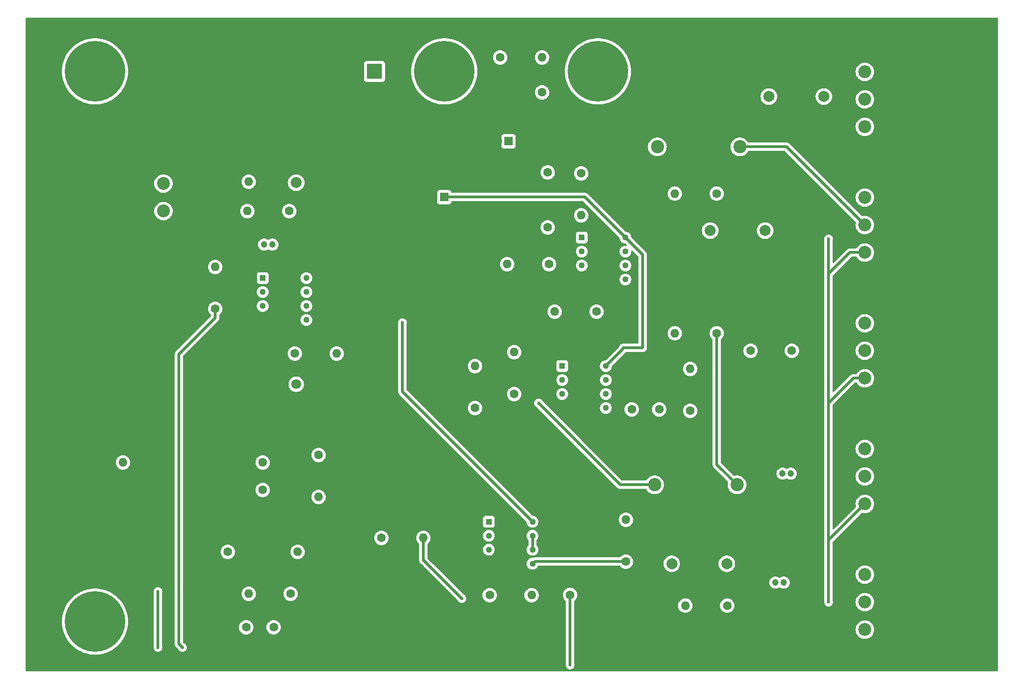
<source format=gbr>
%TF.GenerationSoftware,KiCad,Pcbnew,8.0.3*%
%TF.CreationDate,2024-06-14T23:05:29-04:00*%
%TF.ProjectId,eq,65712e6b-6963-4616-945f-706362585858,rev?*%
%TF.SameCoordinates,Original*%
%TF.FileFunction,Copper,L1,Top*%
%TF.FilePolarity,Positive*%
%FSLAX46Y46*%
G04 Gerber Fmt 4.6, Leading zero omitted, Abs format (unit mm)*
G04 Created by KiCad (PCBNEW 8.0.3) date 2024-06-14 23:05:29*
%MOMM*%
%LPD*%
G01*
G04 APERTURE LIST*
%TA.AperFunction,ComponentPad*%
%ADD10C,1.600000*%
%TD*%
%TA.AperFunction,ComponentPad*%
%ADD11O,1.600000X1.600000*%
%TD*%
%TA.AperFunction,ComponentPad*%
%ADD12C,2.340000*%
%TD*%
%TA.AperFunction,ComponentPad*%
%ADD13C,11.000000*%
%TD*%
%TA.AperFunction,ComponentPad*%
%ADD14C,2.400000*%
%TD*%
%TA.AperFunction,ComponentPad*%
%ADD15R,1.600000X1.600000*%
%TD*%
%TA.AperFunction,ComponentPad*%
%ADD16R,1.130000X1.130000*%
%TD*%
%TA.AperFunction,ComponentPad*%
%ADD17C,1.130000*%
%TD*%
%TA.AperFunction,ComponentPad*%
%ADD18C,1.200000*%
%TD*%
%TA.AperFunction,ComponentPad*%
%ADD19C,2.000000*%
%TD*%
%TA.AperFunction,ComponentPad*%
%ADD20R,2.800000X2.800000*%
%TD*%
%TA.AperFunction,ComponentPad*%
%ADD21O,2.800000X2.800000*%
%TD*%
%TA.AperFunction,ComponentPad*%
%ADD22R,1.800000X1.800000*%
%TD*%
%TA.AperFunction,ComponentPad*%
%ADD23C,1.800000*%
%TD*%
%TA.AperFunction,ViaPad*%
%ADD24C,0.600000*%
%TD*%
%TA.AperFunction,Conductor*%
%ADD25C,0.500000*%
%TD*%
G04 APERTURE END LIST*
D10*
%TO.P,R15,1*%
%TO.N,Net-(C12-Pad2)*%
X151130000Y-52705000D03*
D11*
%TO.P,R15,2*%
%TO.N,Net-(U3B--)*%
X143510000Y-52705000D03*
%TD*%
D12*
%TO.P,RV4,1,1*%
%TO.N,/BOOST RAIL*%
X178060000Y-109140000D03*
%TO.P,RV4,2,2*%
%TO.N,Net-(C6-Pad1)*%
X178060000Y-104140000D03*
%TO.P,RV4,3,3*%
%TO.N,/CUT RAIL*%
X178060000Y-99140000D03*
%TD*%
%TO.P,RV5,1,1*%
%TO.N,/BOOST RAIL*%
X178060000Y-132000000D03*
%TO.P,RV5,2,2*%
%TO.N,Net-(C4-Pad1)*%
X178060000Y-127000000D03*
%TO.P,RV5,3,3*%
%TO.N,/CUT RAIL*%
X178060000Y-122000000D03*
%TD*%
D10*
%TO.P,R1,1*%
%TO.N,GND*%
X43180000Y-93980000D03*
D11*
%TO.P,R1,2*%
%TO.N,/INPUT*%
X43180000Y-101600000D03*
%TD*%
D10*
%TO.P,R12,1*%
%TO.N,Net-(U2B-+)*%
X107188000Y-91694000D03*
D11*
%TO.P,R12,2*%
%TO.N,+4.5V*%
X107188000Y-84074000D03*
%TD*%
D10*
%TO.P,R18,1*%
%TO.N,Net-(C14-Pad2)*%
X73406000Y-55880000D03*
D11*
%TO.P,R18,2*%
%TO.N,Net-(C15-Pad1)*%
X65786000Y-55880000D03*
%TD*%
D13*
%TO.P,H3,1,1*%
%TO.N,+4.5V*%
X129540000Y-30480000D03*
%TD*%
D10*
%TO.P,R8,1*%
%TO.N,Net-(U1B-+)*%
X134620000Y-119634000D03*
D11*
%TO.P,R8,2*%
%TO.N,+4.5V*%
X134620000Y-112014000D03*
%TD*%
D10*
%TO.P,R4,1*%
%TO.N,+4.5V*%
X78740000Y-100250000D03*
D11*
%TO.P,R4,2*%
%TO.N,Net-(U1A--)*%
X78740000Y-107870000D03*
%TD*%
D10*
%TO.P,R3,1*%
%TO.N,Net-(C2-Pad2)*%
X62230000Y-117856000D03*
D11*
%TO.P,R3,2*%
%TO.N,Net-(U1A--)*%
X74930000Y-117856000D03*
%TD*%
D14*
%TO.P,C10,1*%
%TO.N,Net-(C10-Pad1)*%
X155328000Y-44196000D03*
%TO.P,C10,2*%
%TO.N,Net-(C10-Pad2)*%
X140328000Y-44196000D03*
%TD*%
D15*
%TO.P,C16,1*%
%TO.N,+9V*%
X101600000Y-53340000D03*
D10*
%TO.P,C16,2*%
%TO.N,GND*%
X101600000Y-56840000D03*
%TD*%
%TO.P,R13,1*%
%TO.N,Net-(C10-Pad2)*%
X126492000Y-49022000D03*
D11*
%TO.P,R13,2*%
%TO.N,Net-(U3A--)*%
X126492000Y-56642000D03*
%TD*%
D12*
%TO.P,RV2,1,1*%
%TO.N,/BOOST RAIL*%
X178060000Y-63420000D03*
%TO.P,RV2,2,2*%
%TO.N,Net-(C10-Pad1)*%
X178060000Y-58420000D03*
%TO.P,RV2,3,3*%
%TO.N,/CUT RAIL*%
X178060000Y-53420000D03*
%TD*%
D10*
%TO.P,R5,1*%
%TO.N,Net-(U1A--)*%
X90170000Y-115316000D03*
D11*
%TO.P,R5,2*%
%TO.N,Net-(R5-Pad2)*%
X97790000Y-115316000D03*
%TD*%
D10*
%TO.P,R7,1*%
%TO.N,Net-(C4-Pad2)*%
X153035000Y-127635000D03*
D11*
%TO.P,R7,2*%
%TO.N,Net-(U1B--)*%
X145415000Y-127635000D03*
%TD*%
D16*
%TO.P,U1,1*%
%TO.N,Net-(R5-Pad2)*%
X109695000Y-112395000D03*
D17*
%TO.P,U1,2,-*%
%TO.N,Net-(U1A--)*%
X109695000Y-114935000D03*
%TO.P,U1,3,+*%
%TO.N,Net-(U1A-+)*%
X109695000Y-117475000D03*
%TO.P,U1,4,V-*%
%TO.N,GND*%
X109695000Y-120015000D03*
%TO.P,U1,5,+*%
%TO.N,Net-(U1B-+)*%
X117635000Y-120015000D03*
%TO.P,U1,6,-*%
%TO.N,Net-(U1B--)*%
X117635000Y-117475000D03*
%TO.P,U1,7*%
X117635000Y-114935000D03*
%TO.P,U1,8,V+*%
%TO.N,+9V*%
X117635000Y-112395000D03*
%TD*%
D10*
%TO.P,R6,1*%
%TO.N,Net-(R5-Pad2)*%
X109855000Y-125730000D03*
D11*
%TO.P,R6,2*%
%TO.N,/CUT RAIL*%
X117475000Y-125730000D03*
%TD*%
D10*
%TO.P,R17,1*%
%TO.N,/BOOST RAIL*%
X59944000Y-73660000D03*
D11*
%TO.P,R17,2*%
%TO.N,Net-(C14-Pad1)*%
X59944000Y-66040000D03*
%TD*%
D10*
%TO.P,C2,1*%
%TO.N,+4.5V*%
X68580000Y-101600000D03*
%TO.P,C2,2*%
%TO.N,Net-(C2-Pad2)*%
X68580000Y-106600000D03*
%TD*%
D16*
%TO.P,U4,1*%
%TO.N,Net-(C14-Pad1)*%
X68580000Y-68072000D03*
D17*
%TO.P,U4,2,-*%
%TO.N,/BOOST RAIL*%
X68580000Y-70612000D03*
%TO.P,U4,3,+*%
%TO.N,/CUT RAIL*%
X68580000Y-73152000D03*
%TO.P,U4,4,V-*%
%TO.N,GND*%
X68580000Y-75692000D03*
%TO.P,U4,5,+*%
%TO.N,unconnected-(U4B-+-Pad5)*%
X76520000Y-75692000D03*
%TO.P,U4,6,-*%
%TO.N,Net-(U4B--)*%
X76520000Y-73152000D03*
%TO.P,U4,7*%
X76520000Y-70612000D03*
%TO.P,U4,8,V+*%
%TO.N,+9V*%
X76520000Y-68072000D03*
%TD*%
D10*
%TO.P,C8,1*%
%TO.N,Net-(C8-Pad1)*%
X164786000Y-81280000D03*
%TO.P,C8,2*%
%TO.N,Net-(C8-Pad2)*%
X157286000Y-81280000D03*
%TD*%
%TO.P,R9,1*%
%TO.N,Net-(C6-Pad2)*%
X151130000Y-78105000D03*
D11*
%TO.P,R9,2*%
%TO.N,Net-(U2A--)*%
X143510000Y-78105000D03*
%TD*%
D10*
%TO.P,R16,1*%
%TO.N,Net-(U3B-+)*%
X129286000Y-74168000D03*
D11*
%TO.P,R16,2*%
%TO.N,+4.5V*%
X121666000Y-74168000D03*
%TD*%
D10*
%TO.P,R19,1*%
%TO.N,GND*%
X66040000Y-42926000D03*
D11*
%TO.P,R19,2*%
%TO.N,Net-(C15-Pad1)*%
X66040000Y-50546000D03*
%TD*%
D18*
%TO.P,C6,1*%
%TO.N,Net-(C6-Pad1)*%
X164592000Y-103632000D03*
%TO.P,C6,2*%
%TO.N,Net-(C6-Pad2)*%
X163092000Y-103632000D03*
%TD*%
D13*
%TO.P,H1,1,1*%
%TO.N,/OUTPUT*%
X38100000Y-30480000D03*
%TD*%
D10*
%TO.P,R22,1*%
%TO.N,Net-(D2-A)*%
X74422000Y-81788000D03*
D11*
%TO.P,R22,2*%
%TO.N,+4.5V*%
X82042000Y-81788000D03*
%TD*%
D13*
%TO.P,H2,1,1*%
%TO.N,/INPUT*%
X38100000Y-130556000D03*
%TD*%
D18*
%TO.P,C14,1*%
%TO.N,Net-(C14-Pad1)*%
X68846000Y-61976000D03*
%TO.P,C14,2*%
%TO.N,Net-(C14-Pad2)*%
X70346000Y-61976000D03*
%TD*%
D10*
%TO.P,C11,1*%
%TO.N,Net-(C10-Pad2)*%
X120396000Y-48848000D03*
%TO.P,C11,2*%
%TO.N,Net-(U3A-+)*%
X120396000Y-58848000D03*
%TD*%
D19*
%TO.P,C15,1*%
%TO.N,Net-(C15-Pad1)*%
X74676000Y-50720000D03*
%TO.P,C15,2*%
%TO.N,GND*%
X74676000Y-40720000D03*
%TD*%
D14*
%TO.P,C7,1*%
%TO.N,Net-(C6-Pad2)*%
X154820000Y-105664000D03*
%TO.P,C7,2*%
%TO.N,Net-(U2A-+)*%
X139820000Y-105664000D03*
%TD*%
D16*
%TO.P,U3,1*%
%TO.N,Net-(U3A--)*%
X126586000Y-60706000D03*
D17*
%TO.P,U3,2,-*%
X126586000Y-63246000D03*
%TO.P,U3,3,+*%
%TO.N,Net-(U3A-+)*%
X126586000Y-65786000D03*
%TO.P,U3,4,V-*%
%TO.N,GND*%
X126586000Y-68326000D03*
%TO.P,U3,5,+*%
%TO.N,Net-(U3B-+)*%
X134526000Y-68326000D03*
%TO.P,U3,6,-*%
%TO.N,Net-(U3B--)*%
X134526000Y-65786000D03*
%TO.P,U3,7*%
X134526000Y-63246000D03*
%TO.P,U3,8,V+*%
%TO.N,+9V*%
X134526000Y-60706000D03*
%TD*%
D12*
%TO.P,RV1,1,1*%
%TO.N,/BOOST RAIL*%
X178060000Y-40560000D03*
%TO.P,RV1,2,2*%
%TO.N,Net-(C12-Pad1)*%
X178060000Y-35560000D03*
%TO.P,RV1,3,3*%
%TO.N,/CUT RAIL*%
X178060000Y-30560000D03*
%TD*%
D10*
%TO.P,R2,1*%
%TO.N,Net-(U1A-+)*%
X73660000Y-125476000D03*
D11*
%TO.P,R2,2*%
%TO.N,+4.5V*%
X66040000Y-125476000D03*
%TD*%
D10*
%TO.P,R14,1*%
%TO.N,Net-(U3A-+)*%
X120650000Y-65532000D03*
D11*
%TO.P,R14,2*%
%TO.N,+4.5V*%
X113030000Y-65532000D03*
%TD*%
D13*
%TO.P,H4,1,1*%
%TO.N,+9V*%
X101600000Y-30480000D03*
%TD*%
D10*
%TO.P,R10,1*%
%TO.N,Net-(U2A-+)*%
X114300000Y-89154000D03*
D11*
%TO.P,R10,2*%
%TO.N,+4.5V*%
X114300000Y-81534000D03*
%TD*%
D10*
%TO.P,R21,1*%
%TO.N,+4.5V*%
X119380000Y-34290000D03*
D11*
%TO.P,R21,2*%
%TO.N,GND*%
X111760000Y-34290000D03*
%TD*%
D10*
%TO.P,C1,1*%
%TO.N,/INPUT*%
X65572000Y-131572000D03*
%TO.P,C1,2*%
%TO.N,Net-(U1A-+)*%
X70572000Y-131572000D03*
%TD*%
D12*
%TO.P,RV6,1,1*%
%TO.N,Net-(C15-Pad1)*%
X50540000Y-50880000D03*
%TO.P,RV6,2,2*%
%TO.N,/OUTPUT*%
X50540000Y-55880000D03*
%TO.P,RV6,3,3*%
%TO.N,GND*%
X50540000Y-60880000D03*
%TD*%
D16*
%TO.P,U2,1*%
%TO.N,Net-(U2A--)*%
X123030000Y-84074000D03*
D17*
%TO.P,U2,2,-*%
X123030000Y-86614000D03*
%TO.P,U2,3,+*%
%TO.N,Net-(U2A-+)*%
X123030000Y-89154000D03*
%TO.P,U2,4,V-*%
%TO.N,GND*%
X123030000Y-91694000D03*
%TO.P,U2,5,+*%
%TO.N,Net-(U2B-+)*%
X130970000Y-91694000D03*
%TO.P,U2,6,-*%
%TO.N,Net-(U2B--)*%
X130970000Y-89154000D03*
%TO.P,U2,7*%
X130970000Y-86614000D03*
%TO.P,U2,8,V+*%
%TO.N,+9V*%
X130970000Y-84074000D03*
%TD*%
D19*
%TO.P,C12,1*%
%TO.N,Net-(C12-Pad1)*%
X170608000Y-35052000D03*
%TO.P,C12,2*%
%TO.N,Net-(C12-Pad2)*%
X160608000Y-35052000D03*
%TD*%
D13*
%TO.P,H5,1,1*%
%TO.N,GND*%
X68580000Y-30480000D03*
%TD*%
D20*
%TO.P,D1,1,K*%
%TO.N,+9V*%
X88900000Y-30480000D03*
D21*
%TO.P,D1,2,A*%
%TO.N,GND*%
X83820000Y-30480000D03*
%TD*%
D12*
%TO.P,RV3,1,1*%
%TO.N,/BOOST RAIL*%
X178060000Y-86280000D03*
%TO.P,RV3,2,2*%
%TO.N,Net-(C8-Pad1)*%
X178060000Y-81280000D03*
%TO.P,RV3,3,3*%
%TO.N,/CUT RAIL*%
X178060000Y-76280000D03*
%TD*%
D10*
%TO.P,C3,1*%
%TO.N,/CUT RAIL*%
X124460000Y-125690000D03*
%TO.P,C3,2*%
%TO.N,GND*%
X129460000Y-125690000D03*
%TD*%
%TO.P,C9,1*%
%TO.N,Net-(C8-Pad2)*%
X140676000Y-91948000D03*
%TO.P,C9,2*%
%TO.N,Net-(U2B-+)*%
X135676000Y-91948000D03*
%TD*%
D22*
%TO.P,D2,1,K*%
%TO.N,GND*%
X77216000Y-87376000D03*
D23*
%TO.P,D2,2,A*%
%TO.N,Net-(D2-A)*%
X74676000Y-87376000D03*
%TD*%
D19*
%TO.P,C5,1*%
%TO.N,Net-(C4-Pad2)*%
X152955000Y-120015000D03*
%TO.P,C5,2*%
%TO.N,Net-(U1B-+)*%
X142955000Y-120015000D03*
%TD*%
D10*
%TO.P,R20,1*%
%TO.N,+9V*%
X111760000Y-27940000D03*
D11*
%TO.P,R20,2*%
%TO.N,+4.5V*%
X119380000Y-27940000D03*
%TD*%
D10*
%TO.P,R11,1*%
%TO.N,Net-(C8-Pad2)*%
X146304000Y-92202000D03*
D11*
%TO.P,R11,2*%
%TO.N,Net-(U2B--)*%
X146304000Y-84582000D03*
%TD*%
D19*
%TO.P,C13,1*%
%TO.N,Net-(C12-Pad2)*%
X159940000Y-59436000D03*
%TO.P,C13,2*%
%TO.N,Net-(U3B-+)*%
X149940000Y-59436000D03*
%TD*%
D15*
%TO.P,C17,1*%
%TO.N,+4.5V*%
X113284000Y-43180000D03*
D10*
%TO.P,C17,2*%
%TO.N,GND*%
X111284000Y-43180000D03*
%TD*%
D18*
%TO.P,C4,1*%
%TO.N,Net-(C4-Pad1)*%
X163310000Y-123444000D03*
%TO.P,C4,2*%
%TO.N,Net-(C4-Pad2)*%
X161810000Y-123444000D03*
%TD*%
D24*
%TO.N,/CUT RAIL*%
X49530000Y-125095000D03*
X49530000Y-135255000D03*
X124460000Y-138430000D03*
%TO.N,Net-(U2A-+)*%
X118745000Y-90805000D03*
%TO.N,+9V*%
X93980000Y-76200000D03*
%TO.N,Net-(R5-Pad2)*%
X104775000Y-126365000D03*
%TO.N,/BOOST RAIL*%
X171450000Y-127000000D03*
X171450000Y-60960000D03*
X53975000Y-135255000D03*
%TD*%
D25*
%TO.N,GND*%
X66040000Y-33020000D02*
X68580000Y-30480000D01*
X50245000Y-60880000D02*
X50165000Y-60960000D01*
X68580000Y-34624000D02*
X68580000Y-30480000D01*
X50540000Y-60880000D02*
X50245000Y-60880000D01*
%TO.N,/CUT RAIL*%
X124460000Y-125690000D02*
X124460000Y-138430000D01*
X49530000Y-135255000D02*
X49530000Y-125095000D01*
%TO.N,Net-(U1B-+)*%
X118110000Y-119634000D02*
X134620000Y-119634000D01*
X117729000Y-120015000D02*
X118110000Y-119634000D01*
X117635000Y-120015000D02*
X117729000Y-120015000D01*
%TO.N,Net-(C6-Pad2)*%
X151130000Y-101974000D02*
X154820000Y-105664000D01*
X151130000Y-78105000D02*
X151130000Y-101974000D01*
%TO.N,Net-(U2A-+)*%
X118745000Y-90805000D02*
X133604000Y-105664000D01*
X133604000Y-105664000D02*
X139820000Y-105664000D01*
%TO.N,Net-(C10-Pad1)*%
X163836000Y-44196000D02*
X178060000Y-58420000D01*
X155328000Y-44196000D02*
X163836000Y-44196000D01*
%TO.N,+9V*%
X134526000Y-60706000D02*
X127160000Y-53340000D01*
X93980000Y-88740000D02*
X93980000Y-76200000D01*
X117635000Y-112395000D02*
X93980000Y-88740000D01*
X134112000Y-80932000D02*
X134112000Y-80772000D01*
X127160000Y-53340000D02*
X101600000Y-53340000D01*
X137668000Y-80772000D02*
X137668000Y-63848000D01*
X134112000Y-80772000D02*
X137668000Y-80772000D01*
X130970000Y-84074000D02*
X134112000Y-80932000D01*
X137668000Y-63848000D02*
X134526000Y-60706000D01*
%TO.N,Net-(R5-Pad2)*%
X104775000Y-126365000D02*
X97790000Y-119380000D01*
X97790000Y-119380000D02*
X97790000Y-115316000D01*
%TO.N,Net-(U1B--)*%
X117635000Y-117475000D02*
X117635000Y-114935000D01*
%TO.N,/BOOST RAIL*%
X178060000Y-109140000D02*
X171450000Y-115750000D01*
X53975000Y-135255000D02*
X53340000Y-134620000D01*
X53340000Y-134620000D02*
X53340000Y-81915000D01*
X175975000Y-86280000D02*
X171450000Y-90805000D01*
X171450000Y-90805000D02*
X171450000Y-67321026D01*
X178060000Y-86280000D02*
X175975000Y-86280000D01*
X53340000Y-81915000D02*
X59944000Y-75311000D01*
X59944000Y-75311000D02*
X59944000Y-73660000D01*
X171450000Y-115750000D02*
X171450000Y-116840000D01*
X171450000Y-67321026D02*
X175351026Y-63420000D01*
X171450000Y-67321026D02*
X171450000Y-60960000D01*
X175351026Y-63420000D02*
X178060000Y-63420000D01*
X171450000Y-127000000D02*
X171450000Y-116840000D01*
X171450000Y-116840000D02*
X171450000Y-90805000D01*
%TD*%
%TA.AperFunction,Conductor*%
%TO.N,GND*%
G36*
X202242539Y-20700185D02*
G01*
X202288294Y-20752989D01*
X202299500Y-20804500D01*
X202299500Y-139443500D01*
X202279815Y-139510539D01*
X202227011Y-139556294D01*
X202175500Y-139567500D01*
X25624500Y-139567500D01*
X25557461Y-139547815D01*
X25511706Y-139495011D01*
X25500500Y-139443500D01*
X25500500Y-130555988D01*
X32094630Y-130555988D01*
X32094630Y-130556011D01*
X32114102Y-131039211D01*
X32114104Y-131039237D01*
X32172398Y-131519332D01*
X32269136Y-131993185D01*
X32403689Y-132457714D01*
X32505754Y-132726835D01*
X32575183Y-132909905D01*
X32764893Y-133309711D01*
X32782512Y-133346841D01*
X33024322Y-133765668D01*
X33024327Y-133765674D01*
X33299058Y-134163691D01*
X33604914Y-134538295D01*
X33604920Y-134538301D01*
X33939933Y-134887087D01*
X34301920Y-135207779D01*
X34301924Y-135207782D01*
X34301932Y-135207789D01*
X34688561Y-135498323D01*
X35097315Y-135756803D01*
X35525543Y-135981554D01*
X35970466Y-136171118D01*
X36429201Y-136324267D01*
X36742248Y-136401425D01*
X36898767Y-136440004D01*
X36898783Y-136440007D01*
X37326019Y-136509439D01*
X37376133Y-136517584D01*
X37858188Y-136556500D01*
X37858197Y-136556500D01*
X38341803Y-136556500D01*
X38341812Y-136556500D01*
X38823867Y-136517584D01*
X39301228Y-136440005D01*
X39770799Y-136324267D01*
X40229534Y-136171118D01*
X40674457Y-135981554D01*
X41102685Y-135756803D01*
X41511439Y-135498323D01*
X41898068Y-135207789D01*
X42260066Y-134887088D01*
X42595084Y-134538297D01*
X42900950Y-134163680D01*
X43175679Y-133765665D01*
X43417491Y-133346835D01*
X43624817Y-132909905D01*
X43796312Y-132457708D01*
X43930865Y-131993179D01*
X44027602Y-131519329D01*
X44085896Y-131039232D01*
X44090731Y-130919265D01*
X44105370Y-130556011D01*
X44105370Y-130555988D01*
X44085897Y-130072788D01*
X44085896Y-130072782D01*
X44085896Y-130072768D01*
X44027602Y-129592671D01*
X43930865Y-129118821D01*
X43873460Y-128920635D01*
X43796310Y-128654285D01*
X43714899Y-128439624D01*
X43624817Y-128202095D01*
X43417491Y-127765165D01*
X43175679Y-127346335D01*
X43175677Y-127346331D01*
X43175672Y-127346325D01*
X43060352Y-127179255D01*
X42900950Y-126948320D01*
X42900945Y-126948314D01*
X42900941Y-126948308D01*
X42595085Y-126573704D01*
X42595079Y-126573698D01*
X42552281Y-126529141D01*
X42260066Y-126224912D01*
X42215861Y-126185750D01*
X41898079Y-125904220D01*
X41898073Y-125904215D01*
X41898068Y-125904211D01*
X41511439Y-125613677D01*
X41102685Y-125355197D01*
X40674457Y-125130446D01*
X40591253Y-125094996D01*
X48724435Y-125094996D01*
X48724435Y-125095003D01*
X48744630Y-125274249D01*
X48744631Y-125274254D01*
X48772542Y-125354017D01*
X48779500Y-125394972D01*
X48779500Y-134955028D01*
X48772542Y-134995982D01*
X48744631Y-135075747D01*
X48724435Y-135254996D01*
X48724435Y-135255003D01*
X48744630Y-135434249D01*
X48744631Y-135434254D01*
X48804211Y-135604523D01*
X48899896Y-135756803D01*
X48900184Y-135757262D01*
X49027738Y-135884816D01*
X49180478Y-135980789D01*
X49350745Y-136040368D01*
X49350750Y-136040369D01*
X49529996Y-136060565D01*
X49530000Y-136060565D01*
X49530004Y-136060565D01*
X49709249Y-136040369D01*
X49709252Y-136040368D01*
X49709255Y-136040368D01*
X49879522Y-135980789D01*
X50032262Y-135884816D01*
X50159816Y-135757262D01*
X50255789Y-135604522D01*
X50315368Y-135434255D01*
X50335565Y-135255000D01*
X50315368Y-135075745D01*
X50287458Y-134995982D01*
X50280500Y-134955028D01*
X50280500Y-134693920D01*
X52589499Y-134693920D01*
X52618340Y-134838907D01*
X52618343Y-134838917D01*
X52674914Y-134975492D01*
X52707812Y-135024727D01*
X52707813Y-135024730D01*
X52757046Y-135098414D01*
X52757052Y-135098421D01*
X53221692Y-135563060D01*
X53244356Y-135599123D01*
X53246186Y-135598242D01*
X53249208Y-135604516D01*
X53249210Y-135604519D01*
X53249211Y-135604522D01*
X53345184Y-135757262D01*
X53472738Y-135884816D01*
X53625478Y-135980789D01*
X53795745Y-136040368D01*
X53795750Y-136040369D01*
X53974996Y-136060565D01*
X53975000Y-136060565D01*
X53975004Y-136060565D01*
X54154249Y-136040369D01*
X54154252Y-136040368D01*
X54154255Y-136040368D01*
X54324522Y-135980789D01*
X54477262Y-135884816D01*
X54604816Y-135757262D01*
X54700789Y-135604522D01*
X54760368Y-135434255D01*
X54780565Y-135255000D01*
X54762922Y-135098416D01*
X54760369Y-135075750D01*
X54760368Y-135075745D01*
X54732458Y-134995982D01*
X54700789Y-134905478D01*
X54604816Y-134752738D01*
X54477262Y-134625184D01*
X54324522Y-134529211D01*
X54324519Y-134529210D01*
X54324516Y-134529208D01*
X54318242Y-134526186D01*
X54319123Y-134524356D01*
X54283060Y-134501692D01*
X54126819Y-134345451D01*
X54093334Y-134284128D01*
X54090500Y-134257770D01*
X54090500Y-131571998D01*
X64266532Y-131571998D01*
X64266532Y-131572001D01*
X64286364Y-131798686D01*
X64286366Y-131798697D01*
X64345258Y-132018488D01*
X64345261Y-132018497D01*
X64441431Y-132224732D01*
X64441432Y-132224734D01*
X64571954Y-132411141D01*
X64732858Y-132572045D01*
X64732861Y-132572047D01*
X64919266Y-132702568D01*
X65125504Y-132798739D01*
X65345308Y-132857635D01*
X65507230Y-132871801D01*
X65571998Y-132877468D01*
X65572000Y-132877468D01*
X65572002Y-132877468D01*
X65628673Y-132872509D01*
X65798692Y-132857635D01*
X66018496Y-132798739D01*
X66224734Y-132702568D01*
X66411139Y-132572047D01*
X66572047Y-132411139D01*
X66702568Y-132224734D01*
X66798739Y-132018496D01*
X66857635Y-131798692D01*
X66877468Y-131572000D01*
X66877468Y-131571998D01*
X69266532Y-131571998D01*
X69266532Y-131572001D01*
X69286364Y-131798686D01*
X69286366Y-131798697D01*
X69345258Y-132018488D01*
X69345261Y-132018497D01*
X69441431Y-132224732D01*
X69441432Y-132224734D01*
X69571954Y-132411141D01*
X69732858Y-132572045D01*
X69732861Y-132572047D01*
X69919266Y-132702568D01*
X70125504Y-132798739D01*
X70345308Y-132857635D01*
X70507230Y-132871801D01*
X70571998Y-132877468D01*
X70572000Y-132877468D01*
X70572002Y-132877468D01*
X70628673Y-132872509D01*
X70798692Y-132857635D01*
X71018496Y-132798739D01*
X71224734Y-132702568D01*
X71411139Y-132572047D01*
X71572047Y-132411139D01*
X71702568Y-132224734D01*
X71798739Y-132018496D01*
X71857635Y-131798692D01*
X71877468Y-131572000D01*
X71857635Y-131345308D01*
X71798739Y-131125504D01*
X71702568Y-130919266D01*
X71572047Y-130732861D01*
X71572045Y-130732858D01*
X71411141Y-130571954D01*
X71224734Y-130441432D01*
X71224732Y-130441431D01*
X71018497Y-130345261D01*
X71018488Y-130345258D01*
X70798697Y-130286366D01*
X70798693Y-130286365D01*
X70798692Y-130286365D01*
X70798691Y-130286364D01*
X70798686Y-130286364D01*
X70572002Y-130266532D01*
X70571998Y-130266532D01*
X70345313Y-130286364D01*
X70345302Y-130286366D01*
X70125511Y-130345258D01*
X70125502Y-130345261D01*
X69919267Y-130441431D01*
X69919265Y-130441432D01*
X69732858Y-130571954D01*
X69571954Y-130732858D01*
X69441432Y-130919265D01*
X69441431Y-130919267D01*
X69345261Y-131125502D01*
X69345258Y-131125511D01*
X69286366Y-131345302D01*
X69286364Y-131345313D01*
X69266532Y-131571998D01*
X66877468Y-131571998D01*
X66857635Y-131345308D01*
X66798739Y-131125504D01*
X66702568Y-130919266D01*
X66572047Y-130732861D01*
X66572045Y-130732858D01*
X66411141Y-130571954D01*
X66224734Y-130441432D01*
X66224732Y-130441431D01*
X66018497Y-130345261D01*
X66018488Y-130345258D01*
X65798697Y-130286366D01*
X65798693Y-130286365D01*
X65798692Y-130286365D01*
X65798691Y-130286364D01*
X65798686Y-130286364D01*
X65572002Y-130266532D01*
X65571998Y-130266532D01*
X65345313Y-130286364D01*
X65345302Y-130286366D01*
X65125511Y-130345258D01*
X65125502Y-130345261D01*
X64919267Y-130441431D01*
X64919265Y-130441432D01*
X64732858Y-130571954D01*
X64571954Y-130732858D01*
X64441432Y-130919265D01*
X64441431Y-130919267D01*
X64345261Y-131125502D01*
X64345258Y-131125511D01*
X64286366Y-131345302D01*
X64286364Y-131345313D01*
X64266532Y-131571998D01*
X54090500Y-131571998D01*
X54090500Y-125475998D01*
X64734532Y-125475998D01*
X64734532Y-125476001D01*
X64754364Y-125702686D01*
X64754366Y-125702697D01*
X64813258Y-125922488D01*
X64813261Y-125922497D01*
X64909431Y-126128732D01*
X64909432Y-126128734D01*
X65039954Y-126315141D01*
X65200858Y-126476045D01*
X65200861Y-126476047D01*
X65387266Y-126606568D01*
X65593504Y-126702739D01*
X65813308Y-126761635D01*
X65975230Y-126775801D01*
X66039998Y-126781468D01*
X66040000Y-126781468D01*
X66040002Y-126781468D01*
X66096673Y-126776509D01*
X66266692Y-126761635D01*
X66486496Y-126702739D01*
X66692734Y-126606568D01*
X66879139Y-126476047D01*
X67040047Y-126315139D01*
X67170568Y-126128734D01*
X67266739Y-125922496D01*
X67325635Y-125702692D01*
X67345468Y-125476000D01*
X67345468Y-125475998D01*
X72354532Y-125475998D01*
X72354532Y-125476001D01*
X72374364Y-125702686D01*
X72374366Y-125702697D01*
X72433258Y-125922488D01*
X72433261Y-125922497D01*
X72529431Y-126128732D01*
X72529432Y-126128734D01*
X72659954Y-126315141D01*
X72820858Y-126476045D01*
X72820861Y-126476047D01*
X73007266Y-126606568D01*
X73213504Y-126702739D01*
X73433308Y-126761635D01*
X73595230Y-126775801D01*
X73659998Y-126781468D01*
X73660000Y-126781468D01*
X73660002Y-126781468D01*
X73716673Y-126776509D01*
X73886692Y-126761635D01*
X74106496Y-126702739D01*
X74312734Y-126606568D01*
X74499139Y-126476047D01*
X74660047Y-126315139D01*
X74790568Y-126128734D01*
X74886739Y-125922496D01*
X74945635Y-125702692D01*
X74965468Y-125476000D01*
X74945635Y-125249308D01*
X74886739Y-125029504D01*
X74790568Y-124823266D01*
X74660047Y-124636861D01*
X74660045Y-124636858D01*
X74499141Y-124475954D01*
X74312734Y-124345432D01*
X74312732Y-124345431D01*
X74106497Y-124249261D01*
X74106488Y-124249258D01*
X73886697Y-124190366D01*
X73886693Y-124190365D01*
X73886692Y-124190365D01*
X73886691Y-124190364D01*
X73886686Y-124190364D01*
X73660002Y-124170532D01*
X73659998Y-124170532D01*
X73433313Y-124190364D01*
X73433302Y-124190366D01*
X73213511Y-124249258D01*
X73213502Y-124249261D01*
X73007267Y-124345431D01*
X73007265Y-124345432D01*
X72820858Y-124475954D01*
X72659954Y-124636858D01*
X72529432Y-124823265D01*
X72529431Y-124823267D01*
X72433261Y-125029502D01*
X72433258Y-125029511D01*
X72374366Y-125249302D01*
X72374364Y-125249313D01*
X72354532Y-125475998D01*
X67345468Y-125475998D01*
X67325635Y-125249308D01*
X67266739Y-125029504D01*
X67170568Y-124823266D01*
X67040047Y-124636861D01*
X67040045Y-124636858D01*
X66879141Y-124475954D01*
X66692734Y-124345432D01*
X66692732Y-124345431D01*
X66486497Y-124249261D01*
X66486488Y-124249258D01*
X66266697Y-124190366D01*
X66266693Y-124190365D01*
X66266692Y-124190365D01*
X66266691Y-124190364D01*
X66266686Y-124190364D01*
X66040002Y-124170532D01*
X66039998Y-124170532D01*
X65813313Y-124190364D01*
X65813302Y-124190366D01*
X65593511Y-124249258D01*
X65593502Y-124249261D01*
X65387267Y-124345431D01*
X65387265Y-124345432D01*
X65200858Y-124475954D01*
X65039954Y-124636858D01*
X64909432Y-124823265D01*
X64909431Y-124823267D01*
X64813261Y-125029502D01*
X64813258Y-125029511D01*
X64754366Y-125249302D01*
X64754364Y-125249313D01*
X64734532Y-125475998D01*
X54090500Y-125475998D01*
X54090500Y-117855998D01*
X60924532Y-117855998D01*
X60924532Y-117856001D01*
X60944364Y-118082686D01*
X60944366Y-118082697D01*
X61003258Y-118302488D01*
X61003261Y-118302497D01*
X61099431Y-118508732D01*
X61099432Y-118508734D01*
X61229954Y-118695141D01*
X61390858Y-118856045D01*
X61390861Y-118856047D01*
X61577266Y-118986568D01*
X61783504Y-119082739D01*
X62003308Y-119141635D01*
X62165230Y-119155801D01*
X62229998Y-119161468D01*
X62230000Y-119161468D01*
X62230002Y-119161468D01*
X62286673Y-119156509D01*
X62456692Y-119141635D01*
X62676496Y-119082739D01*
X62882734Y-118986568D01*
X63069139Y-118856047D01*
X63230047Y-118695139D01*
X63360568Y-118508734D01*
X63456739Y-118302496D01*
X63515635Y-118082692D01*
X63535468Y-117856000D01*
X63535468Y-117855998D01*
X73624532Y-117855998D01*
X73624532Y-117856001D01*
X73644364Y-118082686D01*
X73644366Y-118082697D01*
X73703258Y-118302488D01*
X73703261Y-118302497D01*
X73799431Y-118508732D01*
X73799432Y-118508734D01*
X73929954Y-118695141D01*
X74090858Y-118856045D01*
X74090861Y-118856047D01*
X74277266Y-118986568D01*
X74483504Y-119082739D01*
X74703308Y-119141635D01*
X74865230Y-119155801D01*
X74929998Y-119161468D01*
X74930000Y-119161468D01*
X74930002Y-119161468D01*
X74986673Y-119156509D01*
X75156692Y-119141635D01*
X75376496Y-119082739D01*
X75582734Y-118986568D01*
X75769139Y-118856047D01*
X75930047Y-118695139D01*
X76060568Y-118508734D01*
X76156739Y-118302496D01*
X76215635Y-118082692D01*
X76235468Y-117856000D01*
X76215635Y-117629308D01*
X76156739Y-117409504D01*
X76060568Y-117203266D01*
X75930047Y-117016861D01*
X75930045Y-117016858D01*
X75769141Y-116855954D01*
X75582734Y-116725432D01*
X75582732Y-116725431D01*
X75376497Y-116629261D01*
X75376488Y-116629258D01*
X75156697Y-116570366D01*
X75156693Y-116570365D01*
X75156692Y-116570365D01*
X75156691Y-116570364D01*
X75156686Y-116570364D01*
X74930002Y-116550532D01*
X74929998Y-116550532D01*
X74703313Y-116570364D01*
X74703302Y-116570366D01*
X74483511Y-116629258D01*
X74483502Y-116629261D01*
X74277267Y-116725431D01*
X74277265Y-116725432D01*
X74090858Y-116855954D01*
X73929954Y-117016858D01*
X73799432Y-117203265D01*
X73799431Y-117203267D01*
X73703261Y-117409502D01*
X73703258Y-117409511D01*
X73644366Y-117629302D01*
X73644364Y-117629313D01*
X73624532Y-117855998D01*
X63535468Y-117855998D01*
X63515635Y-117629308D01*
X63456739Y-117409504D01*
X63360568Y-117203266D01*
X63230047Y-117016861D01*
X63230045Y-117016858D01*
X63069141Y-116855954D01*
X62882734Y-116725432D01*
X62882732Y-116725431D01*
X62676497Y-116629261D01*
X62676488Y-116629258D01*
X62456697Y-116570366D01*
X62456693Y-116570365D01*
X62456692Y-116570365D01*
X62456691Y-116570364D01*
X62456686Y-116570364D01*
X62230002Y-116550532D01*
X62229998Y-116550532D01*
X62003313Y-116570364D01*
X62003302Y-116570366D01*
X61783511Y-116629258D01*
X61783502Y-116629261D01*
X61577267Y-116725431D01*
X61577265Y-116725432D01*
X61390858Y-116855954D01*
X61229954Y-117016858D01*
X61099432Y-117203265D01*
X61099431Y-117203267D01*
X61003261Y-117409502D01*
X61003258Y-117409511D01*
X60944366Y-117629302D01*
X60944364Y-117629313D01*
X60924532Y-117855998D01*
X54090500Y-117855998D01*
X54090500Y-115315998D01*
X88864532Y-115315998D01*
X88864532Y-115316001D01*
X88884364Y-115542686D01*
X88884366Y-115542697D01*
X88943258Y-115762488D01*
X88943261Y-115762497D01*
X89039431Y-115968732D01*
X89039432Y-115968734D01*
X89169954Y-116155141D01*
X89330858Y-116316045D01*
X89330861Y-116316047D01*
X89517266Y-116446568D01*
X89723504Y-116542739D01*
X89943308Y-116601635D01*
X90105230Y-116615801D01*
X90169998Y-116621468D01*
X90170000Y-116621468D01*
X90170002Y-116621468D01*
X90226673Y-116616509D01*
X90396692Y-116601635D01*
X90616496Y-116542739D01*
X90822734Y-116446568D01*
X91009139Y-116316047D01*
X91170047Y-116155139D01*
X91300568Y-115968734D01*
X91396739Y-115762496D01*
X91455635Y-115542692D01*
X91475468Y-115316000D01*
X91475468Y-115315998D01*
X96484532Y-115315998D01*
X96484532Y-115316001D01*
X96504364Y-115542686D01*
X96504366Y-115542697D01*
X96563258Y-115762488D01*
X96563261Y-115762497D01*
X96659431Y-115968732D01*
X96659432Y-115968734D01*
X96789954Y-116155141D01*
X96950859Y-116316046D01*
X96986621Y-116341086D01*
X97030247Y-116395662D01*
X97039500Y-116442662D01*
X97039500Y-119453918D01*
X97039500Y-119453920D01*
X97039499Y-119453920D01*
X97068340Y-119598907D01*
X97068343Y-119598917D01*
X97124913Y-119735490D01*
X97124916Y-119735495D01*
X97138114Y-119755246D01*
X97138115Y-119755251D01*
X97138117Y-119755251D01*
X97207049Y-119858417D01*
X104021692Y-126673060D01*
X104044356Y-126709129D01*
X104046188Y-126708247D01*
X104049207Y-126714516D01*
X104049565Y-126715086D01*
X104145184Y-126867262D01*
X104272738Y-126994816D01*
X104425478Y-127090789D01*
X104595745Y-127150368D01*
X104595750Y-127150369D01*
X104774996Y-127170565D01*
X104775000Y-127170565D01*
X104775004Y-127170565D01*
X104954249Y-127150369D01*
X104954252Y-127150368D01*
X104954255Y-127150368D01*
X105124522Y-127090789D01*
X105277262Y-126994816D01*
X105404816Y-126867262D01*
X105500789Y-126714522D01*
X105560368Y-126544255D01*
X105564651Y-126506244D01*
X105580565Y-126365003D01*
X105580565Y-126364996D01*
X105560369Y-126185750D01*
X105560368Y-126185745D01*
X105500788Y-126015476D01*
X105438721Y-125916697D01*
X105404816Y-125862738D01*
X105277262Y-125735184D01*
X105269009Y-125729998D01*
X108549532Y-125729998D01*
X108549532Y-125730001D01*
X108569364Y-125956686D01*
X108569366Y-125956697D01*
X108628258Y-126176488D01*
X108628261Y-126176497D01*
X108724431Y-126382732D01*
X108724432Y-126382734D01*
X108854954Y-126569141D01*
X109015858Y-126730045D01*
X109015861Y-126730047D01*
X109202266Y-126860568D01*
X109408504Y-126956739D01*
X109628308Y-127015635D01*
X109790230Y-127029801D01*
X109854998Y-127035468D01*
X109855000Y-127035468D01*
X109855002Y-127035468D01*
X109911673Y-127030509D01*
X110081692Y-127015635D01*
X110301496Y-126956739D01*
X110507734Y-126860568D01*
X110694139Y-126730047D01*
X110855047Y-126569139D01*
X110985568Y-126382734D01*
X111081739Y-126176496D01*
X111140635Y-125956692D01*
X111157634Y-125762384D01*
X111160468Y-125730001D01*
X111160468Y-125729998D01*
X116169532Y-125729998D01*
X116169532Y-125730001D01*
X116189364Y-125956686D01*
X116189366Y-125956697D01*
X116248258Y-126176488D01*
X116248261Y-126176497D01*
X116344431Y-126382732D01*
X116344432Y-126382734D01*
X116474954Y-126569141D01*
X116635858Y-126730045D01*
X116635861Y-126730047D01*
X116822266Y-126860568D01*
X117028504Y-126956739D01*
X117248308Y-127015635D01*
X117410230Y-127029801D01*
X117474998Y-127035468D01*
X117475000Y-127035468D01*
X117475002Y-127035468D01*
X117531673Y-127030509D01*
X117701692Y-127015635D01*
X117921496Y-126956739D01*
X118127734Y-126860568D01*
X118314139Y-126730047D01*
X118475047Y-126569139D01*
X118605568Y-126382734D01*
X118701739Y-126176496D01*
X118760635Y-125956692D01*
X118777634Y-125762384D01*
X118780468Y-125730001D01*
X118780468Y-125729998D01*
X118776969Y-125689998D01*
X123154532Y-125689998D01*
X123154532Y-125690001D01*
X123174364Y-125916686D01*
X123174366Y-125916697D01*
X123233258Y-126136488D01*
X123233261Y-126136497D01*
X123329431Y-126342732D01*
X123329432Y-126342734D01*
X123459954Y-126529141D01*
X123620859Y-126690046D01*
X123656621Y-126715086D01*
X123700247Y-126769662D01*
X123709500Y-126816662D01*
X123709500Y-138130028D01*
X123702542Y-138170982D01*
X123674631Y-138250747D01*
X123654435Y-138429996D01*
X123654435Y-138430003D01*
X123674630Y-138609249D01*
X123674631Y-138609254D01*
X123734211Y-138779523D01*
X123830184Y-138932262D01*
X123957738Y-139059816D01*
X124110478Y-139155789D01*
X124280745Y-139215368D01*
X124280750Y-139215369D01*
X124459996Y-139235565D01*
X124460000Y-139235565D01*
X124460004Y-139235565D01*
X124639249Y-139215369D01*
X124639252Y-139215368D01*
X124639255Y-139215368D01*
X124809522Y-139155789D01*
X124962262Y-139059816D01*
X125089816Y-138932262D01*
X125185789Y-138779522D01*
X125245368Y-138609255D01*
X125265565Y-138430000D01*
X125245368Y-138250745D01*
X125217458Y-138170982D01*
X125210500Y-138130028D01*
X125210500Y-131999995D01*
X176384816Y-131999995D01*
X176384816Y-132000004D01*
X176403524Y-132249663D01*
X176403525Y-132249668D01*
X176459236Y-132493755D01*
X176459238Y-132493764D01*
X176459240Y-132493769D01*
X176550711Y-132726835D01*
X176675898Y-132943665D01*
X176801981Y-133101768D01*
X176832006Y-133139418D01*
X177005264Y-133300177D01*
X177015540Y-133309712D01*
X177222408Y-133450752D01*
X177222413Y-133450754D01*
X177222414Y-133450755D01*
X177222415Y-133450756D01*
X177342218Y-133508449D01*
X177447983Y-133559383D01*
X177447984Y-133559383D01*
X177447987Y-133559385D01*
X177687236Y-133633184D01*
X177687237Y-133633184D01*
X177687240Y-133633185D01*
X177934805Y-133670499D01*
X177934810Y-133670499D01*
X177934813Y-133670500D01*
X177934814Y-133670500D01*
X178185186Y-133670500D01*
X178185187Y-133670500D01*
X178185194Y-133670499D01*
X178432759Y-133633185D01*
X178432760Y-133633184D01*
X178432764Y-133633184D01*
X178672013Y-133559385D01*
X178897592Y-133450752D01*
X179104460Y-133309712D01*
X179287997Y-133139414D01*
X179444102Y-132943665D01*
X179569289Y-132726835D01*
X179660760Y-132493769D01*
X179716474Y-132249673D01*
X179735184Y-132000000D01*
X179734673Y-131993185D01*
X179716475Y-131750336D01*
X179716474Y-131750331D01*
X179716474Y-131750327D01*
X179660760Y-131506231D01*
X179569289Y-131273165D01*
X179444102Y-131056335D01*
X179287997Y-130860586D01*
X179287996Y-130860585D01*
X179287993Y-130860581D01*
X179104460Y-130690288D01*
X178897592Y-130549248D01*
X178897588Y-130549246D01*
X178897585Y-130549244D01*
X178897584Y-130549243D01*
X178679034Y-130443996D01*
X178672015Y-130440616D01*
X178672017Y-130440616D01*
X178432765Y-130366816D01*
X178432759Y-130366814D01*
X178185194Y-130329500D01*
X178185187Y-130329500D01*
X177934813Y-130329500D01*
X177934805Y-130329500D01*
X177687240Y-130366814D01*
X177687234Y-130366816D01*
X177447983Y-130440616D01*
X177222415Y-130549243D01*
X177222414Y-130549244D01*
X177222408Y-130549247D01*
X177222408Y-130549248D01*
X177198118Y-130565808D01*
X177015539Y-130690288D01*
X176832006Y-130860581D01*
X176675898Y-131056335D01*
X176550711Y-131273164D01*
X176459242Y-131506225D01*
X176459236Y-131506244D01*
X176403525Y-131750331D01*
X176403524Y-131750336D01*
X176384816Y-131999995D01*
X125210500Y-131999995D01*
X125210500Y-127634998D01*
X144109532Y-127634998D01*
X144109532Y-127635001D01*
X144129364Y-127861686D01*
X144129366Y-127861697D01*
X144188258Y-128081488D01*
X144188261Y-128081497D01*
X144284431Y-128287732D01*
X144284432Y-128287734D01*
X144414954Y-128474141D01*
X144575858Y-128635045D01*
X144575861Y-128635047D01*
X144762266Y-128765568D01*
X144968504Y-128861739D01*
X145188308Y-128920635D01*
X145350230Y-128934801D01*
X145414998Y-128940468D01*
X145415000Y-128940468D01*
X145415002Y-128940468D01*
X145471673Y-128935509D01*
X145641692Y-128920635D01*
X145861496Y-128861739D01*
X146067734Y-128765568D01*
X146254139Y-128635047D01*
X146415047Y-128474139D01*
X146545568Y-128287734D01*
X146641739Y-128081496D01*
X146700635Y-127861692D01*
X146720468Y-127635000D01*
X146720468Y-127634998D01*
X151729532Y-127634998D01*
X151729532Y-127635001D01*
X151749364Y-127861686D01*
X151749366Y-127861697D01*
X151808258Y-128081488D01*
X151808261Y-128081497D01*
X151904431Y-128287732D01*
X151904432Y-128287734D01*
X152034954Y-128474141D01*
X152195858Y-128635045D01*
X152195861Y-128635047D01*
X152382266Y-128765568D01*
X152588504Y-128861739D01*
X152808308Y-128920635D01*
X152970230Y-128934801D01*
X153034998Y-128940468D01*
X153035000Y-128940468D01*
X153035002Y-128940468D01*
X153091673Y-128935509D01*
X153261692Y-128920635D01*
X153481496Y-128861739D01*
X153687734Y-128765568D01*
X153874139Y-128635047D01*
X154035047Y-128474139D01*
X154165568Y-128287734D01*
X154261739Y-128081496D01*
X154320635Y-127861692D01*
X154340468Y-127635000D01*
X154340014Y-127629816D01*
X154328112Y-127493769D01*
X154320635Y-127408308D01*
X154261739Y-127188504D01*
X154165568Y-126982266D01*
X154035047Y-126795861D01*
X154035045Y-126795858D01*
X153874141Y-126634954D01*
X153687734Y-126504432D01*
X153687732Y-126504431D01*
X153481497Y-126408261D01*
X153481488Y-126408258D01*
X153261697Y-126349366D01*
X153261693Y-126349365D01*
X153261692Y-126349365D01*
X153261691Y-126349364D01*
X153261686Y-126349364D01*
X153035002Y-126329532D01*
X153034998Y-126329532D01*
X152808313Y-126349364D01*
X152808302Y-126349366D01*
X152588511Y-126408258D01*
X152588502Y-126408261D01*
X152382267Y-126504431D01*
X152382265Y-126504432D01*
X152195858Y-126634954D01*
X152034954Y-126795858D01*
X151904432Y-126982265D01*
X151904431Y-126982267D01*
X151808261Y-127188502D01*
X151808258Y-127188511D01*
X151749366Y-127408302D01*
X151749364Y-127408313D01*
X151729532Y-127634998D01*
X146720468Y-127634998D01*
X146720014Y-127629816D01*
X146708112Y-127493769D01*
X146700635Y-127408308D01*
X146641739Y-127188504D01*
X146545568Y-126982266D01*
X146415047Y-126795861D01*
X146415045Y-126795858D01*
X146254141Y-126634954D01*
X146067734Y-126504432D01*
X146067732Y-126504431D01*
X145861497Y-126408261D01*
X145861488Y-126408258D01*
X145641697Y-126349366D01*
X145641693Y-126349365D01*
X145641692Y-126349365D01*
X145641691Y-126349364D01*
X145641686Y-126349364D01*
X145415002Y-126329532D01*
X145414998Y-126329532D01*
X145188313Y-126349364D01*
X145188302Y-126349366D01*
X144968511Y-126408258D01*
X144968502Y-126408261D01*
X144762267Y-126504431D01*
X144762265Y-126504432D01*
X144575858Y-126634954D01*
X144414954Y-126795858D01*
X144284432Y-126982265D01*
X144284431Y-126982267D01*
X144188261Y-127188502D01*
X144188258Y-127188511D01*
X144129366Y-127408302D01*
X144129364Y-127408313D01*
X144109532Y-127634998D01*
X125210500Y-127634998D01*
X125210500Y-126816662D01*
X125230185Y-126749623D01*
X125263379Y-126715086D01*
X125264183Y-126714523D01*
X125299139Y-126690047D01*
X125460047Y-126529139D01*
X125590568Y-126342734D01*
X125686739Y-126136496D01*
X125745635Y-125916692D01*
X125765468Y-125690000D01*
X125745635Y-125463308D01*
X125686739Y-125243504D01*
X125590568Y-125037266D01*
X125460047Y-124850861D01*
X125460045Y-124850858D01*
X125299141Y-124689954D01*
X125112734Y-124559432D01*
X125112732Y-124559431D01*
X124906497Y-124463261D01*
X124906488Y-124463258D01*
X124686697Y-124404366D01*
X124686693Y-124404365D01*
X124686692Y-124404365D01*
X124686691Y-124404364D01*
X124686686Y-124404364D01*
X124460002Y-124384532D01*
X124459998Y-124384532D01*
X124233313Y-124404364D01*
X124233302Y-124404366D01*
X124013511Y-124463258D01*
X124013502Y-124463261D01*
X123807267Y-124559431D01*
X123807265Y-124559432D01*
X123620858Y-124689954D01*
X123459954Y-124850858D01*
X123329432Y-125037265D01*
X123329431Y-125037267D01*
X123233261Y-125243502D01*
X123233258Y-125243511D01*
X123174366Y-125463302D01*
X123174364Y-125463313D01*
X123154532Y-125689998D01*
X118776969Y-125689998D01*
X118772525Y-125639207D01*
X118760635Y-125503308D01*
X118701739Y-125283504D01*
X118605568Y-125077266D01*
X118475047Y-124890861D01*
X118475045Y-124890858D01*
X118314141Y-124729954D01*
X118127734Y-124599432D01*
X118127732Y-124599431D01*
X117921497Y-124503261D01*
X117921488Y-124503258D01*
X117701697Y-124444366D01*
X117701693Y-124444365D01*
X117701692Y-124444365D01*
X117701691Y-124444364D01*
X117701686Y-124444364D01*
X117475002Y-124424532D01*
X117474998Y-124424532D01*
X117248313Y-124444364D01*
X117248302Y-124444366D01*
X117028511Y-124503258D01*
X117028502Y-124503261D01*
X116822267Y-124599431D01*
X116822265Y-124599432D01*
X116635858Y-124729954D01*
X116474954Y-124890858D01*
X116344432Y-125077265D01*
X116344431Y-125077267D01*
X116248261Y-125283502D01*
X116248258Y-125283511D01*
X116189366Y-125503302D01*
X116189364Y-125503313D01*
X116169532Y-125729998D01*
X111160468Y-125729998D01*
X111152525Y-125639207D01*
X111140635Y-125503308D01*
X111081739Y-125283504D01*
X110985568Y-125077266D01*
X110855047Y-124890861D01*
X110855045Y-124890858D01*
X110694141Y-124729954D01*
X110507734Y-124599432D01*
X110507732Y-124599431D01*
X110301497Y-124503261D01*
X110301488Y-124503258D01*
X110081697Y-124444366D01*
X110081693Y-124444365D01*
X110081692Y-124444365D01*
X110081691Y-124444364D01*
X110081686Y-124444364D01*
X109855002Y-124424532D01*
X109854998Y-124424532D01*
X109628313Y-124444364D01*
X109628302Y-124444366D01*
X109408511Y-124503258D01*
X109408502Y-124503261D01*
X109202267Y-124599431D01*
X109202265Y-124599432D01*
X109015858Y-124729954D01*
X108854954Y-124890858D01*
X108724432Y-125077265D01*
X108724431Y-125077267D01*
X108628261Y-125283502D01*
X108628258Y-125283511D01*
X108569366Y-125503302D01*
X108569364Y-125503313D01*
X108549532Y-125729998D01*
X105269009Y-125729998D01*
X105225542Y-125702686D01*
X105124516Y-125639207D01*
X105118247Y-125636188D01*
X105119129Y-125634356D01*
X105083060Y-125611692D01*
X102915367Y-123443999D01*
X160704785Y-123443999D01*
X160704785Y-123444000D01*
X160723602Y-123647082D01*
X160779417Y-123843247D01*
X160779422Y-123843260D01*
X160870327Y-124025821D01*
X160993237Y-124188581D01*
X161143958Y-124325980D01*
X161143960Y-124325982D01*
X161213778Y-124369211D01*
X161317363Y-124433348D01*
X161507544Y-124507024D01*
X161708024Y-124544500D01*
X161708026Y-124544500D01*
X161911974Y-124544500D01*
X161911976Y-124544500D01*
X162112456Y-124507024D01*
X162302637Y-124433348D01*
X162476041Y-124325981D01*
X162476456Y-124325602D01*
X162476700Y-124325483D01*
X162480615Y-124322527D01*
X162481193Y-124323292D01*
X162539258Y-124294981D01*
X162608645Y-124303174D01*
X162639180Y-124322797D01*
X162639385Y-124322527D01*
X162642962Y-124325228D01*
X162643542Y-124325601D01*
X162643959Y-124325981D01*
X162643961Y-124325982D01*
X162643962Y-124325983D01*
X162701760Y-124361770D01*
X162817363Y-124433348D01*
X163007544Y-124507024D01*
X163208024Y-124544500D01*
X163208026Y-124544500D01*
X163411974Y-124544500D01*
X163411976Y-124544500D01*
X163612456Y-124507024D01*
X163802637Y-124433348D01*
X163976041Y-124325981D01*
X164126764Y-124188579D01*
X164249673Y-124025821D01*
X164340582Y-123843250D01*
X164396397Y-123647083D01*
X164415215Y-123444000D01*
X164396397Y-123240917D01*
X164340582Y-123044750D01*
X164249673Y-122862179D01*
X164126764Y-122699421D01*
X164126762Y-122699418D01*
X163976041Y-122562019D01*
X163976039Y-122562017D01*
X163802642Y-122454655D01*
X163802635Y-122454651D01*
X163707546Y-122417814D01*
X163612456Y-122380976D01*
X163411976Y-122343500D01*
X163208024Y-122343500D01*
X163007544Y-122380976D01*
X163007541Y-122380976D01*
X163007541Y-122380977D01*
X162817364Y-122454651D01*
X162817357Y-122454655D01*
X162643961Y-122562017D01*
X162643956Y-122562020D01*
X162643535Y-122562405D01*
X162643288Y-122562525D01*
X162639385Y-122565473D01*
X162638808Y-122564709D01*
X162580729Y-122593020D01*
X162511343Y-122584820D01*
X162480818Y-122565203D01*
X162480615Y-122565473D01*
X162477051Y-122562781D01*
X162476465Y-122562405D01*
X162476043Y-122562020D01*
X162476038Y-122562017D01*
X162302642Y-122454655D01*
X162302635Y-122454651D01*
X162207546Y-122417814D01*
X162112456Y-122380976D01*
X161911976Y-122343500D01*
X161708024Y-122343500D01*
X161507544Y-122380976D01*
X161507541Y-122380976D01*
X161507541Y-122380977D01*
X161317364Y-122454651D01*
X161317357Y-122454655D01*
X161143960Y-122562017D01*
X161143958Y-122562019D01*
X160993237Y-122699418D01*
X160870327Y-122862178D01*
X160779422Y-123044739D01*
X160779417Y-123044752D01*
X160723602Y-123240917D01*
X160704785Y-123443999D01*
X102915367Y-123443999D01*
X99486368Y-120015000D01*
X116564345Y-120015000D01*
X116584917Y-120223876D01*
X116645844Y-120424723D01*
X116744779Y-120609818D01*
X116744783Y-120609825D01*
X116877932Y-120772067D01*
X117040174Y-120905216D01*
X117040181Y-120905220D01*
X117104848Y-120939785D01*
X117225278Y-121004156D01*
X117426126Y-121065083D01*
X117635000Y-121085655D01*
X117843874Y-121065083D01*
X118044722Y-121004156D01*
X118229824Y-120905217D01*
X118392067Y-120772067D01*
X118525217Y-120609824D01*
X118610620Y-120450047D01*
X118659582Y-120400203D01*
X118719978Y-120384500D01*
X133493337Y-120384500D01*
X133560376Y-120404185D01*
X133594912Y-120437377D01*
X133619954Y-120473141D01*
X133780858Y-120634045D01*
X133780861Y-120634047D01*
X133967266Y-120764568D01*
X134173504Y-120860739D01*
X134393308Y-120919635D01*
X134555230Y-120933801D01*
X134619998Y-120939468D01*
X134620000Y-120939468D01*
X134620002Y-120939468D01*
X134676673Y-120934509D01*
X134846692Y-120919635D01*
X135066496Y-120860739D01*
X135272734Y-120764568D01*
X135459139Y-120634047D01*
X135620047Y-120473139D01*
X135750568Y-120286734D01*
X135846739Y-120080496D01*
X135864290Y-120014994D01*
X141449357Y-120014994D01*
X141449357Y-120015005D01*
X141469890Y-120262812D01*
X141469892Y-120262824D01*
X141530936Y-120503881D01*
X141630826Y-120731606D01*
X141766833Y-120939782D01*
X141766836Y-120939785D01*
X141935256Y-121122738D01*
X142131491Y-121275474D01*
X142350190Y-121393828D01*
X142585386Y-121474571D01*
X142830665Y-121515500D01*
X143079335Y-121515500D01*
X143324614Y-121474571D01*
X143559810Y-121393828D01*
X143778509Y-121275474D01*
X143974744Y-121122738D01*
X144143164Y-120939785D01*
X144279173Y-120731607D01*
X144379063Y-120503881D01*
X144440108Y-120262821D01*
X144443335Y-120223876D01*
X144460643Y-120015005D01*
X144460643Y-120014994D01*
X151449357Y-120014994D01*
X151449357Y-120015005D01*
X151469890Y-120262812D01*
X151469892Y-120262824D01*
X151530936Y-120503881D01*
X151630826Y-120731606D01*
X151766833Y-120939782D01*
X151766836Y-120939785D01*
X151935256Y-121122738D01*
X152131491Y-121275474D01*
X152350190Y-121393828D01*
X152585386Y-121474571D01*
X152830665Y-121515500D01*
X153079335Y-121515500D01*
X153324614Y-121474571D01*
X153559810Y-121393828D01*
X153778509Y-121275474D01*
X153974744Y-121122738D01*
X154143164Y-120939785D01*
X154279173Y-120731607D01*
X154379063Y-120503881D01*
X154440108Y-120262821D01*
X154443335Y-120223876D01*
X154460643Y-120015005D01*
X154460643Y-120014994D01*
X154440109Y-119767187D01*
X154440107Y-119767175D01*
X154379063Y-119526118D01*
X154279173Y-119298393D01*
X154143166Y-119090217D01*
X154083906Y-119025844D01*
X153974744Y-118907262D01*
X153778509Y-118754526D01*
X153778507Y-118754525D01*
X153778506Y-118754524D01*
X153559811Y-118636172D01*
X153559802Y-118636169D01*
X153324616Y-118555429D01*
X153079335Y-118514500D01*
X152830665Y-118514500D01*
X152585383Y-118555429D01*
X152350197Y-118636169D01*
X152350188Y-118636172D01*
X152131493Y-118754524D01*
X151935257Y-118907261D01*
X151766833Y-119090217D01*
X151630826Y-119298393D01*
X151530936Y-119526118D01*
X151469892Y-119767175D01*
X151469890Y-119767187D01*
X151449357Y-120014994D01*
X144460643Y-120014994D01*
X144440109Y-119767187D01*
X144440107Y-119767175D01*
X144379063Y-119526118D01*
X144279173Y-119298393D01*
X144143166Y-119090217D01*
X144083906Y-119025844D01*
X143974744Y-118907262D01*
X143778509Y-118754526D01*
X143778507Y-118754525D01*
X143778506Y-118754524D01*
X143559811Y-118636172D01*
X143559802Y-118636169D01*
X143324616Y-118555429D01*
X143079335Y-118514500D01*
X142830665Y-118514500D01*
X142585383Y-118555429D01*
X142350197Y-118636169D01*
X142350188Y-118636172D01*
X142131493Y-118754524D01*
X141935257Y-118907261D01*
X141766833Y-119090217D01*
X141630826Y-119298393D01*
X141530936Y-119526118D01*
X141469892Y-119767175D01*
X141469890Y-119767187D01*
X141449357Y-120014994D01*
X135864290Y-120014994D01*
X135905635Y-119860692D01*
X135925468Y-119634000D01*
X135905635Y-119407308D01*
X135846739Y-119187504D01*
X135750568Y-118981266D01*
X135620047Y-118794861D01*
X135620045Y-118794858D01*
X135459141Y-118633954D01*
X135272734Y-118503432D01*
X135272732Y-118503431D01*
X135066497Y-118407261D01*
X135066488Y-118407258D01*
X134846697Y-118348366D01*
X134846693Y-118348365D01*
X134846692Y-118348365D01*
X134846691Y-118348364D01*
X134846686Y-118348364D01*
X134620002Y-118328532D01*
X134619998Y-118328532D01*
X134393313Y-118348364D01*
X134393302Y-118348366D01*
X134173511Y-118407258D01*
X134173502Y-118407261D01*
X133967267Y-118503431D01*
X133967265Y-118503432D01*
X133780858Y-118633954D01*
X133619954Y-118794858D01*
X133594912Y-118830623D01*
X133540335Y-118874248D01*
X133493337Y-118883500D01*
X118036080Y-118883500D01*
X117891092Y-118912340D01*
X117891082Y-118912343D01*
X117808168Y-118946687D01*
X117748563Y-118955529D01*
X117635001Y-118944345D01*
X117635000Y-118944345D01*
X117426123Y-118964917D01*
X117225276Y-119025844D01*
X117040181Y-119124779D01*
X117040174Y-119124783D01*
X116877932Y-119257932D01*
X116744783Y-119420174D01*
X116744779Y-119420181D01*
X116645844Y-119605276D01*
X116584917Y-119806123D01*
X116564345Y-120015000D01*
X99486368Y-120015000D01*
X98576819Y-119105451D01*
X98543334Y-119044128D01*
X98540500Y-119017770D01*
X98540500Y-117475000D01*
X108624345Y-117475000D01*
X108644917Y-117683876D01*
X108705844Y-117884723D01*
X108804779Y-118069818D01*
X108804783Y-118069825D01*
X108937932Y-118232067D01*
X109100174Y-118365216D01*
X109100181Y-118365220D01*
X109285276Y-118464155D01*
X109285278Y-118464156D01*
X109486126Y-118525083D01*
X109695000Y-118545655D01*
X109903874Y-118525083D01*
X110104722Y-118464156D01*
X110289824Y-118365217D01*
X110452067Y-118232067D01*
X110585217Y-118069824D01*
X110684156Y-117884722D01*
X110745083Y-117683874D01*
X110765655Y-117475000D01*
X110745083Y-117266126D01*
X110684156Y-117065278D01*
X110585217Y-116880176D01*
X110585216Y-116880174D01*
X110452067Y-116717932D01*
X110289825Y-116584783D01*
X110289818Y-116584779D01*
X110104723Y-116485844D01*
X109903876Y-116424917D01*
X109695000Y-116404345D01*
X109486123Y-116424917D01*
X109285276Y-116485844D01*
X109100181Y-116584779D01*
X109100174Y-116584783D01*
X108937932Y-116717932D01*
X108804783Y-116880174D01*
X108804779Y-116880181D01*
X108705844Y-117065276D01*
X108644917Y-117266123D01*
X108624345Y-117475000D01*
X98540500Y-117475000D01*
X98540500Y-116442662D01*
X98560185Y-116375623D01*
X98593379Y-116341086D01*
X98629140Y-116316046D01*
X98790045Y-116155141D01*
X98790047Y-116155139D01*
X98920568Y-115968734D01*
X99016739Y-115762496D01*
X99075635Y-115542692D01*
X99095468Y-115316000D01*
X99075635Y-115089308D01*
X99034289Y-114935000D01*
X108624345Y-114935000D01*
X108644917Y-115143876D01*
X108705844Y-115344723D01*
X108804779Y-115529818D01*
X108804783Y-115529825D01*
X108937932Y-115692067D01*
X109100174Y-115825216D01*
X109100181Y-115825220D01*
X109285276Y-115924155D01*
X109285278Y-115924156D01*
X109486126Y-115985083D01*
X109695000Y-116005655D01*
X109903874Y-115985083D01*
X110104722Y-115924156D01*
X110289824Y-115825217D01*
X110452067Y-115692067D01*
X110585217Y-115529824D01*
X110684156Y-115344722D01*
X110745083Y-115143874D01*
X110765655Y-114935000D01*
X116564345Y-114935000D01*
X116584917Y-115143876D01*
X116645844Y-115344723D01*
X116744779Y-115529818D01*
X116744783Y-115529825D01*
X116856353Y-115665772D01*
X116883666Y-115730082D01*
X116884500Y-115744437D01*
X116884500Y-116665562D01*
X116864815Y-116732601D01*
X116856353Y-116744227D01*
X116744783Y-116880174D01*
X116744779Y-116880181D01*
X116645844Y-117065276D01*
X116584917Y-117266123D01*
X116564345Y-117475000D01*
X116584917Y-117683876D01*
X116645844Y-117884723D01*
X116744779Y-118069818D01*
X116744783Y-118069825D01*
X116877932Y-118232067D01*
X117040174Y-118365216D01*
X117040181Y-118365220D01*
X117225276Y-118464155D01*
X117225278Y-118464156D01*
X117426126Y-118525083D01*
X117635000Y-118545655D01*
X117843874Y-118525083D01*
X118044722Y-118464156D01*
X118229824Y-118365217D01*
X118392067Y-118232067D01*
X118525217Y-118069824D01*
X118624156Y-117884722D01*
X118685083Y-117683874D01*
X118705655Y-117475000D01*
X118685083Y-117266126D01*
X118624156Y-117065278D01*
X118525217Y-116880176D01*
X118525216Y-116880174D01*
X118413647Y-116744227D01*
X118386334Y-116679917D01*
X118385500Y-116665562D01*
X118385500Y-115744437D01*
X118405185Y-115677398D01*
X118413647Y-115665772D01*
X118525216Y-115529825D01*
X118525220Y-115529818D01*
X118624155Y-115344723D01*
X118624156Y-115344722D01*
X118685083Y-115143874D01*
X118705655Y-114935000D01*
X118685083Y-114726126D01*
X118624156Y-114525278D01*
X118525217Y-114340176D01*
X118525216Y-114340174D01*
X118392067Y-114177932D01*
X118229825Y-114044783D01*
X118229818Y-114044779D01*
X118044723Y-113945844D01*
X117843876Y-113884917D01*
X117635000Y-113864345D01*
X117426123Y-113884917D01*
X117225276Y-113945844D01*
X117040181Y-114044779D01*
X117040174Y-114044783D01*
X116877932Y-114177932D01*
X116744783Y-114340174D01*
X116744779Y-114340181D01*
X116645844Y-114525276D01*
X116584917Y-114726123D01*
X116564345Y-114935000D01*
X110765655Y-114935000D01*
X110745083Y-114726126D01*
X110684156Y-114525278D01*
X110585217Y-114340176D01*
X110585216Y-114340174D01*
X110452067Y-114177932D01*
X110289825Y-114044783D01*
X110289818Y-114044779D01*
X110104723Y-113945844D01*
X109903876Y-113884917D01*
X109695000Y-113864345D01*
X109486123Y-113884917D01*
X109285276Y-113945844D01*
X109100181Y-114044779D01*
X109100174Y-114044783D01*
X108937932Y-114177932D01*
X108804783Y-114340174D01*
X108804779Y-114340181D01*
X108705844Y-114525276D01*
X108644917Y-114726123D01*
X108624345Y-114935000D01*
X99034289Y-114935000D01*
X99016739Y-114869504D01*
X98920568Y-114663266D01*
X98790047Y-114476861D01*
X98790045Y-114476858D01*
X98629141Y-114315954D01*
X98442734Y-114185432D01*
X98442732Y-114185431D01*
X98236497Y-114089261D01*
X98236488Y-114089258D01*
X98016697Y-114030366D01*
X98016693Y-114030365D01*
X98016692Y-114030365D01*
X98016691Y-114030364D01*
X98016686Y-114030364D01*
X97790002Y-114010532D01*
X97789998Y-114010532D01*
X97563313Y-114030364D01*
X97563302Y-114030366D01*
X97343511Y-114089258D01*
X97343502Y-114089261D01*
X97137267Y-114185431D01*
X97137265Y-114185432D01*
X96950858Y-114315954D01*
X96789954Y-114476858D01*
X96659432Y-114663265D01*
X96659431Y-114663267D01*
X96563261Y-114869502D01*
X96563258Y-114869511D01*
X96504366Y-115089302D01*
X96504364Y-115089313D01*
X96484532Y-115315998D01*
X91475468Y-115315998D01*
X91455635Y-115089308D01*
X91396739Y-114869504D01*
X91300568Y-114663266D01*
X91170047Y-114476861D01*
X91170045Y-114476858D01*
X91009141Y-114315954D01*
X90822734Y-114185432D01*
X90822732Y-114185431D01*
X90616497Y-114089261D01*
X90616488Y-114089258D01*
X90396697Y-114030366D01*
X90396693Y-114030365D01*
X90396692Y-114030365D01*
X90396691Y-114030364D01*
X90396686Y-114030364D01*
X90170002Y-114010532D01*
X90169998Y-114010532D01*
X89943313Y-114030364D01*
X89943302Y-114030366D01*
X89723511Y-114089258D01*
X89723502Y-114089261D01*
X89517267Y-114185431D01*
X89517265Y-114185432D01*
X89330858Y-114315954D01*
X89169954Y-114476858D01*
X89039432Y-114663265D01*
X89039431Y-114663267D01*
X88943261Y-114869502D01*
X88943258Y-114869511D01*
X88884366Y-115089302D01*
X88884364Y-115089313D01*
X88864532Y-115315998D01*
X54090500Y-115315998D01*
X54090500Y-111782135D01*
X108629500Y-111782135D01*
X108629500Y-113007870D01*
X108629501Y-113007876D01*
X108635908Y-113067483D01*
X108686202Y-113202328D01*
X108686206Y-113202335D01*
X108772452Y-113317544D01*
X108772455Y-113317547D01*
X108887664Y-113403793D01*
X108887671Y-113403797D01*
X109022517Y-113454091D01*
X109022516Y-113454091D01*
X109029444Y-113454835D01*
X109082127Y-113460500D01*
X110307872Y-113460499D01*
X110367483Y-113454091D01*
X110502331Y-113403796D01*
X110617546Y-113317546D01*
X110703796Y-113202331D01*
X110754091Y-113067483D01*
X110760500Y-113007873D01*
X110760499Y-111782128D01*
X110754091Y-111722517D01*
X110722543Y-111637933D01*
X110703797Y-111587671D01*
X110703793Y-111587664D01*
X110617547Y-111472455D01*
X110617544Y-111472452D01*
X110502335Y-111386206D01*
X110502328Y-111386202D01*
X110367482Y-111335908D01*
X110367483Y-111335908D01*
X110307883Y-111329501D01*
X110307881Y-111329500D01*
X110307873Y-111329500D01*
X110307864Y-111329500D01*
X109082129Y-111329500D01*
X109082123Y-111329501D01*
X109022516Y-111335908D01*
X108887671Y-111386202D01*
X108887664Y-111386206D01*
X108772455Y-111472452D01*
X108772452Y-111472455D01*
X108686206Y-111587664D01*
X108686202Y-111587671D01*
X108635908Y-111722517D01*
X108629501Y-111782116D01*
X108629501Y-111782123D01*
X108629500Y-111782135D01*
X54090500Y-111782135D01*
X54090500Y-106599998D01*
X67274532Y-106599998D01*
X67274532Y-106600001D01*
X67294364Y-106826686D01*
X67294366Y-106826697D01*
X67353258Y-107046488D01*
X67353261Y-107046497D01*
X67449431Y-107252732D01*
X67449432Y-107252734D01*
X67579954Y-107439141D01*
X67740858Y-107600045D01*
X67740861Y-107600047D01*
X67927266Y-107730568D01*
X68133504Y-107826739D01*
X68353308Y-107885635D01*
X68515230Y-107899801D01*
X68579998Y-107905468D01*
X68580000Y-107905468D01*
X68580002Y-107905468D01*
X68636673Y-107900509D01*
X68806692Y-107885635D01*
X68865050Y-107869998D01*
X77434532Y-107869998D01*
X77434532Y-107870001D01*
X77454364Y-108096686D01*
X77454366Y-108096697D01*
X77513258Y-108316488D01*
X77513261Y-108316497D01*
X77609431Y-108522732D01*
X77609432Y-108522734D01*
X77739954Y-108709141D01*
X77900858Y-108870045D01*
X77900861Y-108870047D01*
X78087266Y-109000568D01*
X78293504Y-109096739D01*
X78513308Y-109155635D01*
X78675230Y-109169801D01*
X78739998Y-109175468D01*
X78740000Y-109175468D01*
X78740002Y-109175468D01*
X78796673Y-109170509D01*
X78966692Y-109155635D01*
X79186496Y-109096739D01*
X79392734Y-109000568D01*
X79579139Y-108870047D01*
X79740047Y-108709139D01*
X79870568Y-108522734D01*
X79966739Y-108316496D01*
X80025635Y-108096692D01*
X80045468Y-107870000D01*
X80025635Y-107643308D01*
X79966739Y-107423504D01*
X79870568Y-107217266D01*
X79740047Y-107030861D01*
X79740045Y-107030858D01*
X79579141Y-106869954D01*
X79392734Y-106739432D01*
X79392732Y-106739431D01*
X79186497Y-106643261D01*
X79186488Y-106643258D01*
X78966697Y-106584366D01*
X78966693Y-106584365D01*
X78966692Y-106584365D01*
X78966691Y-106584364D01*
X78966686Y-106584364D01*
X78740002Y-106564532D01*
X78739998Y-106564532D01*
X78513313Y-106584364D01*
X78513302Y-106584366D01*
X78293511Y-106643258D01*
X78293502Y-106643261D01*
X78087267Y-106739431D01*
X78087265Y-106739432D01*
X77900858Y-106869954D01*
X77739954Y-107030858D01*
X77609432Y-107217265D01*
X77609431Y-107217267D01*
X77513261Y-107423502D01*
X77513258Y-107423511D01*
X77454366Y-107643302D01*
X77454364Y-107643313D01*
X77434532Y-107869998D01*
X68865050Y-107869998D01*
X69026496Y-107826739D01*
X69232734Y-107730568D01*
X69419139Y-107600047D01*
X69580047Y-107439139D01*
X69710568Y-107252734D01*
X69806739Y-107046496D01*
X69865635Y-106826692D01*
X69885468Y-106600000D01*
X69865635Y-106373308D01*
X69806739Y-106153504D01*
X69710568Y-105947266D01*
X69580047Y-105760861D01*
X69580045Y-105760858D01*
X69419141Y-105599954D01*
X69232734Y-105469432D01*
X69232732Y-105469431D01*
X69026497Y-105373261D01*
X69026488Y-105373258D01*
X68806697Y-105314366D01*
X68806693Y-105314365D01*
X68806692Y-105314365D01*
X68806691Y-105314364D01*
X68806686Y-105314364D01*
X68580002Y-105294532D01*
X68579998Y-105294532D01*
X68353313Y-105314364D01*
X68353302Y-105314366D01*
X68133511Y-105373258D01*
X68133502Y-105373261D01*
X67927267Y-105469431D01*
X67927265Y-105469432D01*
X67740858Y-105599954D01*
X67579954Y-105760858D01*
X67449432Y-105947265D01*
X67449431Y-105947267D01*
X67353261Y-106153502D01*
X67353258Y-106153511D01*
X67294366Y-106373302D01*
X67294364Y-106373313D01*
X67274532Y-106599998D01*
X54090500Y-106599998D01*
X54090500Y-101599998D01*
X67274532Y-101599998D01*
X67274532Y-101600001D01*
X67294364Y-101826686D01*
X67294366Y-101826697D01*
X67353258Y-102046488D01*
X67353261Y-102046497D01*
X67449431Y-102252732D01*
X67449432Y-102252734D01*
X67579954Y-102439141D01*
X67740858Y-102600045D01*
X67740861Y-102600047D01*
X67927266Y-102730568D01*
X68133504Y-102826739D01*
X68353308Y-102885635D01*
X68515230Y-102899801D01*
X68579998Y-102905468D01*
X68580000Y-102905468D01*
X68580002Y-102905468D01*
X68636673Y-102900509D01*
X68806692Y-102885635D01*
X69026496Y-102826739D01*
X69232734Y-102730568D01*
X69419139Y-102600047D01*
X69580047Y-102439139D01*
X69710568Y-102252734D01*
X69806739Y-102046496D01*
X69865635Y-101826692D01*
X69885468Y-101600000D01*
X69865635Y-101373308D01*
X69806739Y-101153504D01*
X69710568Y-100947266D01*
X69580047Y-100760861D01*
X69580045Y-100760858D01*
X69419141Y-100599954D01*
X69232734Y-100469432D01*
X69232732Y-100469431D01*
X69026497Y-100373261D01*
X69026488Y-100373258D01*
X68806697Y-100314366D01*
X68806693Y-100314365D01*
X68806692Y-100314365D01*
X68806691Y-100314364D01*
X68806686Y-100314364D01*
X68580002Y-100294532D01*
X68579998Y-100294532D01*
X68353313Y-100314364D01*
X68353302Y-100314366D01*
X68133511Y-100373258D01*
X68133502Y-100373261D01*
X67927267Y-100469431D01*
X67927265Y-100469432D01*
X67740858Y-100599954D01*
X67579954Y-100760858D01*
X67449432Y-100947265D01*
X67449431Y-100947267D01*
X67353261Y-101153502D01*
X67353258Y-101153511D01*
X67294366Y-101373302D01*
X67294364Y-101373313D01*
X67274532Y-101599998D01*
X54090500Y-101599998D01*
X54090500Y-100249998D01*
X77434532Y-100249998D01*
X77434532Y-100250001D01*
X77454364Y-100476686D01*
X77454366Y-100476697D01*
X77513258Y-100696488D01*
X77513261Y-100696497D01*
X77609431Y-100902732D01*
X77609432Y-100902734D01*
X77739954Y-101089141D01*
X77900858Y-101250045D01*
X77900861Y-101250047D01*
X78087266Y-101380568D01*
X78293504Y-101476739D01*
X78513308Y-101535635D01*
X78675230Y-101549801D01*
X78739998Y-101555468D01*
X78740000Y-101555468D01*
X78740002Y-101555468D01*
X78796673Y-101550509D01*
X78966692Y-101535635D01*
X79186496Y-101476739D01*
X79392734Y-101380568D01*
X79579139Y-101250047D01*
X79740047Y-101089139D01*
X79870568Y-100902734D01*
X79966739Y-100696496D01*
X80025635Y-100476692D01*
X80045468Y-100250000D01*
X80025635Y-100023308D01*
X79966739Y-99803504D01*
X79870568Y-99597266D01*
X79740047Y-99410861D01*
X79740045Y-99410858D01*
X79579141Y-99249954D01*
X79392734Y-99119432D01*
X79392732Y-99119431D01*
X79186497Y-99023261D01*
X79186488Y-99023258D01*
X78966697Y-98964366D01*
X78966693Y-98964365D01*
X78966692Y-98964365D01*
X78966691Y-98964364D01*
X78966686Y-98964364D01*
X78740002Y-98944532D01*
X78739998Y-98944532D01*
X78513313Y-98964364D01*
X78513302Y-98964366D01*
X78293511Y-99023258D01*
X78293502Y-99023261D01*
X78087267Y-99119431D01*
X78087265Y-99119432D01*
X77900858Y-99249954D01*
X77739954Y-99410858D01*
X77609432Y-99597265D01*
X77609431Y-99597267D01*
X77513261Y-99803502D01*
X77513258Y-99803511D01*
X77454366Y-100023302D01*
X77454364Y-100023313D01*
X77434532Y-100249998D01*
X54090500Y-100249998D01*
X54090500Y-87375993D01*
X73270700Y-87375993D01*
X73270700Y-87376006D01*
X73289864Y-87607297D01*
X73289866Y-87607308D01*
X73346842Y-87832300D01*
X73440075Y-88044848D01*
X73567016Y-88239147D01*
X73567019Y-88239151D01*
X73567021Y-88239153D01*
X73724216Y-88409913D01*
X73724219Y-88409915D01*
X73724222Y-88409918D01*
X73907365Y-88552464D01*
X73907371Y-88552468D01*
X73907374Y-88552470D01*
X74111497Y-88662936D01*
X74225487Y-88702068D01*
X74331015Y-88738297D01*
X74331017Y-88738297D01*
X74331019Y-88738298D01*
X74559951Y-88776500D01*
X74559952Y-88776500D01*
X74792048Y-88776500D01*
X74792049Y-88776500D01*
X75020981Y-88738298D01*
X75240503Y-88662936D01*
X75444626Y-88552470D01*
X75627784Y-88409913D01*
X75784979Y-88239153D01*
X75911924Y-88044849D01*
X76005157Y-87832300D01*
X76062134Y-87607305D01*
X76070676Y-87504216D01*
X76081300Y-87376006D01*
X76081300Y-87375993D01*
X76062135Y-87144702D01*
X76062133Y-87144691D01*
X76005157Y-86919699D01*
X75911924Y-86707151D01*
X75784983Y-86512852D01*
X75784980Y-86512849D01*
X75784979Y-86512847D01*
X75627784Y-86342087D01*
X75627779Y-86342083D01*
X75627777Y-86342081D01*
X75444634Y-86199535D01*
X75444628Y-86199531D01*
X75240504Y-86089064D01*
X75240495Y-86089061D01*
X75020984Y-86013702D01*
X74849282Y-85985050D01*
X74792049Y-85975500D01*
X74559951Y-85975500D01*
X74514164Y-85983140D01*
X74331015Y-86013702D01*
X74111504Y-86089061D01*
X74111495Y-86089064D01*
X73907371Y-86199531D01*
X73907365Y-86199535D01*
X73724222Y-86342081D01*
X73724219Y-86342084D01*
X73567016Y-86512852D01*
X73440075Y-86707151D01*
X73346842Y-86919699D01*
X73289866Y-87144691D01*
X73289864Y-87144702D01*
X73270700Y-87375993D01*
X54090500Y-87375993D01*
X54090500Y-82277229D01*
X54110185Y-82210190D01*
X54126819Y-82189548D01*
X54528369Y-81787998D01*
X73116532Y-81787998D01*
X73116532Y-81788001D01*
X73136364Y-82014686D01*
X73136366Y-82014697D01*
X73195258Y-82234488D01*
X73195261Y-82234497D01*
X73291431Y-82440732D01*
X73291432Y-82440734D01*
X73421954Y-82627141D01*
X73582858Y-82788045D01*
X73627971Y-82819633D01*
X73769266Y-82918568D01*
X73975504Y-83014739D01*
X73975509Y-83014740D01*
X73975511Y-83014741D01*
X73976138Y-83014909D01*
X74195308Y-83073635D01*
X74357230Y-83087801D01*
X74421998Y-83093468D01*
X74422000Y-83093468D01*
X74422002Y-83093468D01*
X74478673Y-83088509D01*
X74648692Y-83073635D01*
X74868496Y-83014739D01*
X75074734Y-82918568D01*
X75261139Y-82788047D01*
X75422047Y-82627139D01*
X75552568Y-82440734D01*
X75648739Y-82234496D01*
X75707635Y-82014692D01*
X75727468Y-81788000D01*
X75727468Y-81787998D01*
X80736532Y-81787998D01*
X80736532Y-81788001D01*
X80756364Y-82014686D01*
X80756366Y-82014697D01*
X80815258Y-82234488D01*
X80815261Y-82234497D01*
X80911431Y-82440732D01*
X80911432Y-82440734D01*
X81041954Y-82627141D01*
X81202858Y-82788045D01*
X81247971Y-82819633D01*
X81389266Y-82918568D01*
X81595504Y-83014739D01*
X81595509Y-83014740D01*
X81595511Y-83014741D01*
X81596138Y-83014909D01*
X81815308Y-83073635D01*
X81977230Y-83087801D01*
X82041998Y-83093468D01*
X82042000Y-83093468D01*
X82042002Y-83093468D01*
X82098673Y-83088509D01*
X82268692Y-83073635D01*
X82488496Y-83014739D01*
X82694734Y-82918568D01*
X82881139Y-82788047D01*
X83042047Y-82627139D01*
X83172568Y-82440734D01*
X83268739Y-82234496D01*
X83327635Y-82014692D01*
X83347468Y-81788000D01*
X83346223Y-81773774D01*
X83327635Y-81561313D01*
X83327635Y-81561308D01*
X83268739Y-81341504D01*
X83172568Y-81135266D01*
X83042047Y-80948861D01*
X83042045Y-80948858D01*
X82881141Y-80787954D01*
X82694734Y-80657432D01*
X82694732Y-80657431D01*
X82488497Y-80561261D01*
X82488488Y-80561258D01*
X82268697Y-80502366D01*
X82268693Y-80502365D01*
X82268692Y-80502365D01*
X82268691Y-80502364D01*
X82268686Y-80502364D01*
X82042002Y-80482532D01*
X82041998Y-80482532D01*
X81815313Y-80502364D01*
X81815302Y-80502366D01*
X81595511Y-80561258D01*
X81595502Y-80561261D01*
X81389267Y-80657431D01*
X81389265Y-80657432D01*
X81202858Y-80787954D01*
X81041954Y-80948858D01*
X80911432Y-81135265D01*
X80911431Y-81135267D01*
X80815261Y-81341502D01*
X80815258Y-81341511D01*
X80756366Y-81561302D01*
X80756364Y-81561313D01*
X80736532Y-81787998D01*
X75727468Y-81787998D01*
X75726223Y-81773774D01*
X75707635Y-81561313D01*
X75707635Y-81561308D01*
X75648739Y-81341504D01*
X75552568Y-81135266D01*
X75422047Y-80948861D01*
X75422045Y-80948858D01*
X75261141Y-80787954D01*
X75074734Y-80657432D01*
X75074732Y-80657431D01*
X74868497Y-80561261D01*
X74868488Y-80561258D01*
X74648697Y-80502366D01*
X74648693Y-80502365D01*
X74648692Y-80502365D01*
X74648691Y-80502364D01*
X74648686Y-80502364D01*
X74422002Y-80482532D01*
X74421998Y-80482532D01*
X74195313Y-80502364D01*
X74195302Y-80502366D01*
X73975511Y-80561258D01*
X73975502Y-80561261D01*
X73769267Y-80657431D01*
X73769265Y-80657432D01*
X73582858Y-80787954D01*
X73421954Y-80948858D01*
X73291432Y-81135265D01*
X73291431Y-81135267D01*
X73195261Y-81341502D01*
X73195258Y-81341511D01*
X73136366Y-81561302D01*
X73136364Y-81561313D01*
X73116532Y-81787998D01*
X54528369Y-81787998D01*
X60526948Y-75789419D01*
X60526951Y-75789416D01*
X60592042Y-75692000D01*
X75449345Y-75692000D01*
X75469917Y-75900876D01*
X75530844Y-76101723D01*
X75629779Y-76286818D01*
X75629783Y-76286825D01*
X75762932Y-76449067D01*
X75925174Y-76582216D01*
X75925181Y-76582220D01*
X76110276Y-76681155D01*
X76110278Y-76681156D01*
X76311126Y-76742083D01*
X76520000Y-76762655D01*
X76728874Y-76742083D01*
X76929722Y-76681156D01*
X77114824Y-76582217D01*
X77277067Y-76449067D01*
X77410217Y-76286824D01*
X77456627Y-76199996D01*
X93174435Y-76199996D01*
X93174435Y-76200003D01*
X93194630Y-76379249D01*
X93194631Y-76379254D01*
X93222542Y-76459017D01*
X93229500Y-76499972D01*
X93229500Y-88813918D01*
X93229500Y-88813920D01*
X93229499Y-88813920D01*
X93258340Y-88958907D01*
X93258343Y-88958917D01*
X93314914Y-89095492D01*
X93347812Y-89144727D01*
X93347813Y-89144730D01*
X93397046Y-89218414D01*
X93397052Y-89218421D01*
X116531956Y-112353324D01*
X116565441Y-112414647D01*
X116567678Y-112428850D01*
X116584917Y-112603876D01*
X116645844Y-112804723D01*
X116744779Y-112989818D01*
X116744783Y-112989825D01*
X116877932Y-113152067D01*
X117040174Y-113285216D01*
X117040181Y-113285220D01*
X117100659Y-113317546D01*
X117225278Y-113384156D01*
X117426126Y-113445083D01*
X117635000Y-113465655D01*
X117843874Y-113445083D01*
X118044722Y-113384156D01*
X118229824Y-113285217D01*
X118392067Y-113152067D01*
X118525217Y-112989824D01*
X118624156Y-112804722D01*
X118685083Y-112603874D01*
X118705655Y-112395000D01*
X118685083Y-112186126D01*
X118632868Y-112013998D01*
X133314532Y-112013998D01*
X133314532Y-112014001D01*
X133334364Y-112240686D01*
X133334366Y-112240697D01*
X133393258Y-112460488D01*
X133393261Y-112460497D01*
X133489431Y-112666732D01*
X133489432Y-112666734D01*
X133619954Y-112853141D01*
X133780858Y-113014045D01*
X133780861Y-113014047D01*
X133967266Y-113144568D01*
X134173504Y-113240739D01*
X134393308Y-113299635D01*
X134555230Y-113313801D01*
X134619998Y-113319468D01*
X134620000Y-113319468D01*
X134620002Y-113319468D01*
X134676673Y-113314509D01*
X134846692Y-113299635D01*
X135066496Y-113240739D01*
X135272734Y-113144568D01*
X135459139Y-113014047D01*
X135620047Y-112853139D01*
X135750568Y-112666734D01*
X135846739Y-112460496D01*
X135905635Y-112240692D01*
X135925468Y-112014000D01*
X135905635Y-111787308D01*
X135846739Y-111567504D01*
X135750568Y-111361266D01*
X135620047Y-111174861D01*
X135620045Y-111174858D01*
X135459141Y-111013954D01*
X135272734Y-110883432D01*
X135272732Y-110883431D01*
X135066497Y-110787261D01*
X135066488Y-110787258D01*
X134846697Y-110728366D01*
X134846693Y-110728365D01*
X134846692Y-110728365D01*
X134846691Y-110728364D01*
X134846686Y-110728364D01*
X134620002Y-110708532D01*
X134619998Y-110708532D01*
X134393313Y-110728364D01*
X134393302Y-110728366D01*
X134173511Y-110787258D01*
X134173502Y-110787261D01*
X133967267Y-110883431D01*
X133967265Y-110883432D01*
X133780858Y-111013954D01*
X133619954Y-111174858D01*
X133489432Y-111361265D01*
X133489431Y-111361267D01*
X133393261Y-111567502D01*
X133393258Y-111567511D01*
X133334366Y-111787302D01*
X133334364Y-111787313D01*
X133314532Y-112013998D01*
X118632868Y-112013998D01*
X118624156Y-111985278D01*
X118525217Y-111800176D01*
X118525216Y-111800174D01*
X118392067Y-111637932D01*
X118229825Y-111504783D01*
X118229818Y-111504779D01*
X118044723Y-111405844D01*
X117843876Y-111344917D01*
X117668850Y-111327678D01*
X117604063Y-111301517D01*
X117593324Y-111291956D01*
X97995366Y-91693998D01*
X105882532Y-91693998D01*
X105882532Y-91694001D01*
X105902364Y-91920686D01*
X105902366Y-91920697D01*
X105961258Y-92140488D01*
X105961261Y-92140497D01*
X106057431Y-92346732D01*
X106057432Y-92346734D01*
X106187954Y-92533141D01*
X106348858Y-92694045D01*
X106348861Y-92694047D01*
X106535266Y-92824568D01*
X106741504Y-92920739D01*
X106961308Y-92979635D01*
X107123230Y-92993801D01*
X107187998Y-92999468D01*
X107188000Y-92999468D01*
X107188002Y-92999468D01*
X107244673Y-92994509D01*
X107414692Y-92979635D01*
X107634496Y-92920739D01*
X107840734Y-92824568D01*
X108027139Y-92694047D01*
X108188047Y-92533139D01*
X108318568Y-92346734D01*
X108414739Y-92140496D01*
X108473635Y-91920692D01*
X108493468Y-91694000D01*
X108473635Y-91467308D01*
X108414739Y-91247504D01*
X108318568Y-91041266D01*
X108188047Y-90854861D01*
X108188045Y-90854858D01*
X108138183Y-90804996D01*
X117939435Y-90804996D01*
X117939435Y-90805003D01*
X117959630Y-90984249D01*
X117959631Y-90984254D01*
X118019211Y-91154523D01*
X118077640Y-91247511D01*
X118115184Y-91307262D01*
X118242738Y-91434816D01*
X118395478Y-91530789D01*
X118395480Y-91530789D01*
X118395484Y-91530792D01*
X118401756Y-91533813D01*
X118400869Y-91535653D01*
X118436939Y-91558307D01*
X133021048Y-106142415D01*
X133021049Y-106142416D01*
X133125584Y-106246951D01*
X133125585Y-106246952D01*
X133248498Y-106329080D01*
X133248511Y-106329087D01*
X133355257Y-106373302D01*
X133385087Y-106385658D01*
X133385091Y-106385658D01*
X133385092Y-106385659D01*
X133530079Y-106414500D01*
X133530082Y-106414500D01*
X138218142Y-106414500D01*
X138285181Y-106434185D01*
X138325529Y-106476500D01*
X138411041Y-106624612D01*
X138569950Y-106823877D01*
X138756783Y-106997232D01*
X138967366Y-107140805D01*
X138967371Y-107140807D01*
X138967372Y-107140808D01*
X138967373Y-107140809D01*
X139089328Y-107199538D01*
X139196992Y-107251387D01*
X139196993Y-107251387D01*
X139196996Y-107251389D01*
X139440542Y-107326513D01*
X139692565Y-107364500D01*
X139947435Y-107364500D01*
X140199458Y-107326513D01*
X140443004Y-107251389D01*
X140672634Y-107140805D01*
X140883217Y-106997232D01*
X141070050Y-106823877D01*
X141228959Y-106624612D01*
X141356393Y-106403888D01*
X141449508Y-106166637D01*
X141506222Y-105918157D01*
X141517086Y-105773183D01*
X141525268Y-105664004D01*
X141525268Y-105663995D01*
X141506222Y-105409845D01*
X141497871Y-105373258D01*
X141449508Y-105161363D01*
X141356393Y-104924112D01*
X141228959Y-104703388D01*
X141070050Y-104504123D01*
X140883217Y-104330768D01*
X140672634Y-104187195D01*
X140672630Y-104187193D01*
X140672627Y-104187191D01*
X140672626Y-104187190D01*
X140443006Y-104076612D01*
X140443008Y-104076612D01*
X140199466Y-104001489D01*
X140199462Y-104001488D01*
X140199458Y-104001487D01*
X140078231Y-103983214D01*
X139947440Y-103963500D01*
X139947435Y-103963500D01*
X139692565Y-103963500D01*
X139692559Y-103963500D01*
X139535609Y-103987157D01*
X139440542Y-104001487D01*
X139440539Y-104001488D01*
X139440533Y-104001489D01*
X139196992Y-104076612D01*
X138967373Y-104187190D01*
X138967372Y-104187191D01*
X138756782Y-104330768D01*
X138569952Y-104504121D01*
X138569950Y-104504123D01*
X138411041Y-104703388D01*
X138325529Y-104851500D01*
X138274962Y-104899716D01*
X138218142Y-104913500D01*
X133966229Y-104913500D01*
X133899190Y-104893815D01*
X133878548Y-104877181D01*
X126690615Y-97689248D01*
X120695368Y-91694000D01*
X129899345Y-91694000D01*
X129919917Y-91902876D01*
X129980844Y-92103723D01*
X130079779Y-92288818D01*
X130079783Y-92288825D01*
X130212932Y-92451067D01*
X130375174Y-92584216D01*
X130375181Y-92584220D01*
X130560276Y-92683155D01*
X130560278Y-92683156D01*
X130761126Y-92744083D01*
X130970000Y-92764655D01*
X131178874Y-92744083D01*
X131379722Y-92683156D01*
X131564824Y-92584217D01*
X131727067Y-92451067D01*
X131860217Y-92288824D01*
X131959156Y-92103722D01*
X132006395Y-91947998D01*
X134370532Y-91947998D01*
X134370532Y-91948001D01*
X134390364Y-92174686D01*
X134390366Y-92174697D01*
X134449258Y-92394488D01*
X134449261Y-92394497D01*
X134545431Y-92600732D01*
X134545432Y-92600734D01*
X134675954Y-92787141D01*
X134836858Y-92948045D01*
X134836861Y-92948047D01*
X135023266Y-93078568D01*
X135229504Y-93174739D01*
X135449308Y-93233635D01*
X135611230Y-93247801D01*
X135675998Y-93253468D01*
X135676000Y-93253468D01*
X135676002Y-93253468D01*
X135732673Y-93248509D01*
X135902692Y-93233635D01*
X136122496Y-93174739D01*
X136328734Y-93078568D01*
X136515139Y-92948047D01*
X136676047Y-92787139D01*
X136806568Y-92600734D01*
X136902739Y-92394496D01*
X136961635Y-92174692D01*
X136981468Y-91948000D01*
X136981468Y-91947998D01*
X139370532Y-91947998D01*
X139370532Y-91948001D01*
X139390364Y-92174686D01*
X139390366Y-92174697D01*
X139449258Y-92394488D01*
X139449261Y-92394497D01*
X139545431Y-92600732D01*
X139545432Y-92600734D01*
X139675954Y-92787141D01*
X139836858Y-92948045D01*
X139836861Y-92948047D01*
X140023266Y-93078568D01*
X140229504Y-93174739D01*
X140449308Y-93233635D01*
X140611230Y-93247801D01*
X140675998Y-93253468D01*
X140676000Y-93253468D01*
X140676002Y-93253468D01*
X140732673Y-93248509D01*
X140902692Y-93233635D01*
X141122496Y-93174739D01*
X141328734Y-93078568D01*
X141515139Y-92948047D01*
X141676047Y-92787139D01*
X141806568Y-92600734D01*
X141902739Y-92394496D01*
X141954318Y-92201998D01*
X144998532Y-92201998D01*
X144998532Y-92202001D01*
X145018364Y-92428686D01*
X145018366Y-92428697D01*
X145077258Y-92648488D01*
X145077261Y-92648497D01*
X145173431Y-92854732D01*
X145173432Y-92854734D01*
X145303954Y-93041141D01*
X145464858Y-93202045D01*
X145464861Y-93202047D01*
X145651266Y-93332568D01*
X145857504Y-93428739D01*
X146077308Y-93487635D01*
X146239230Y-93501801D01*
X146303998Y-93507468D01*
X146304000Y-93507468D01*
X146304002Y-93507468D01*
X146360673Y-93502509D01*
X146530692Y-93487635D01*
X146750496Y-93428739D01*
X146956734Y-93332568D01*
X147143139Y-93202047D01*
X147304047Y-93041139D01*
X147434568Y-92854734D01*
X147530739Y-92648496D01*
X147589635Y-92428692D01*
X147609468Y-92202000D01*
X147589635Y-91975308D01*
X147530739Y-91755504D01*
X147434568Y-91549266D01*
X147304047Y-91362861D01*
X147304045Y-91362858D01*
X147143141Y-91201954D01*
X146956734Y-91071432D01*
X146956732Y-91071431D01*
X146750497Y-90975261D01*
X146750488Y-90975258D01*
X146530697Y-90916366D01*
X146530693Y-90916365D01*
X146530692Y-90916365D01*
X146530691Y-90916364D01*
X146530686Y-90916364D01*
X146304002Y-90896532D01*
X146303998Y-90896532D01*
X146077313Y-90916364D01*
X146077302Y-90916366D01*
X145857511Y-90975258D01*
X145857502Y-90975261D01*
X145651267Y-91071431D01*
X145651265Y-91071432D01*
X145464858Y-91201954D01*
X145303954Y-91362858D01*
X145173432Y-91549265D01*
X145173431Y-91549267D01*
X145077261Y-91755502D01*
X145077258Y-91755511D01*
X145018366Y-91975302D01*
X145018364Y-91975313D01*
X144998532Y-92201998D01*
X141954318Y-92201998D01*
X141961635Y-92174692D01*
X141981468Y-91948000D01*
X141961635Y-91721308D01*
X141902739Y-91501504D01*
X141806568Y-91295266D01*
X141676047Y-91108861D01*
X141676045Y-91108858D01*
X141515141Y-90947954D01*
X141328734Y-90817432D01*
X141328732Y-90817431D01*
X141122497Y-90721261D01*
X141122488Y-90721258D01*
X140902697Y-90662366D01*
X140902693Y-90662365D01*
X140902692Y-90662365D01*
X140902691Y-90662364D01*
X140902686Y-90662364D01*
X140676002Y-90642532D01*
X140675998Y-90642532D01*
X140449313Y-90662364D01*
X140449302Y-90662366D01*
X140229511Y-90721258D01*
X140229502Y-90721261D01*
X140023267Y-90817431D01*
X140023265Y-90817432D01*
X139836858Y-90947954D01*
X139675954Y-91108858D01*
X139545432Y-91295265D01*
X139545431Y-91295267D01*
X139449261Y-91501502D01*
X139449258Y-91501511D01*
X139390366Y-91721302D01*
X139390364Y-91721313D01*
X139370532Y-91947998D01*
X136981468Y-91947998D01*
X136961635Y-91721308D01*
X136902739Y-91501504D01*
X136806568Y-91295266D01*
X136676047Y-91108861D01*
X136676045Y-91108858D01*
X136515141Y-90947954D01*
X136328734Y-90817432D01*
X136328732Y-90817431D01*
X136122497Y-90721261D01*
X136122488Y-90721258D01*
X135902697Y-90662366D01*
X135902693Y-90662365D01*
X135902692Y-90662365D01*
X135902691Y-90662364D01*
X135902686Y-90662364D01*
X135676002Y-90642532D01*
X135675998Y-90642532D01*
X135449313Y-90662364D01*
X135449302Y-90662366D01*
X135229511Y-90721258D01*
X135229502Y-90721261D01*
X135023267Y-90817431D01*
X135023265Y-90817432D01*
X134836858Y-90947954D01*
X134675954Y-91108858D01*
X134545432Y-91295265D01*
X134545431Y-91295267D01*
X134449261Y-91501502D01*
X134449258Y-91501511D01*
X134390366Y-91721302D01*
X134390364Y-91721313D01*
X134370532Y-91947998D01*
X132006395Y-91947998D01*
X132020083Y-91902874D01*
X132040655Y-91694000D01*
X132020083Y-91485126D01*
X131959156Y-91284278D01*
X131915153Y-91201954D01*
X131860220Y-91099181D01*
X131860216Y-91099174D01*
X131727067Y-90936932D01*
X131564825Y-90803783D01*
X131564818Y-90803779D01*
X131379723Y-90704844D01*
X131178876Y-90643917D01*
X130970000Y-90623345D01*
X130761123Y-90643917D01*
X130560276Y-90704844D01*
X130375181Y-90803779D01*
X130375174Y-90803783D01*
X130212932Y-90936932D01*
X130079783Y-91099174D01*
X130079779Y-91099181D01*
X129980844Y-91284276D01*
X129919917Y-91485123D01*
X129899345Y-91694000D01*
X120695368Y-91694000D01*
X119498307Y-90496939D01*
X119475653Y-90460869D01*
X119473813Y-90461756D01*
X119470792Y-90455484D01*
X119470789Y-90455480D01*
X119470789Y-90455478D01*
X119374816Y-90302738D01*
X119247262Y-90175184D01*
X119196290Y-90143156D01*
X119094523Y-90079211D01*
X118924254Y-90019631D01*
X118924249Y-90019630D01*
X118745004Y-89999435D01*
X118744996Y-89999435D01*
X118565750Y-90019630D01*
X118565745Y-90019631D01*
X118395476Y-90079211D01*
X118242737Y-90175184D01*
X118115184Y-90302737D01*
X118019211Y-90455476D01*
X117959631Y-90625745D01*
X117959630Y-90625750D01*
X117939435Y-90804996D01*
X108138183Y-90804996D01*
X108027141Y-90693954D01*
X107840734Y-90563432D01*
X107840732Y-90563431D01*
X107634497Y-90467261D01*
X107634488Y-90467258D01*
X107414697Y-90408366D01*
X107414693Y-90408365D01*
X107414692Y-90408365D01*
X107414691Y-90408364D01*
X107414686Y-90408364D01*
X107188002Y-90388532D01*
X107187998Y-90388532D01*
X106961313Y-90408364D01*
X106961302Y-90408366D01*
X106741511Y-90467258D01*
X106741502Y-90467261D01*
X106535267Y-90563431D01*
X106535265Y-90563432D01*
X106348858Y-90693954D01*
X106187954Y-90854858D01*
X106057432Y-91041265D01*
X106057431Y-91041267D01*
X105961261Y-91247502D01*
X105961258Y-91247511D01*
X105902366Y-91467302D01*
X105902364Y-91467313D01*
X105882532Y-91693998D01*
X97995366Y-91693998D01*
X95455366Y-89153998D01*
X112994532Y-89153998D01*
X112994532Y-89154001D01*
X113014364Y-89380686D01*
X113014366Y-89380697D01*
X113073258Y-89600488D01*
X113073261Y-89600497D01*
X113169431Y-89806732D01*
X113169432Y-89806734D01*
X113299954Y-89993141D01*
X113460858Y-90154045D01*
X113460861Y-90154047D01*
X113647266Y-90284568D01*
X113853504Y-90380739D01*
X114073308Y-90439635D01*
X114235230Y-90453801D01*
X114299998Y-90459468D01*
X114300000Y-90459468D01*
X114300002Y-90459468D01*
X114356673Y-90454509D01*
X114526692Y-90439635D01*
X114746496Y-90380739D01*
X114952734Y-90284568D01*
X115139139Y-90154047D01*
X115300047Y-89993139D01*
X115430568Y-89806734D01*
X115526739Y-89600496D01*
X115585635Y-89380692D01*
X115605468Y-89154000D01*
X121959345Y-89154000D01*
X121979917Y-89362876D01*
X122040844Y-89563723D01*
X122139779Y-89748818D01*
X122139783Y-89748825D01*
X122272932Y-89911067D01*
X122435174Y-90044216D01*
X122435181Y-90044220D01*
X122500645Y-90079211D01*
X122620278Y-90143156D01*
X122821126Y-90204083D01*
X123030000Y-90224655D01*
X123238874Y-90204083D01*
X123439722Y-90143156D01*
X123624824Y-90044217D01*
X123787067Y-89911067D01*
X123920217Y-89748824D01*
X124019156Y-89563722D01*
X124080083Y-89362874D01*
X124100655Y-89154000D01*
X129899345Y-89154000D01*
X129919917Y-89362876D01*
X129980844Y-89563723D01*
X130079779Y-89748818D01*
X130079783Y-89748825D01*
X130212932Y-89911067D01*
X130375174Y-90044216D01*
X130375181Y-90044220D01*
X130440645Y-90079211D01*
X130560278Y-90143156D01*
X130761126Y-90204083D01*
X130970000Y-90224655D01*
X131178874Y-90204083D01*
X131379722Y-90143156D01*
X131564824Y-90044217D01*
X131727067Y-89911067D01*
X131860217Y-89748824D01*
X131959156Y-89563722D01*
X132020083Y-89362874D01*
X132040655Y-89154000D01*
X132020083Y-88945126D01*
X131959156Y-88744278D01*
X131860217Y-88559176D01*
X131860216Y-88559174D01*
X131727067Y-88396932D01*
X131564825Y-88263783D01*
X131564818Y-88263779D01*
X131379723Y-88164844D01*
X131178876Y-88103917D01*
X130970000Y-88083345D01*
X130761123Y-88103917D01*
X130560276Y-88164844D01*
X130375181Y-88263779D01*
X130375174Y-88263783D01*
X130212932Y-88396932D01*
X130079783Y-88559174D01*
X130079779Y-88559181D01*
X129980844Y-88744276D01*
X129919917Y-88945123D01*
X129899345Y-89154000D01*
X124100655Y-89154000D01*
X124080083Y-88945126D01*
X124019156Y-88744278D01*
X123920217Y-88559176D01*
X123920216Y-88559174D01*
X123787067Y-88396932D01*
X123624825Y-88263783D01*
X123624818Y-88263779D01*
X123439723Y-88164844D01*
X123238876Y-88103917D01*
X123030000Y-88083345D01*
X122821123Y-88103917D01*
X122620276Y-88164844D01*
X122435181Y-88263779D01*
X122435174Y-88263783D01*
X122272932Y-88396932D01*
X122139783Y-88559174D01*
X122139779Y-88559181D01*
X122040844Y-88744276D01*
X121979917Y-88945123D01*
X121959345Y-89154000D01*
X115605468Y-89154000D01*
X115585635Y-88927308D01*
X115526739Y-88707504D01*
X115430568Y-88501266D01*
X115300047Y-88314861D01*
X115300045Y-88314858D01*
X115139141Y-88153954D01*
X114952734Y-88023432D01*
X114952732Y-88023431D01*
X114746497Y-87927261D01*
X114746488Y-87927258D01*
X114526697Y-87868366D01*
X114526693Y-87868365D01*
X114526692Y-87868365D01*
X114526691Y-87868364D01*
X114526686Y-87868364D01*
X114300002Y-87848532D01*
X114299998Y-87848532D01*
X114073313Y-87868364D01*
X114073302Y-87868366D01*
X113853511Y-87927258D01*
X113853502Y-87927261D01*
X113647267Y-88023431D01*
X113647265Y-88023432D01*
X113460858Y-88153954D01*
X113299954Y-88314858D01*
X113169432Y-88501265D01*
X113169431Y-88501267D01*
X113073261Y-88707502D01*
X113073258Y-88707511D01*
X113014366Y-88927302D01*
X113014364Y-88927313D01*
X112994532Y-89153998D01*
X95455366Y-89153998D01*
X94766819Y-88465451D01*
X94733334Y-88404128D01*
X94730500Y-88377770D01*
X94730500Y-86614000D01*
X121959345Y-86614000D01*
X121979917Y-86822876D01*
X122040844Y-87023723D01*
X122139779Y-87208818D01*
X122139783Y-87208825D01*
X122272932Y-87371067D01*
X122435174Y-87504216D01*
X122435181Y-87504220D01*
X122595124Y-87589711D01*
X122620278Y-87603156D01*
X122821126Y-87664083D01*
X123030000Y-87684655D01*
X123238874Y-87664083D01*
X123439722Y-87603156D01*
X123624824Y-87504217D01*
X123787067Y-87371067D01*
X123920217Y-87208824D01*
X124019156Y-87023722D01*
X124080083Y-86822874D01*
X124100655Y-86614000D01*
X129899345Y-86614000D01*
X129919917Y-86822876D01*
X129980844Y-87023723D01*
X130079779Y-87208818D01*
X130079783Y-87208825D01*
X130212932Y-87371067D01*
X130375174Y-87504216D01*
X130375181Y-87504220D01*
X130535124Y-87589711D01*
X130560278Y-87603156D01*
X130761126Y-87664083D01*
X130970000Y-87684655D01*
X131178874Y-87664083D01*
X131379722Y-87603156D01*
X131564824Y-87504217D01*
X131727067Y-87371067D01*
X131860217Y-87208824D01*
X131959156Y-87023722D01*
X132020083Y-86822874D01*
X132040655Y-86614000D01*
X132020083Y-86405126D01*
X131959156Y-86204278D01*
X131897573Y-86089064D01*
X131860220Y-86019181D01*
X131860216Y-86019174D01*
X131727067Y-85856932D01*
X131564825Y-85723783D01*
X131564818Y-85723779D01*
X131379723Y-85624844D01*
X131178876Y-85563917D01*
X130970000Y-85543345D01*
X130761123Y-85563917D01*
X130560276Y-85624844D01*
X130375181Y-85723779D01*
X130375174Y-85723783D01*
X130212932Y-85856932D01*
X130079783Y-86019174D01*
X130079779Y-86019181D01*
X129980844Y-86204276D01*
X129919917Y-86405123D01*
X129899345Y-86614000D01*
X124100655Y-86614000D01*
X124080083Y-86405126D01*
X124019156Y-86204278D01*
X123957573Y-86089064D01*
X123920220Y-86019181D01*
X123920216Y-86019174D01*
X123787067Y-85856932D01*
X123624825Y-85723783D01*
X123624818Y-85723779D01*
X123439723Y-85624844D01*
X123238876Y-85563917D01*
X123030000Y-85543345D01*
X122821123Y-85563917D01*
X122620276Y-85624844D01*
X122435181Y-85723779D01*
X122435174Y-85723783D01*
X122272932Y-85856932D01*
X122139783Y-86019174D01*
X122139779Y-86019181D01*
X122040844Y-86204276D01*
X121979917Y-86405123D01*
X121959345Y-86614000D01*
X94730500Y-86614000D01*
X94730500Y-84073998D01*
X105882532Y-84073998D01*
X105882532Y-84074001D01*
X105902364Y-84300686D01*
X105902366Y-84300697D01*
X105961258Y-84520488D01*
X105961261Y-84520497D01*
X106057431Y-84726732D01*
X106057432Y-84726734D01*
X106187954Y-84913141D01*
X106348858Y-85074045D01*
X106348861Y-85074047D01*
X106535266Y-85204568D01*
X106741504Y-85300739D01*
X106961308Y-85359635D01*
X107123230Y-85373801D01*
X107187998Y-85379468D01*
X107188000Y-85379468D01*
X107188002Y-85379468D01*
X107244673Y-85374509D01*
X107414692Y-85359635D01*
X107634496Y-85300739D01*
X107840734Y-85204568D01*
X108027139Y-85074047D01*
X108188047Y-84913139D01*
X108318568Y-84726734D01*
X108414739Y-84520496D01*
X108473635Y-84300692D01*
X108493468Y-84074000D01*
X108490761Y-84043064D01*
X108480805Y-83929265D01*
X108473635Y-83847308D01*
X108414739Y-83627504D01*
X108337159Y-83461135D01*
X121964500Y-83461135D01*
X121964500Y-84686870D01*
X121964501Y-84686876D01*
X121970908Y-84746483D01*
X122021202Y-84881328D01*
X122021206Y-84881335D01*
X122107452Y-84996544D01*
X122107455Y-84996547D01*
X122222664Y-85082793D01*
X122222671Y-85082797D01*
X122357517Y-85133091D01*
X122357516Y-85133091D01*
X122364444Y-85133835D01*
X122417127Y-85139500D01*
X123642872Y-85139499D01*
X123702483Y-85133091D01*
X123837331Y-85082796D01*
X123952546Y-84996546D01*
X124038796Y-84881331D01*
X124089091Y-84746483D01*
X124095500Y-84686873D01*
X124095499Y-83461128D01*
X124089091Y-83401517D01*
X124057543Y-83316933D01*
X124038797Y-83266671D01*
X124038793Y-83266664D01*
X123952547Y-83151455D01*
X123952544Y-83151452D01*
X123837335Y-83065206D01*
X123837328Y-83065202D01*
X123702482Y-83014908D01*
X123702483Y-83014908D01*
X123642883Y-83008501D01*
X123642881Y-83008500D01*
X123642873Y-83008500D01*
X123642864Y-83008500D01*
X122417129Y-83008500D01*
X122417123Y-83008501D01*
X122357516Y-83014908D01*
X122222671Y-83065202D01*
X122222664Y-83065206D01*
X122107455Y-83151452D01*
X122107452Y-83151455D01*
X122021206Y-83266664D01*
X122021202Y-83266671D01*
X121970908Y-83401517D01*
X121965542Y-83451431D01*
X121964501Y-83461123D01*
X121964500Y-83461135D01*
X108337159Y-83461135D01*
X108318568Y-83421266D01*
X108210319Y-83266669D01*
X108188045Y-83234858D01*
X108027141Y-83073954D01*
X107840734Y-82943432D01*
X107840732Y-82943431D01*
X107634497Y-82847261D01*
X107634488Y-82847258D01*
X107414697Y-82788366D01*
X107414693Y-82788365D01*
X107414692Y-82788365D01*
X107414691Y-82788364D01*
X107414686Y-82788364D01*
X107188002Y-82768532D01*
X107187998Y-82768532D01*
X106961313Y-82788364D01*
X106961302Y-82788366D01*
X106741511Y-82847258D01*
X106741502Y-82847261D01*
X106535267Y-82943431D01*
X106535265Y-82943432D01*
X106348858Y-83073954D01*
X106187954Y-83234858D01*
X106057432Y-83421265D01*
X106057431Y-83421267D01*
X105961261Y-83627502D01*
X105961258Y-83627511D01*
X105902366Y-83847302D01*
X105902364Y-83847313D01*
X105882532Y-84073998D01*
X94730500Y-84073998D01*
X94730500Y-81533998D01*
X112994532Y-81533998D01*
X112994532Y-81534001D01*
X113014364Y-81760686D01*
X113014366Y-81760697D01*
X113073258Y-81980488D01*
X113073261Y-81980497D01*
X113169431Y-82186732D01*
X113169432Y-82186734D01*
X113299954Y-82373141D01*
X113460858Y-82534045D01*
X113460861Y-82534047D01*
X113647266Y-82664568D01*
X113853504Y-82760739D01*
X114073308Y-82819635D01*
X114235230Y-82833801D01*
X114299998Y-82839468D01*
X114300000Y-82839468D01*
X114300002Y-82839468D01*
X114356673Y-82834509D01*
X114526692Y-82819635D01*
X114746496Y-82760739D01*
X114952734Y-82664568D01*
X115139139Y-82534047D01*
X115300047Y-82373139D01*
X115430568Y-82186734D01*
X115526739Y-81980496D01*
X115585635Y-81760692D01*
X115605468Y-81534000D01*
X115605089Y-81529673D01*
X115588627Y-81341511D01*
X115585635Y-81307308D01*
X115526739Y-81087504D01*
X115430568Y-80881266D01*
X115300047Y-80694861D01*
X115300045Y-80694858D01*
X115139141Y-80533954D01*
X114952734Y-80403432D01*
X114952732Y-80403431D01*
X114746497Y-80307261D01*
X114746488Y-80307258D01*
X114526697Y-80248366D01*
X114526693Y-80248365D01*
X114526692Y-80248365D01*
X114526691Y-80248364D01*
X114526686Y-80248364D01*
X114300002Y-80228532D01*
X114299998Y-80228532D01*
X114073313Y-80248364D01*
X114073302Y-80248366D01*
X113853511Y-80307258D01*
X113853502Y-80307261D01*
X113647267Y-80403431D01*
X113647265Y-80403432D01*
X113460858Y-80533954D01*
X113299954Y-80694858D01*
X113169432Y-80881265D01*
X113169431Y-80881267D01*
X113073261Y-81087502D01*
X113073258Y-81087511D01*
X113014366Y-81307302D01*
X113014364Y-81307313D01*
X112994532Y-81533998D01*
X94730500Y-81533998D01*
X94730500Y-76499972D01*
X94737458Y-76459017D01*
X94765368Y-76379254D01*
X94765369Y-76379249D01*
X94785565Y-76200003D01*
X94785565Y-76199996D01*
X94765369Y-76020750D01*
X94765368Y-76020745D01*
X94705788Y-75850476D01*
X94609815Y-75697737D01*
X94482262Y-75570184D01*
X94329523Y-75474211D01*
X94159254Y-75414631D01*
X94159249Y-75414630D01*
X93980004Y-75394435D01*
X93979996Y-75394435D01*
X93800750Y-75414630D01*
X93800745Y-75414631D01*
X93630476Y-75474211D01*
X93477737Y-75570184D01*
X93350184Y-75697737D01*
X93254211Y-75850476D01*
X93194631Y-76020745D01*
X93194630Y-76020750D01*
X93174435Y-76199996D01*
X77456627Y-76199996D01*
X77509156Y-76101722D01*
X77570083Y-75900874D01*
X77590655Y-75692000D01*
X77570083Y-75483126D01*
X77509156Y-75282278D01*
X77484999Y-75237083D01*
X77410220Y-75097181D01*
X77410216Y-75097174D01*
X77277067Y-74934932D01*
X77114825Y-74801783D01*
X77114818Y-74801779D01*
X76929723Y-74702844D01*
X76728876Y-74641917D01*
X76520000Y-74621345D01*
X76311123Y-74641917D01*
X76110276Y-74702844D01*
X75925181Y-74801779D01*
X75925174Y-74801783D01*
X75762932Y-74934932D01*
X75629783Y-75097174D01*
X75629779Y-75097181D01*
X75530844Y-75282276D01*
X75469917Y-75483123D01*
X75449345Y-75692000D01*
X60592042Y-75692000D01*
X60609084Y-75666495D01*
X60665658Y-75529913D01*
X60680831Y-75453635D01*
X60694500Y-75384920D01*
X60694500Y-74786662D01*
X60714185Y-74719623D01*
X60747379Y-74685086D01*
X60783140Y-74660046D01*
X60944045Y-74499141D01*
X60944047Y-74499139D01*
X61074568Y-74312734D01*
X61170739Y-74106496D01*
X61229635Y-73886692D01*
X61249468Y-73660000D01*
X61229635Y-73433308D01*
X61170739Y-73213504D01*
X61142059Y-73152000D01*
X67509345Y-73152000D01*
X67529917Y-73360876D01*
X67590844Y-73561723D01*
X67689779Y-73746818D01*
X67689783Y-73746825D01*
X67822932Y-73909067D01*
X67985174Y-74042216D01*
X67985181Y-74042220D01*
X68170276Y-74141155D01*
X68170278Y-74141156D01*
X68371126Y-74202083D01*
X68580000Y-74222655D01*
X68788874Y-74202083D01*
X68989722Y-74141156D01*
X69174824Y-74042217D01*
X69337067Y-73909067D01*
X69470217Y-73746824D01*
X69569156Y-73561722D01*
X69630083Y-73360874D01*
X69650655Y-73152000D01*
X75449345Y-73152000D01*
X75469917Y-73360876D01*
X75530844Y-73561723D01*
X75629779Y-73746818D01*
X75629783Y-73746825D01*
X75762932Y-73909067D01*
X75925174Y-74042216D01*
X75925181Y-74042220D01*
X76110276Y-74141155D01*
X76110278Y-74141156D01*
X76311126Y-74202083D01*
X76520000Y-74222655D01*
X76728874Y-74202083D01*
X76841236Y-74167998D01*
X120360532Y-74167998D01*
X120360532Y-74168001D01*
X120380364Y-74394686D01*
X120380366Y-74394697D01*
X120439258Y-74614488D01*
X120439261Y-74614497D01*
X120535431Y-74820732D01*
X120535432Y-74820734D01*
X120665954Y-75007141D01*
X120826858Y-75168045D01*
X120826861Y-75168047D01*
X121013266Y-75298568D01*
X121219504Y-75394739D01*
X121439308Y-75453635D01*
X121601230Y-75467801D01*
X121665998Y-75473468D01*
X121666000Y-75473468D01*
X121666002Y-75473468D01*
X121722673Y-75468509D01*
X121892692Y-75453635D01*
X122112496Y-75394739D01*
X122318734Y-75298568D01*
X122505139Y-75168047D01*
X122666047Y-75007139D01*
X122796568Y-74820734D01*
X122892739Y-74614496D01*
X122951635Y-74394692D01*
X122971468Y-74168000D01*
X122971468Y-74167998D01*
X127980532Y-74167998D01*
X127980532Y-74168001D01*
X128000364Y-74394686D01*
X128000366Y-74394697D01*
X128059258Y-74614488D01*
X128059261Y-74614497D01*
X128155431Y-74820732D01*
X128155432Y-74820734D01*
X128285954Y-75007141D01*
X128446858Y-75168045D01*
X128446861Y-75168047D01*
X128633266Y-75298568D01*
X128839504Y-75394739D01*
X129059308Y-75453635D01*
X129221230Y-75467801D01*
X129285998Y-75473468D01*
X129286000Y-75473468D01*
X129286002Y-75473468D01*
X129342673Y-75468509D01*
X129512692Y-75453635D01*
X129732496Y-75394739D01*
X129938734Y-75298568D01*
X130125139Y-75168047D01*
X130286047Y-75007139D01*
X130416568Y-74820734D01*
X130512739Y-74614496D01*
X130571635Y-74394692D01*
X130591468Y-74168000D01*
X130589119Y-74141156D01*
X130571635Y-73941313D01*
X130571635Y-73941308D01*
X130519524Y-73746825D01*
X130512741Y-73721511D01*
X130512738Y-73721502D01*
X130416568Y-73515267D01*
X130416567Y-73515265D01*
X130286045Y-73328858D01*
X130125141Y-73167954D01*
X129938734Y-73037432D01*
X129938732Y-73037431D01*
X129732497Y-72941261D01*
X129732488Y-72941258D01*
X129512697Y-72882366D01*
X129512693Y-72882365D01*
X129512692Y-72882365D01*
X129512691Y-72882364D01*
X129512686Y-72882364D01*
X129286002Y-72862532D01*
X129285998Y-72862532D01*
X129059313Y-72882364D01*
X129059302Y-72882366D01*
X128839511Y-72941258D01*
X128839502Y-72941261D01*
X128633267Y-73037431D01*
X128633265Y-73037432D01*
X128446858Y-73167954D01*
X128285954Y-73328858D01*
X128155432Y-73515265D01*
X128155431Y-73515267D01*
X128059261Y-73721502D01*
X128059258Y-73721511D01*
X128000366Y-73941302D01*
X128000364Y-73941313D01*
X127980532Y-74167998D01*
X122971468Y-74167998D01*
X122969119Y-74141156D01*
X122951635Y-73941313D01*
X122951635Y-73941308D01*
X122899524Y-73746825D01*
X122892741Y-73721511D01*
X122892738Y-73721502D01*
X122796568Y-73515267D01*
X122796567Y-73515265D01*
X122666045Y-73328858D01*
X122505141Y-73167954D01*
X122318734Y-73037432D01*
X122318732Y-73037431D01*
X122112497Y-72941261D01*
X122112488Y-72941258D01*
X121892697Y-72882366D01*
X121892693Y-72882365D01*
X121892692Y-72882365D01*
X121892691Y-72882364D01*
X121892686Y-72882364D01*
X121666002Y-72862532D01*
X121665998Y-72862532D01*
X121439313Y-72882364D01*
X121439302Y-72882366D01*
X121219511Y-72941258D01*
X121219502Y-72941261D01*
X121013267Y-73037431D01*
X121013265Y-73037432D01*
X120826858Y-73167954D01*
X120665954Y-73328858D01*
X120535432Y-73515265D01*
X120535431Y-73515267D01*
X120439261Y-73721502D01*
X120439258Y-73721511D01*
X120380366Y-73941302D01*
X120380364Y-73941313D01*
X120360532Y-74167998D01*
X76841236Y-74167998D01*
X76929722Y-74141156D01*
X77114824Y-74042217D01*
X77277067Y-73909067D01*
X77410217Y-73746824D01*
X77509156Y-73561722D01*
X77570083Y-73360874D01*
X77590655Y-73152000D01*
X77570083Y-72943126D01*
X77509156Y-72742278D01*
X77465153Y-72659954D01*
X77410220Y-72557181D01*
X77410216Y-72557174D01*
X77277067Y-72394932D01*
X77114825Y-72261783D01*
X77114818Y-72261779D01*
X76929723Y-72162844D01*
X76728876Y-72101917D01*
X76520000Y-72081345D01*
X76311123Y-72101917D01*
X76110276Y-72162844D01*
X75925181Y-72261779D01*
X75925174Y-72261783D01*
X75762932Y-72394932D01*
X75629783Y-72557174D01*
X75629779Y-72557181D01*
X75530844Y-72742276D01*
X75469917Y-72943123D01*
X75449345Y-73152000D01*
X69650655Y-73152000D01*
X69630083Y-72943126D01*
X69569156Y-72742278D01*
X69525153Y-72659954D01*
X69470220Y-72557181D01*
X69470216Y-72557174D01*
X69337067Y-72394932D01*
X69174825Y-72261783D01*
X69174818Y-72261779D01*
X68989723Y-72162844D01*
X68788876Y-72101917D01*
X68580000Y-72081345D01*
X68371123Y-72101917D01*
X68170276Y-72162844D01*
X67985181Y-72261779D01*
X67985174Y-72261783D01*
X67822932Y-72394932D01*
X67689783Y-72557174D01*
X67689779Y-72557181D01*
X67590844Y-72742276D01*
X67529917Y-72943123D01*
X67509345Y-73152000D01*
X61142059Y-73152000D01*
X61074568Y-73007266D01*
X60944047Y-72820861D01*
X60944045Y-72820858D01*
X60783141Y-72659954D01*
X60596734Y-72529432D01*
X60596732Y-72529431D01*
X60390497Y-72433261D01*
X60390488Y-72433258D01*
X60170697Y-72374366D01*
X60170693Y-72374365D01*
X60170692Y-72374365D01*
X60170691Y-72374364D01*
X60170686Y-72374364D01*
X59944002Y-72354532D01*
X59943998Y-72354532D01*
X59717313Y-72374364D01*
X59717302Y-72374366D01*
X59497511Y-72433258D01*
X59497502Y-72433261D01*
X59291267Y-72529431D01*
X59291265Y-72529432D01*
X59104858Y-72659954D01*
X58943954Y-72820858D01*
X58813432Y-73007265D01*
X58813431Y-73007267D01*
X58717261Y-73213502D01*
X58717258Y-73213511D01*
X58658366Y-73433302D01*
X58658364Y-73433313D01*
X58638532Y-73659998D01*
X58638532Y-73660001D01*
X58658364Y-73886686D01*
X58658366Y-73886697D01*
X58717258Y-74106488D01*
X58717261Y-74106497D01*
X58813431Y-74312732D01*
X58813432Y-74312734D01*
X58943954Y-74499141D01*
X59104859Y-74660046D01*
X59140621Y-74685086D01*
X59184247Y-74739662D01*
X59193500Y-74786662D01*
X59193500Y-74948769D01*
X59173815Y-75015808D01*
X59157181Y-75036450D01*
X52757052Y-81436578D01*
X52757049Y-81436581D01*
X52718912Y-81493657D01*
X52718913Y-81493658D01*
X52674914Y-81559508D01*
X52618343Y-81696082D01*
X52618340Y-81696092D01*
X52589500Y-81841079D01*
X52589500Y-81841082D01*
X52589500Y-134693918D01*
X52589500Y-134693920D01*
X52589499Y-134693920D01*
X50280500Y-134693920D01*
X50280500Y-125394972D01*
X50287458Y-125354017D01*
X50312129Y-125283511D01*
X50315368Y-125274255D01*
X50315369Y-125274249D01*
X50335565Y-125095003D01*
X50335565Y-125094996D01*
X50315369Y-124915750D01*
X50315368Y-124915745D01*
X50292663Y-124850858D01*
X50255789Y-124745478D01*
X50159816Y-124592738D01*
X50032262Y-124465184D01*
X50029197Y-124463258D01*
X49879523Y-124369211D01*
X49709254Y-124309631D01*
X49709249Y-124309630D01*
X49530004Y-124289435D01*
X49529996Y-124289435D01*
X49350750Y-124309630D01*
X49350745Y-124309631D01*
X49180476Y-124369211D01*
X49027737Y-124465184D01*
X48900184Y-124592737D01*
X48804211Y-124745476D01*
X48744631Y-124915745D01*
X48744630Y-124915750D01*
X48724435Y-125094996D01*
X40591253Y-125094996D01*
X40229534Y-124940882D01*
X40229526Y-124940879D01*
X40229523Y-124940878D01*
X40002843Y-124865201D01*
X39770799Y-124787733D01*
X39770795Y-124787732D01*
X39770788Y-124787730D01*
X39301232Y-124671995D01*
X39301216Y-124671992D01*
X38823872Y-124594416D01*
X38341822Y-124555500D01*
X38341812Y-124555500D01*
X37858188Y-124555500D01*
X37858177Y-124555500D01*
X37376127Y-124594416D01*
X36898783Y-124671992D01*
X36898767Y-124671995D01*
X36429211Y-124787730D01*
X36429204Y-124787732D01*
X35970476Y-124940878D01*
X35970468Y-124940881D01*
X35970466Y-124940882D01*
X35805832Y-125011025D01*
X35525549Y-125130443D01*
X35097318Y-125355195D01*
X34688559Y-125613678D01*
X34301920Y-125904220D01*
X33939933Y-126224912D01*
X33604920Y-126573698D01*
X33604914Y-126573704D01*
X33299058Y-126948308D01*
X33024327Y-127346325D01*
X33024322Y-127346331D01*
X32782512Y-127765158D01*
X32575185Y-128202089D01*
X32403689Y-128654285D01*
X32269136Y-129118814D01*
X32172398Y-129592667D01*
X32114104Y-130072762D01*
X32114102Y-130072788D01*
X32094630Y-130555988D01*
X25500500Y-130555988D01*
X25500500Y-101599998D01*
X41874532Y-101599998D01*
X41874532Y-101600001D01*
X41894364Y-101826686D01*
X41894366Y-101826697D01*
X41953258Y-102046488D01*
X41953261Y-102046497D01*
X42049431Y-102252732D01*
X42049432Y-102252734D01*
X42179954Y-102439141D01*
X42340858Y-102600045D01*
X42340861Y-102600047D01*
X42527266Y-102730568D01*
X42733504Y-102826739D01*
X42953308Y-102885635D01*
X43115230Y-102899801D01*
X43179998Y-102905468D01*
X43180000Y-102905468D01*
X43180002Y-102905468D01*
X43236673Y-102900509D01*
X43406692Y-102885635D01*
X43626496Y-102826739D01*
X43832734Y-102730568D01*
X44019139Y-102600047D01*
X44180047Y-102439139D01*
X44310568Y-102252734D01*
X44406739Y-102046496D01*
X44465635Y-101826692D01*
X44485468Y-101600000D01*
X44465635Y-101373308D01*
X44406739Y-101153504D01*
X44310568Y-100947266D01*
X44180047Y-100760861D01*
X44180045Y-100760858D01*
X44019141Y-100599954D01*
X43832734Y-100469432D01*
X43832732Y-100469431D01*
X43626497Y-100373261D01*
X43626488Y-100373258D01*
X43406697Y-100314366D01*
X43406693Y-100314365D01*
X43406692Y-100314365D01*
X43406691Y-100314364D01*
X43406686Y-100314364D01*
X43180002Y-100294532D01*
X43179998Y-100294532D01*
X42953313Y-100314364D01*
X42953302Y-100314366D01*
X42733511Y-100373258D01*
X42733502Y-100373261D01*
X42527267Y-100469431D01*
X42527265Y-100469432D01*
X42340858Y-100599954D01*
X42179954Y-100760858D01*
X42049432Y-100947265D01*
X42049431Y-100947267D01*
X41953261Y-101153502D01*
X41953258Y-101153511D01*
X41894366Y-101373302D01*
X41894364Y-101373313D01*
X41874532Y-101599998D01*
X25500500Y-101599998D01*
X25500500Y-70612000D01*
X67509345Y-70612000D01*
X67529917Y-70820876D01*
X67590844Y-71021723D01*
X67689779Y-71206818D01*
X67689783Y-71206825D01*
X67822932Y-71369067D01*
X67985174Y-71502216D01*
X67985181Y-71502220D01*
X68170276Y-71601155D01*
X68170278Y-71601156D01*
X68371126Y-71662083D01*
X68580000Y-71682655D01*
X68788874Y-71662083D01*
X68989722Y-71601156D01*
X69174824Y-71502217D01*
X69337067Y-71369067D01*
X69470217Y-71206824D01*
X69569156Y-71021722D01*
X69630083Y-70820874D01*
X69650655Y-70612000D01*
X75449345Y-70612000D01*
X75469917Y-70820876D01*
X75530844Y-71021723D01*
X75629779Y-71206818D01*
X75629783Y-71206825D01*
X75762932Y-71369067D01*
X75925174Y-71502216D01*
X75925181Y-71502220D01*
X76110276Y-71601155D01*
X76110278Y-71601156D01*
X76311126Y-71662083D01*
X76520000Y-71682655D01*
X76728874Y-71662083D01*
X76929722Y-71601156D01*
X77114824Y-71502217D01*
X77277067Y-71369067D01*
X77410217Y-71206824D01*
X77509156Y-71021722D01*
X77570083Y-70820874D01*
X77590655Y-70612000D01*
X77570083Y-70403126D01*
X77509156Y-70202278D01*
X77410217Y-70017176D01*
X77410216Y-70017174D01*
X77277067Y-69854932D01*
X77114825Y-69721783D01*
X77114818Y-69721779D01*
X76929723Y-69622844D01*
X76728876Y-69561917D01*
X76520000Y-69541345D01*
X76311123Y-69561917D01*
X76110276Y-69622844D01*
X75925181Y-69721779D01*
X75925174Y-69721783D01*
X75762932Y-69854932D01*
X75629783Y-70017174D01*
X75629779Y-70017181D01*
X75530844Y-70202276D01*
X75469917Y-70403123D01*
X75449345Y-70612000D01*
X69650655Y-70612000D01*
X69630083Y-70403126D01*
X69569156Y-70202278D01*
X69470217Y-70017176D01*
X69470216Y-70017174D01*
X69337067Y-69854932D01*
X69174825Y-69721783D01*
X69174818Y-69721779D01*
X68989723Y-69622844D01*
X68788876Y-69561917D01*
X68580000Y-69541345D01*
X68371123Y-69561917D01*
X68170276Y-69622844D01*
X67985181Y-69721779D01*
X67985174Y-69721783D01*
X67822932Y-69854932D01*
X67689783Y-70017174D01*
X67689779Y-70017181D01*
X67590844Y-70202276D01*
X67529917Y-70403123D01*
X67509345Y-70612000D01*
X25500500Y-70612000D01*
X25500500Y-67459135D01*
X67514500Y-67459135D01*
X67514500Y-68684870D01*
X67514501Y-68684876D01*
X67520908Y-68744483D01*
X67571202Y-68879328D01*
X67571206Y-68879335D01*
X67657452Y-68994544D01*
X67657455Y-68994547D01*
X67772664Y-69080793D01*
X67772671Y-69080797D01*
X67907517Y-69131091D01*
X67907516Y-69131091D01*
X67914444Y-69131835D01*
X67967127Y-69137500D01*
X69192872Y-69137499D01*
X69252483Y-69131091D01*
X69387331Y-69080796D01*
X69502546Y-68994546D01*
X69588796Y-68879331D01*
X69639091Y-68744483D01*
X69645500Y-68684873D01*
X69645499Y-68072000D01*
X75449345Y-68072000D01*
X75469917Y-68280876D01*
X75530844Y-68481723D01*
X75629779Y-68666818D01*
X75629783Y-68666825D01*
X75762932Y-68829067D01*
X75925174Y-68962216D01*
X75925181Y-68962220D01*
X75985659Y-68994546D01*
X76110278Y-69061156D01*
X76311126Y-69122083D01*
X76520000Y-69142655D01*
X76728874Y-69122083D01*
X76929722Y-69061156D01*
X77114824Y-68962217D01*
X77277067Y-68829067D01*
X77410217Y-68666824D01*
X77509156Y-68481722D01*
X77556394Y-68326000D01*
X133455345Y-68326000D01*
X133475917Y-68534876D01*
X133536844Y-68735723D01*
X133635779Y-68920818D01*
X133635783Y-68920825D01*
X133768932Y-69083067D01*
X133931174Y-69216216D01*
X133931181Y-69216220D01*
X134116276Y-69315155D01*
X134116278Y-69315156D01*
X134317126Y-69376083D01*
X134526000Y-69396655D01*
X134734874Y-69376083D01*
X134935722Y-69315156D01*
X135120824Y-69216217D01*
X135283067Y-69083067D01*
X135416217Y-68920824D01*
X135515156Y-68735722D01*
X135576083Y-68534874D01*
X135596655Y-68326000D01*
X135576083Y-68117126D01*
X135515156Y-67916278D01*
X135416217Y-67731176D01*
X135416216Y-67731174D01*
X135283067Y-67568932D01*
X135120825Y-67435783D01*
X135120818Y-67435779D01*
X134935723Y-67336844D01*
X134734876Y-67275917D01*
X134526000Y-67255345D01*
X134317123Y-67275917D01*
X134116276Y-67336844D01*
X133931181Y-67435779D01*
X133931174Y-67435783D01*
X133768932Y-67568932D01*
X133635783Y-67731174D01*
X133635779Y-67731181D01*
X133536844Y-67916276D01*
X133475917Y-68117123D01*
X133455345Y-68326000D01*
X77556394Y-68326000D01*
X77570083Y-68280874D01*
X77590655Y-68072000D01*
X77570083Y-67863126D01*
X77509156Y-67662278D01*
X77509155Y-67662276D01*
X77410220Y-67477181D01*
X77410216Y-67477174D01*
X77277067Y-67314932D01*
X77114825Y-67181783D01*
X77114818Y-67181779D01*
X76929723Y-67082844D01*
X76728876Y-67021917D01*
X76520000Y-67001345D01*
X76311123Y-67021917D01*
X76110276Y-67082844D01*
X75925181Y-67181779D01*
X75925174Y-67181783D01*
X75762932Y-67314932D01*
X75629783Y-67477174D01*
X75629779Y-67477181D01*
X75530844Y-67662276D01*
X75469917Y-67863123D01*
X75449345Y-68072000D01*
X69645499Y-68072000D01*
X69645499Y-67459128D01*
X69639091Y-67399517D01*
X69607543Y-67314933D01*
X69588797Y-67264671D01*
X69588793Y-67264664D01*
X69502547Y-67149455D01*
X69502544Y-67149452D01*
X69387335Y-67063206D01*
X69387328Y-67063202D01*
X69252482Y-67012908D01*
X69252483Y-67012908D01*
X69192883Y-67006501D01*
X69192881Y-67006500D01*
X69192873Y-67006500D01*
X69192864Y-67006500D01*
X67967129Y-67006500D01*
X67967123Y-67006501D01*
X67907516Y-67012908D01*
X67772671Y-67063202D01*
X67772664Y-67063206D01*
X67657455Y-67149452D01*
X67657452Y-67149455D01*
X67571206Y-67264664D01*
X67571202Y-67264671D01*
X67520908Y-67399517D01*
X67514501Y-67459116D01*
X67514501Y-67459123D01*
X67514500Y-67459135D01*
X25500500Y-67459135D01*
X25500500Y-66039998D01*
X58638532Y-66039998D01*
X58638532Y-66040001D01*
X58658364Y-66266686D01*
X58658366Y-66266697D01*
X58717258Y-66486488D01*
X58717261Y-66486497D01*
X58813431Y-66692732D01*
X58813432Y-66692734D01*
X58943954Y-66879141D01*
X59104858Y-67040045D01*
X59104861Y-67040047D01*
X59291266Y-67170568D01*
X59497504Y-67266739D01*
X59717308Y-67325635D01*
X59879230Y-67339801D01*
X59943998Y-67345468D01*
X59944000Y-67345468D01*
X59944002Y-67345468D01*
X60000673Y-67340509D01*
X60170692Y-67325635D01*
X60390496Y-67266739D01*
X60596734Y-67170568D01*
X60783139Y-67040047D01*
X60944047Y-66879139D01*
X61074568Y-66692734D01*
X61170739Y-66486496D01*
X61229635Y-66266692D01*
X61249468Y-66040000D01*
X61229635Y-65813308D01*
X61170739Y-65593504D01*
X61142058Y-65531998D01*
X111724532Y-65531998D01*
X111724532Y-65532001D01*
X111744364Y-65758686D01*
X111744366Y-65758697D01*
X111803258Y-65978488D01*
X111803261Y-65978497D01*
X111899431Y-66184732D01*
X111899432Y-66184734D01*
X112029954Y-66371141D01*
X112190858Y-66532045D01*
X112190861Y-66532047D01*
X112377266Y-66662568D01*
X112583504Y-66758739D01*
X112803308Y-66817635D01*
X112965230Y-66831801D01*
X113029998Y-66837468D01*
X113030000Y-66837468D01*
X113030002Y-66837468D01*
X113086673Y-66832509D01*
X113256692Y-66817635D01*
X113476496Y-66758739D01*
X113682734Y-66662568D01*
X113869139Y-66532047D01*
X114030047Y-66371139D01*
X114160568Y-66184734D01*
X114256739Y-65978496D01*
X114315635Y-65758692D01*
X114335468Y-65532000D01*
X114335468Y-65531998D01*
X119344532Y-65531998D01*
X119344532Y-65532001D01*
X119364364Y-65758686D01*
X119364366Y-65758697D01*
X119423258Y-65978488D01*
X119423261Y-65978497D01*
X119519431Y-66184732D01*
X119519432Y-66184734D01*
X119649954Y-66371141D01*
X119810858Y-66532045D01*
X119810861Y-66532047D01*
X119997266Y-66662568D01*
X120203504Y-66758739D01*
X120423308Y-66817635D01*
X120585230Y-66831801D01*
X120649998Y-66837468D01*
X120650000Y-66837468D01*
X120650002Y-66837468D01*
X120706673Y-66832509D01*
X120876692Y-66817635D01*
X121096496Y-66758739D01*
X121302734Y-66662568D01*
X121489139Y-66532047D01*
X121650047Y-66371139D01*
X121780568Y-66184734D01*
X121876739Y-65978496D01*
X121928318Y-65786000D01*
X125515345Y-65786000D01*
X125535917Y-65994876D01*
X125596844Y-66195723D01*
X125695779Y-66380818D01*
X125695783Y-66380825D01*
X125828932Y-66543067D01*
X125991174Y-66676216D01*
X125991181Y-66676220D01*
X126176276Y-66775155D01*
X126176278Y-66775156D01*
X126377126Y-66836083D01*
X126586000Y-66856655D01*
X126794874Y-66836083D01*
X126995722Y-66775156D01*
X127180824Y-66676217D01*
X127343067Y-66543067D01*
X127476217Y-66380824D01*
X127575156Y-66195722D01*
X127636083Y-65994874D01*
X127656655Y-65786000D01*
X133455345Y-65786000D01*
X133475917Y-65994876D01*
X133536844Y-66195723D01*
X133635779Y-66380818D01*
X133635783Y-66380825D01*
X133768932Y-66543067D01*
X133931174Y-66676216D01*
X133931181Y-66676220D01*
X134116276Y-66775155D01*
X134116278Y-66775156D01*
X134317126Y-66836083D01*
X134526000Y-66856655D01*
X134734874Y-66836083D01*
X134935722Y-66775156D01*
X135120824Y-66676217D01*
X135283067Y-66543067D01*
X135416217Y-66380824D01*
X135515156Y-66195722D01*
X135576083Y-65994874D01*
X135596655Y-65786000D01*
X135576083Y-65577126D01*
X135515156Y-65376278D01*
X135488270Y-65325977D01*
X135416220Y-65191181D01*
X135416216Y-65191174D01*
X135283067Y-65028932D01*
X135120825Y-64895783D01*
X135120818Y-64895779D01*
X134935723Y-64796844D01*
X134734876Y-64735917D01*
X134526000Y-64715345D01*
X134317123Y-64735917D01*
X134116276Y-64796844D01*
X133931181Y-64895779D01*
X133931174Y-64895783D01*
X133768932Y-65028932D01*
X133635783Y-65191174D01*
X133635779Y-65191181D01*
X133536844Y-65376276D01*
X133475917Y-65577123D01*
X133455345Y-65786000D01*
X127656655Y-65786000D01*
X127636083Y-65577126D01*
X127575156Y-65376278D01*
X127548270Y-65325977D01*
X127476220Y-65191181D01*
X127476216Y-65191174D01*
X127343067Y-65028932D01*
X127180825Y-64895783D01*
X127180818Y-64895779D01*
X126995723Y-64796844D01*
X126794876Y-64735917D01*
X126586000Y-64715345D01*
X126377123Y-64735917D01*
X126176276Y-64796844D01*
X125991181Y-64895779D01*
X125991174Y-64895783D01*
X125828932Y-65028932D01*
X125695783Y-65191174D01*
X125695779Y-65191181D01*
X125596844Y-65376276D01*
X125535917Y-65577123D01*
X125515345Y-65786000D01*
X121928318Y-65786000D01*
X121935635Y-65758692D01*
X121955468Y-65532000D01*
X121935635Y-65305308D01*
X121878078Y-65090500D01*
X121876741Y-65085511D01*
X121876738Y-65085502D01*
X121861667Y-65053183D01*
X121780568Y-64879266D01*
X121650047Y-64692861D01*
X121650045Y-64692858D01*
X121489141Y-64531954D01*
X121302734Y-64401432D01*
X121302732Y-64401431D01*
X121096497Y-64305261D01*
X121096488Y-64305258D01*
X120876697Y-64246366D01*
X120876693Y-64246365D01*
X120876692Y-64246365D01*
X120876691Y-64246364D01*
X120876686Y-64246364D01*
X120650002Y-64226532D01*
X120649998Y-64226532D01*
X120423313Y-64246364D01*
X120423302Y-64246366D01*
X120203511Y-64305258D01*
X120203502Y-64305261D01*
X119997267Y-64401431D01*
X119997265Y-64401432D01*
X119810858Y-64531954D01*
X119649954Y-64692858D01*
X119519432Y-64879265D01*
X119519431Y-64879267D01*
X119423261Y-65085502D01*
X119423258Y-65085511D01*
X119364366Y-65305302D01*
X119364364Y-65305313D01*
X119344532Y-65531998D01*
X114335468Y-65531998D01*
X114315635Y-65305308D01*
X114258078Y-65090500D01*
X114256741Y-65085511D01*
X114256738Y-65085502D01*
X114241667Y-65053183D01*
X114160568Y-64879266D01*
X114030047Y-64692861D01*
X114030045Y-64692858D01*
X113869141Y-64531954D01*
X113682734Y-64401432D01*
X113682732Y-64401431D01*
X113476497Y-64305261D01*
X113476488Y-64305258D01*
X113256697Y-64246366D01*
X113256693Y-64246365D01*
X113256692Y-64246365D01*
X113256691Y-64246364D01*
X113256686Y-64246364D01*
X113030002Y-64226532D01*
X113029998Y-64226532D01*
X112803313Y-64246364D01*
X112803302Y-64246366D01*
X112583511Y-64305258D01*
X112583502Y-64305261D01*
X112377267Y-64401431D01*
X112377265Y-64401432D01*
X112190858Y-64531954D01*
X112029954Y-64692858D01*
X111899432Y-64879265D01*
X111899431Y-64879267D01*
X111803261Y-65085502D01*
X111803258Y-65085511D01*
X111744366Y-65305302D01*
X111744364Y-65305313D01*
X111724532Y-65531998D01*
X61142058Y-65531998D01*
X61074568Y-65387266D01*
X60944047Y-65200861D01*
X60944045Y-65200858D01*
X60783141Y-65039954D01*
X60596734Y-64909432D01*
X60596732Y-64909431D01*
X60390497Y-64813261D01*
X60390488Y-64813258D01*
X60170697Y-64754366D01*
X60170693Y-64754365D01*
X60170692Y-64754365D01*
X60170691Y-64754364D01*
X60170686Y-64754364D01*
X59944002Y-64734532D01*
X59943998Y-64734532D01*
X59717313Y-64754364D01*
X59717302Y-64754366D01*
X59497511Y-64813258D01*
X59497502Y-64813261D01*
X59291267Y-64909431D01*
X59291265Y-64909432D01*
X59104858Y-65039954D01*
X58943954Y-65200858D01*
X58813432Y-65387265D01*
X58813431Y-65387267D01*
X58717261Y-65593502D01*
X58717258Y-65593511D01*
X58658366Y-65813302D01*
X58658364Y-65813313D01*
X58638532Y-66039998D01*
X25500500Y-66039998D01*
X25500500Y-63246000D01*
X125515345Y-63246000D01*
X125535917Y-63454876D01*
X125596844Y-63655723D01*
X125695779Y-63840818D01*
X125695783Y-63840825D01*
X125828932Y-64003067D01*
X125991174Y-64136216D01*
X125991181Y-64136220D01*
X126171309Y-64232500D01*
X126176278Y-64235156D01*
X126377126Y-64296083D01*
X126586000Y-64316655D01*
X126794874Y-64296083D01*
X126995722Y-64235156D01*
X127180824Y-64136217D01*
X127343067Y-64003067D01*
X127476217Y-63840824D01*
X127575156Y-63655722D01*
X127636083Y-63454874D01*
X127656655Y-63246000D01*
X127636083Y-63037126D01*
X127575156Y-62836278D01*
X127498660Y-62693164D01*
X127476220Y-62651181D01*
X127476216Y-62651174D01*
X127343067Y-62488932D01*
X127180825Y-62355783D01*
X127180818Y-62355779D01*
X126995723Y-62256844D01*
X126794876Y-62195917D01*
X126586000Y-62175345D01*
X126377123Y-62195917D01*
X126176276Y-62256844D01*
X125991181Y-62355779D01*
X125991174Y-62355783D01*
X125828932Y-62488932D01*
X125695783Y-62651174D01*
X125695779Y-62651181D01*
X125596844Y-62836276D01*
X125535917Y-63037123D01*
X125515345Y-63246000D01*
X25500500Y-63246000D01*
X25500500Y-61975999D01*
X67740785Y-61975999D01*
X67740785Y-61976000D01*
X67759602Y-62179082D01*
X67815417Y-62375247D01*
X67815422Y-62375260D01*
X67906327Y-62557821D01*
X68029237Y-62720581D01*
X68179958Y-62857980D01*
X68179960Y-62857982D01*
X68179962Y-62857983D01*
X68353363Y-62965348D01*
X68543544Y-63039024D01*
X68744024Y-63076500D01*
X68744026Y-63076500D01*
X68947974Y-63076500D01*
X68947976Y-63076500D01*
X69148456Y-63039024D01*
X69338637Y-62965348D01*
X69512041Y-62857981D01*
X69512456Y-62857602D01*
X69512700Y-62857483D01*
X69516615Y-62854527D01*
X69517193Y-62855292D01*
X69575258Y-62826981D01*
X69644645Y-62835174D01*
X69675180Y-62854797D01*
X69675385Y-62854527D01*
X69678962Y-62857228D01*
X69679542Y-62857601D01*
X69679959Y-62857981D01*
X69853363Y-62965348D01*
X70043544Y-63039024D01*
X70244024Y-63076500D01*
X70244026Y-63076500D01*
X70447974Y-63076500D01*
X70447976Y-63076500D01*
X70648456Y-63039024D01*
X70838637Y-62965348D01*
X71012041Y-62857981D01*
X71162764Y-62720579D01*
X71285673Y-62557821D01*
X71376582Y-62375250D01*
X71432397Y-62179083D01*
X71451215Y-61976000D01*
X71432397Y-61772917D01*
X71376582Y-61576750D01*
X71285673Y-61394179D01*
X71184325Y-61259972D01*
X71162762Y-61231418D01*
X71012041Y-61094019D01*
X71012039Y-61094017D01*
X70838642Y-60986655D01*
X70838635Y-60986651D01*
X70653355Y-60914874D01*
X70648456Y-60912976D01*
X70447976Y-60875500D01*
X70244024Y-60875500D01*
X70043544Y-60912976D01*
X70043541Y-60912976D01*
X70043541Y-60912977D01*
X69853364Y-60986651D01*
X69853357Y-60986655D01*
X69679961Y-61094017D01*
X69679956Y-61094020D01*
X69679535Y-61094405D01*
X69679288Y-61094525D01*
X69675385Y-61097473D01*
X69674808Y-61096709D01*
X69616729Y-61125020D01*
X69547343Y-61116820D01*
X69516818Y-61097203D01*
X69516615Y-61097473D01*
X69513051Y-61094781D01*
X69512465Y-61094405D01*
X69512043Y-61094020D01*
X69512038Y-61094017D01*
X69338642Y-60986655D01*
X69338635Y-60986651D01*
X69153355Y-60914874D01*
X69148456Y-60912976D01*
X68947976Y-60875500D01*
X68744024Y-60875500D01*
X68543544Y-60912976D01*
X68543541Y-60912976D01*
X68543541Y-60912977D01*
X68353364Y-60986651D01*
X68353357Y-60986655D01*
X68179960Y-61094017D01*
X68179958Y-61094019D01*
X68029237Y-61231418D01*
X67906327Y-61394178D01*
X67815422Y-61576739D01*
X67815417Y-61576752D01*
X67759602Y-61772917D01*
X67740785Y-61975999D01*
X25500500Y-61975999D01*
X25500500Y-58847998D01*
X119090532Y-58847998D01*
X119090532Y-58848001D01*
X119110364Y-59074686D01*
X119110366Y-59074697D01*
X119169258Y-59294488D01*
X119169261Y-59294497D01*
X119265431Y-59500732D01*
X119265432Y-59500734D01*
X119395954Y-59687141D01*
X119556858Y-59848045D01*
X119556861Y-59848047D01*
X119743266Y-59978568D01*
X119949504Y-60074739D01*
X120169308Y-60133635D01*
X120331230Y-60147801D01*
X120395998Y-60153468D01*
X120396000Y-60153468D01*
X120396002Y-60153468D01*
X120452673Y-60148509D01*
X120622692Y-60133635D01*
X120773841Y-60093135D01*
X125520500Y-60093135D01*
X125520500Y-61318870D01*
X125520501Y-61318876D01*
X125526908Y-61378483D01*
X125577202Y-61513328D01*
X125577206Y-61513335D01*
X125663452Y-61628544D01*
X125663455Y-61628547D01*
X125778664Y-61714793D01*
X125778671Y-61714797D01*
X125913517Y-61765091D01*
X125913516Y-61765091D01*
X125920444Y-61765835D01*
X125973127Y-61771500D01*
X127198872Y-61771499D01*
X127258483Y-61765091D01*
X127393331Y-61714796D01*
X127508546Y-61628546D01*
X127594796Y-61513331D01*
X127645091Y-61378483D01*
X127651500Y-61318873D01*
X127651499Y-60093128D01*
X127651498Y-60093116D01*
X127645091Y-60033516D01*
X127594797Y-59898671D01*
X127594793Y-59898664D01*
X127508547Y-59783455D01*
X127508544Y-59783452D01*
X127393335Y-59697206D01*
X127393328Y-59697202D01*
X127258482Y-59646908D01*
X127258483Y-59646908D01*
X127198883Y-59640501D01*
X127198881Y-59640500D01*
X127198873Y-59640500D01*
X127198864Y-59640500D01*
X125973129Y-59640500D01*
X125973123Y-59640501D01*
X125913516Y-59646908D01*
X125778671Y-59697202D01*
X125778664Y-59697206D01*
X125663455Y-59783452D01*
X125663452Y-59783455D01*
X125577206Y-59898664D01*
X125577202Y-59898671D01*
X125526908Y-60033517D01*
X125520501Y-60093116D01*
X125520500Y-60093135D01*
X120773841Y-60093135D01*
X120842496Y-60074739D01*
X121048734Y-59978568D01*
X121235139Y-59848047D01*
X121396047Y-59687139D01*
X121526568Y-59500734D01*
X121622739Y-59294496D01*
X121681635Y-59074692D01*
X121701468Y-58848000D01*
X121681635Y-58621308D01*
X121622739Y-58401504D01*
X121526568Y-58195266D01*
X121396047Y-58008861D01*
X121396045Y-58008858D01*
X121235141Y-57847954D01*
X121048734Y-57717432D01*
X121048732Y-57717431D01*
X120842497Y-57621261D01*
X120842488Y-57621258D01*
X120622697Y-57562366D01*
X120622693Y-57562365D01*
X120622692Y-57562365D01*
X120622691Y-57562364D01*
X120622686Y-57562364D01*
X120396002Y-57542532D01*
X120395998Y-57542532D01*
X120169313Y-57562364D01*
X120169302Y-57562366D01*
X119949511Y-57621258D01*
X119949502Y-57621261D01*
X119743267Y-57717431D01*
X119743265Y-57717432D01*
X119556858Y-57847954D01*
X119395954Y-58008858D01*
X119265432Y-58195265D01*
X119265431Y-58195267D01*
X119169261Y-58401502D01*
X119169258Y-58401511D01*
X119110366Y-58621302D01*
X119110364Y-58621313D01*
X119090532Y-58847998D01*
X25500500Y-58847998D01*
X25500500Y-55879995D01*
X48864816Y-55879995D01*
X48864816Y-55880004D01*
X48883524Y-56129663D01*
X48883525Y-56129668D01*
X48939236Y-56373755D01*
X48939238Y-56373764D01*
X48939240Y-56373769D01*
X49030711Y-56606835D01*
X49155898Y-56823665D01*
X49271993Y-56969243D01*
X49312006Y-57019418D01*
X49469589Y-57165633D01*
X49495540Y-57189712D01*
X49702408Y-57330752D01*
X49702413Y-57330754D01*
X49702414Y-57330755D01*
X49702415Y-57330756D01*
X49822218Y-57388449D01*
X49927983Y-57439383D01*
X49927984Y-57439383D01*
X49927987Y-57439385D01*
X50167236Y-57513184D01*
X50167237Y-57513184D01*
X50167240Y-57513185D01*
X50414805Y-57550499D01*
X50414810Y-57550499D01*
X50414813Y-57550500D01*
X50414814Y-57550500D01*
X50665186Y-57550500D01*
X50665187Y-57550500D01*
X50718052Y-57542532D01*
X50912759Y-57513185D01*
X50912760Y-57513184D01*
X50912764Y-57513184D01*
X51152013Y-57439385D01*
X51377592Y-57330752D01*
X51584460Y-57189712D01*
X51767997Y-57019414D01*
X51924102Y-56823665D01*
X52049289Y-56606835D01*
X52140760Y-56373769D01*
X52196474Y-56129673D01*
X52215184Y-55880000D01*
X52215184Y-55879998D01*
X64480532Y-55879998D01*
X64480532Y-55880001D01*
X64500364Y-56106686D01*
X64500366Y-56106697D01*
X64559258Y-56326488D01*
X64559261Y-56326497D01*
X64655431Y-56532732D01*
X64655432Y-56532734D01*
X64785954Y-56719141D01*
X64946858Y-56880045D01*
X64946861Y-56880047D01*
X65133266Y-57010568D01*
X65339504Y-57106739D01*
X65559308Y-57165635D01*
X65721230Y-57179801D01*
X65785998Y-57185468D01*
X65786000Y-57185468D01*
X65786002Y-57185468D01*
X65842673Y-57180509D01*
X66012692Y-57165635D01*
X66232496Y-57106739D01*
X66438734Y-57010568D01*
X66625139Y-56880047D01*
X66786047Y-56719139D01*
X66916568Y-56532734D01*
X67012739Y-56326496D01*
X67071635Y-56106692D01*
X67091468Y-55880000D01*
X67091468Y-55879998D01*
X72100532Y-55879998D01*
X72100532Y-55880001D01*
X72120364Y-56106686D01*
X72120366Y-56106697D01*
X72179258Y-56326488D01*
X72179261Y-56326497D01*
X72275431Y-56532732D01*
X72275432Y-56532734D01*
X72405954Y-56719141D01*
X72566858Y-56880045D01*
X72566861Y-56880047D01*
X72753266Y-57010568D01*
X72959504Y-57106739D01*
X73179308Y-57165635D01*
X73341230Y-57179801D01*
X73405998Y-57185468D01*
X73406000Y-57185468D01*
X73406002Y-57185468D01*
X73462673Y-57180509D01*
X73632692Y-57165635D01*
X73852496Y-57106739D01*
X74058734Y-57010568D01*
X74245139Y-56880047D01*
X74406047Y-56719139D01*
X74460061Y-56641998D01*
X125186532Y-56641998D01*
X125186532Y-56642001D01*
X125206364Y-56868686D01*
X125206366Y-56868697D01*
X125265258Y-57088488D01*
X125265261Y-57088497D01*
X125361431Y-57294732D01*
X125361432Y-57294734D01*
X125491954Y-57481141D01*
X125652858Y-57642045D01*
X125652861Y-57642047D01*
X125839266Y-57772568D01*
X126045504Y-57868739D01*
X126265308Y-57927635D01*
X126427230Y-57941801D01*
X126491998Y-57947468D01*
X126492000Y-57947468D01*
X126492002Y-57947468D01*
X126548673Y-57942509D01*
X126718692Y-57927635D01*
X126938496Y-57868739D01*
X127144734Y-57772568D01*
X127331139Y-57642047D01*
X127492047Y-57481139D01*
X127622568Y-57294734D01*
X127718739Y-57088496D01*
X127777635Y-56868692D01*
X127797468Y-56642000D01*
X127794391Y-56606835D01*
X127777635Y-56415313D01*
X127777635Y-56415308D01*
X127718739Y-56195504D01*
X127622568Y-55989266D01*
X127492047Y-55802861D01*
X127492045Y-55802858D01*
X127331141Y-55641954D01*
X127144734Y-55511432D01*
X127144732Y-55511431D01*
X126938497Y-55415261D01*
X126938488Y-55415258D01*
X126718697Y-55356366D01*
X126718693Y-55356365D01*
X126718692Y-55356365D01*
X126718691Y-55356364D01*
X126718686Y-55356364D01*
X126492002Y-55336532D01*
X126491998Y-55336532D01*
X126265313Y-55356364D01*
X126265302Y-55356366D01*
X126045511Y-55415258D01*
X126045502Y-55415261D01*
X125839267Y-55511431D01*
X125839265Y-55511432D01*
X125652858Y-55641954D01*
X125491954Y-55802858D01*
X125361432Y-55989265D01*
X125361431Y-55989267D01*
X125265261Y-56195502D01*
X125265258Y-56195511D01*
X125206366Y-56415302D01*
X125206364Y-56415313D01*
X125186532Y-56641998D01*
X74460061Y-56641998D01*
X74536568Y-56532734D01*
X74632739Y-56326496D01*
X74691635Y-56106692D01*
X74711468Y-55880000D01*
X74691635Y-55653308D01*
X74632739Y-55433504D01*
X74536568Y-55227266D01*
X74406047Y-55040861D01*
X74406045Y-55040858D01*
X74245141Y-54879954D01*
X74058734Y-54749432D01*
X74058732Y-54749431D01*
X73852497Y-54653261D01*
X73852488Y-54653258D01*
X73632697Y-54594366D01*
X73632693Y-54594365D01*
X73632692Y-54594365D01*
X73632691Y-54594364D01*
X73632686Y-54594364D01*
X73406002Y-54574532D01*
X73405998Y-54574532D01*
X73179313Y-54594364D01*
X73179302Y-54594366D01*
X72959511Y-54653258D01*
X72959502Y-54653261D01*
X72753267Y-54749431D01*
X72753265Y-54749432D01*
X72566858Y-54879954D01*
X72405954Y-55040858D01*
X72275432Y-55227265D01*
X72275431Y-55227267D01*
X72179261Y-55433502D01*
X72179258Y-55433511D01*
X72120366Y-55653302D01*
X72120364Y-55653313D01*
X72100532Y-55879998D01*
X67091468Y-55879998D01*
X67071635Y-55653308D01*
X67012739Y-55433504D01*
X66916568Y-55227266D01*
X66786047Y-55040861D01*
X66786045Y-55040858D01*
X66625141Y-54879954D01*
X66438734Y-54749432D01*
X66438732Y-54749431D01*
X66232497Y-54653261D01*
X66232488Y-54653258D01*
X66012697Y-54594366D01*
X66012693Y-54594365D01*
X66012692Y-54594365D01*
X66012691Y-54594364D01*
X66012686Y-54594364D01*
X65786002Y-54574532D01*
X65785998Y-54574532D01*
X65559313Y-54594364D01*
X65559302Y-54594366D01*
X65339511Y-54653258D01*
X65339502Y-54653261D01*
X65133267Y-54749431D01*
X65133265Y-54749432D01*
X64946858Y-54879954D01*
X64785954Y-55040858D01*
X64655432Y-55227265D01*
X64655431Y-55227267D01*
X64559261Y-55433502D01*
X64559258Y-55433511D01*
X64500366Y-55653302D01*
X64500364Y-55653313D01*
X64480532Y-55879998D01*
X52215184Y-55879998D01*
X52209403Y-55802861D01*
X52196475Y-55630336D01*
X52196474Y-55630331D01*
X52196474Y-55630327D01*
X52140760Y-55386231D01*
X52049289Y-55153165D01*
X51924102Y-54936335D01*
X51767997Y-54740586D01*
X51767996Y-54740585D01*
X51767993Y-54740581D01*
X51584460Y-54570288D01*
X51477768Y-54497547D01*
X51377592Y-54429248D01*
X51377588Y-54429246D01*
X51377585Y-54429244D01*
X51377584Y-54429243D01*
X51152015Y-54320616D01*
X51152017Y-54320616D01*
X50912765Y-54246816D01*
X50912759Y-54246814D01*
X50665194Y-54209500D01*
X50665187Y-54209500D01*
X50414813Y-54209500D01*
X50414805Y-54209500D01*
X50167240Y-54246814D01*
X50167234Y-54246816D01*
X49927983Y-54320616D01*
X49702415Y-54429243D01*
X49702414Y-54429244D01*
X49495539Y-54570288D01*
X49312006Y-54740581D01*
X49155898Y-54936335D01*
X49030711Y-55153164D01*
X48939242Y-55386225D01*
X48939236Y-55386244D01*
X48883525Y-55630331D01*
X48883524Y-55630336D01*
X48864816Y-55879995D01*
X25500500Y-55879995D01*
X25500500Y-50879995D01*
X48864816Y-50879995D01*
X48864816Y-50880004D01*
X48883524Y-51129663D01*
X48883525Y-51129668D01*
X48939236Y-51373755D01*
X48939238Y-51373764D01*
X48939240Y-51373769D01*
X49030711Y-51606835D01*
X49155898Y-51823665D01*
X49271993Y-51969243D01*
X49312006Y-52019418D01*
X49484610Y-52179570D01*
X49495540Y-52189712D01*
X49702408Y-52330752D01*
X49702413Y-52330754D01*
X49702414Y-52330755D01*
X49702415Y-52330756D01*
X49822218Y-52388449D01*
X49927983Y-52439383D01*
X49927984Y-52439383D01*
X49927987Y-52439385D01*
X50167236Y-52513184D01*
X50167237Y-52513184D01*
X50167240Y-52513185D01*
X50414805Y-52550499D01*
X50414810Y-52550499D01*
X50414813Y-52550500D01*
X50414814Y-52550500D01*
X50665186Y-52550500D01*
X50665187Y-52550500D01*
X50665194Y-52550499D01*
X50912759Y-52513185D01*
X50912760Y-52513184D01*
X50912764Y-52513184D01*
X50981003Y-52492135D01*
X100299500Y-52492135D01*
X100299500Y-54187870D01*
X100299501Y-54187876D01*
X100305908Y-54247483D01*
X100356202Y-54382328D01*
X100356206Y-54382335D01*
X100442452Y-54497544D01*
X100442455Y-54497547D01*
X100557664Y-54583793D01*
X100557671Y-54583797D01*
X100692517Y-54634091D01*
X100692516Y-54634091D01*
X100699444Y-54634835D01*
X100752127Y-54640500D01*
X102447872Y-54640499D01*
X102507483Y-54634091D01*
X102642331Y-54583796D01*
X102757546Y-54497546D01*
X102843796Y-54382331D01*
X102894091Y-54247483D01*
X102899062Y-54201242D01*
X102925799Y-54136694D01*
X102983191Y-54096846D01*
X103022351Y-54090500D01*
X126797770Y-54090500D01*
X126864809Y-54110185D01*
X126885451Y-54126819D01*
X133422956Y-60664323D01*
X133456441Y-60725646D01*
X133458678Y-60739849D01*
X133475917Y-60914876D01*
X133536844Y-61115723D01*
X133635779Y-61300818D01*
X133635783Y-61300825D01*
X133768932Y-61463067D01*
X133931174Y-61596216D01*
X133931181Y-61596220D01*
X133991659Y-61628546D01*
X134116278Y-61695156D01*
X134317126Y-61756083D01*
X134492148Y-61773320D01*
X134556934Y-61799480D01*
X134567674Y-61809042D01*
X134733496Y-61974864D01*
X134766981Y-62036187D01*
X134761997Y-62105879D01*
X134720125Y-62161812D01*
X134654661Y-62186229D01*
X134633662Y-62185948D01*
X134526001Y-62175345D01*
X134526000Y-62175345D01*
X134317123Y-62195917D01*
X134116276Y-62256844D01*
X133931181Y-62355779D01*
X133931174Y-62355783D01*
X133768932Y-62488932D01*
X133635783Y-62651174D01*
X133635779Y-62651181D01*
X133536844Y-62836276D01*
X133475917Y-63037123D01*
X133455345Y-63246000D01*
X133475917Y-63454876D01*
X133536844Y-63655723D01*
X133635779Y-63840818D01*
X133635783Y-63840825D01*
X133768932Y-64003067D01*
X133931174Y-64136216D01*
X133931181Y-64136220D01*
X134111309Y-64232500D01*
X134116278Y-64235156D01*
X134317126Y-64296083D01*
X134526000Y-64316655D01*
X134734874Y-64296083D01*
X134935722Y-64235156D01*
X135120824Y-64136217D01*
X135283067Y-64003067D01*
X135416217Y-63840824D01*
X135515156Y-63655722D01*
X135576083Y-63454874D01*
X135596655Y-63246000D01*
X135586051Y-63138336D01*
X135599070Y-63069692D01*
X135647135Y-63018982D01*
X135714985Y-63002307D01*
X135781080Y-63024963D01*
X135797135Y-63038503D01*
X136881181Y-64122549D01*
X136914666Y-64183872D01*
X136917500Y-64210230D01*
X136917500Y-79897500D01*
X136897815Y-79964539D01*
X136845011Y-80010294D01*
X136793500Y-80021500D01*
X134038080Y-80021500D01*
X133893092Y-80050340D01*
X133893082Y-80050343D01*
X133756511Y-80106912D01*
X133756498Y-80106919D01*
X133633584Y-80189048D01*
X133633580Y-80189051D01*
X133529051Y-80293580D01*
X133529048Y-80293584D01*
X133446919Y-80416498D01*
X133446912Y-80416511D01*
X133390342Y-80553084D01*
X133390341Y-80553088D01*
X133387945Y-80565135D01*
X133355558Y-80627045D01*
X133354009Y-80628621D01*
X131011673Y-82970957D01*
X130950350Y-83004442D01*
X130936146Y-83006679D01*
X130761123Y-83023917D01*
X130560276Y-83084844D01*
X130375181Y-83183779D01*
X130375174Y-83183783D01*
X130212932Y-83316932D01*
X130079783Y-83479174D01*
X130079779Y-83479181D01*
X129980844Y-83664276D01*
X129919917Y-83865123D01*
X129899345Y-84074000D01*
X129919917Y-84282876D01*
X129980844Y-84483723D01*
X130079779Y-84668818D01*
X130079783Y-84668825D01*
X130212932Y-84831067D01*
X130375174Y-84964216D01*
X130375181Y-84964220D01*
X130560276Y-85063155D01*
X130560278Y-85063156D01*
X130761126Y-85124083D01*
X130970000Y-85144655D01*
X131178874Y-85124083D01*
X131379722Y-85063156D01*
X131564824Y-84964217D01*
X131727067Y-84831067D01*
X131860217Y-84668824D01*
X131906626Y-84581998D01*
X144998532Y-84581998D01*
X144998532Y-84582001D01*
X145018364Y-84808686D01*
X145018366Y-84808697D01*
X145077258Y-85028488D01*
X145077261Y-85028497D01*
X145173431Y-85234732D01*
X145173432Y-85234734D01*
X145303954Y-85421141D01*
X145464858Y-85582045D01*
X145464861Y-85582047D01*
X145651266Y-85712568D01*
X145857504Y-85808739D01*
X146077308Y-85867635D01*
X146239230Y-85881801D01*
X146303998Y-85887468D01*
X146304000Y-85887468D01*
X146304002Y-85887468D01*
X146360673Y-85882509D01*
X146530692Y-85867635D01*
X146750496Y-85808739D01*
X146956734Y-85712568D01*
X147143139Y-85582047D01*
X147304047Y-85421139D01*
X147434568Y-85234734D01*
X147530739Y-85028496D01*
X147589635Y-84808692D01*
X147609468Y-84582000D01*
X147589635Y-84355308D01*
X147530739Y-84135504D01*
X147434568Y-83929266D01*
X147304047Y-83742861D01*
X147304045Y-83742858D01*
X147143141Y-83581954D01*
X146956734Y-83451432D01*
X146956732Y-83451431D01*
X146750497Y-83355261D01*
X146750488Y-83355258D01*
X146530697Y-83296366D01*
X146530693Y-83296365D01*
X146530692Y-83296365D01*
X146530691Y-83296364D01*
X146530686Y-83296364D01*
X146304002Y-83276532D01*
X146303998Y-83276532D01*
X146077313Y-83296364D01*
X146077302Y-83296366D01*
X145857511Y-83355258D01*
X145857502Y-83355261D01*
X145651267Y-83451431D01*
X145651265Y-83451432D01*
X145464858Y-83581954D01*
X145303954Y-83742858D01*
X145173432Y-83929265D01*
X145173431Y-83929267D01*
X145077261Y-84135502D01*
X145077258Y-84135511D01*
X145018366Y-84355302D01*
X145018364Y-84355313D01*
X144998532Y-84581998D01*
X131906626Y-84581998D01*
X131959156Y-84483722D01*
X132020083Y-84282874D01*
X132037321Y-84107848D01*
X132063480Y-84043064D01*
X132073033Y-84032333D01*
X134546549Y-81558819D01*
X134607872Y-81525334D01*
X134634230Y-81522500D01*
X137741920Y-81522500D01*
X137839462Y-81503096D01*
X137886913Y-81493658D01*
X138023495Y-81437084D01*
X138146416Y-81354951D01*
X138250951Y-81250416D01*
X138333084Y-81127495D01*
X138389658Y-80990913D01*
X138399096Y-80943462D01*
X138418500Y-80845920D01*
X138418500Y-78104998D01*
X142204532Y-78104998D01*
X142204532Y-78105001D01*
X142224364Y-78331686D01*
X142224366Y-78331697D01*
X142283258Y-78551488D01*
X142283261Y-78551497D01*
X142379431Y-78757732D01*
X142379432Y-78757734D01*
X142509954Y-78944141D01*
X142670858Y-79105045D01*
X142670861Y-79105047D01*
X142857266Y-79235568D01*
X143063504Y-79331739D01*
X143283308Y-79390635D01*
X143445230Y-79404801D01*
X143509998Y-79410468D01*
X143510000Y-79410468D01*
X143510002Y-79410468D01*
X143566673Y-79405509D01*
X143736692Y-79390635D01*
X143956496Y-79331739D01*
X144162734Y-79235568D01*
X144349139Y-79105047D01*
X144510047Y-78944139D01*
X144640568Y-78757734D01*
X144736739Y-78551496D01*
X144795635Y-78331692D01*
X144815468Y-78105000D01*
X144815468Y-78104998D01*
X149824532Y-78104998D01*
X149824532Y-78105001D01*
X149844364Y-78331686D01*
X149844366Y-78331697D01*
X149903258Y-78551488D01*
X149903261Y-78551497D01*
X149999431Y-78757732D01*
X149999432Y-78757734D01*
X150129954Y-78944141D01*
X150290859Y-79105046D01*
X150326621Y-79130086D01*
X150370247Y-79184662D01*
X150379500Y-79231662D01*
X150379500Y-102047918D01*
X150379500Y-102047920D01*
X150379499Y-102047920D01*
X150408340Y-102192907D01*
X150408343Y-102192917D01*
X150464914Y-102329492D01*
X150497812Y-102378727D01*
X150497813Y-102378730D01*
X150547046Y-102452414D01*
X150547052Y-102452421D01*
X153154204Y-105059572D01*
X153187689Y-105120895D01*
X153187414Y-105174846D01*
X153133777Y-105409844D01*
X153114732Y-105663995D01*
X153114732Y-105664004D01*
X153133777Y-105918154D01*
X153184963Y-106142416D01*
X153190492Y-106166637D01*
X153283607Y-106403888D01*
X153411041Y-106624612D01*
X153569950Y-106823877D01*
X153756783Y-106997232D01*
X153967366Y-107140805D01*
X153967371Y-107140807D01*
X153967372Y-107140808D01*
X153967373Y-107140809D01*
X154089328Y-107199538D01*
X154196992Y-107251387D01*
X154196993Y-107251387D01*
X154196996Y-107251389D01*
X154440542Y-107326513D01*
X154692565Y-107364500D01*
X154947435Y-107364500D01*
X155199458Y-107326513D01*
X155443004Y-107251389D01*
X155672634Y-107140805D01*
X155883217Y-106997232D01*
X156070050Y-106823877D01*
X156228959Y-106624612D01*
X156356393Y-106403888D01*
X156449508Y-106166637D01*
X156506222Y-105918157D01*
X156517086Y-105773183D01*
X156525268Y-105664004D01*
X156525268Y-105663995D01*
X156506222Y-105409845D01*
X156497871Y-105373258D01*
X156449508Y-105161363D01*
X156356393Y-104924112D01*
X156228959Y-104703388D01*
X156070050Y-104504123D01*
X155883217Y-104330768D01*
X155672634Y-104187195D01*
X155672630Y-104187193D01*
X155672627Y-104187191D01*
X155672626Y-104187190D01*
X155443006Y-104076612D01*
X155443008Y-104076612D01*
X155199466Y-104001489D01*
X155199462Y-104001488D01*
X155199458Y-104001487D01*
X155078231Y-103983214D01*
X154947440Y-103963500D01*
X154947435Y-103963500D01*
X154692565Y-103963500D01*
X154692559Y-103963500D01*
X154535609Y-103987157D01*
X154440542Y-104001487D01*
X154440539Y-104001488D01*
X154440529Y-104001490D01*
X154342512Y-104031724D01*
X154272649Y-104032674D01*
X154218282Y-104000914D01*
X153849367Y-103631999D01*
X161986785Y-103631999D01*
X161986785Y-103632000D01*
X162005602Y-103835082D01*
X162061417Y-104031247D01*
X162061422Y-104031260D01*
X162152327Y-104213821D01*
X162275237Y-104376581D01*
X162425958Y-104513980D01*
X162425960Y-104513982D01*
X162425962Y-104513983D01*
X162599363Y-104621348D01*
X162789544Y-104695024D01*
X162990024Y-104732500D01*
X162990026Y-104732500D01*
X163193974Y-104732500D01*
X163193976Y-104732500D01*
X163394456Y-104695024D01*
X163584637Y-104621348D01*
X163758041Y-104513981D01*
X163758456Y-104513602D01*
X163758700Y-104513483D01*
X163762615Y-104510527D01*
X163763193Y-104511292D01*
X163821258Y-104482981D01*
X163890645Y-104491174D01*
X163921180Y-104510797D01*
X163921385Y-104510527D01*
X163924962Y-104513228D01*
X163925542Y-104513601D01*
X163925959Y-104513981D01*
X164099363Y-104621348D01*
X164289544Y-104695024D01*
X164490024Y-104732500D01*
X164490026Y-104732500D01*
X164693974Y-104732500D01*
X164693976Y-104732500D01*
X164894456Y-104695024D01*
X165084637Y-104621348D01*
X165258041Y-104513981D01*
X165408764Y-104376579D01*
X165531673Y-104213821D01*
X165622582Y-104031250D01*
X165678397Y-103835083D01*
X165697215Y-103632000D01*
X165678397Y-103428917D01*
X165622582Y-103232750D01*
X165531673Y-103050179D01*
X165472704Y-102972091D01*
X165408762Y-102887418D01*
X165258041Y-102750019D01*
X165258039Y-102750017D01*
X165084642Y-102642655D01*
X165084635Y-102642651D01*
X164974655Y-102600045D01*
X164894456Y-102568976D01*
X164693976Y-102531500D01*
X164490024Y-102531500D01*
X164289544Y-102568976D01*
X164289541Y-102568976D01*
X164289541Y-102568977D01*
X164099364Y-102642651D01*
X164099357Y-102642655D01*
X163925961Y-102750017D01*
X163925956Y-102750020D01*
X163925535Y-102750405D01*
X163925288Y-102750525D01*
X163921385Y-102753473D01*
X163920808Y-102752709D01*
X163862729Y-102781020D01*
X163793343Y-102772820D01*
X163762818Y-102753203D01*
X163762615Y-102753473D01*
X163759051Y-102750781D01*
X163758465Y-102750405D01*
X163758043Y-102750020D01*
X163758038Y-102750017D01*
X163584642Y-102642655D01*
X163584635Y-102642651D01*
X163474655Y-102600045D01*
X163394456Y-102568976D01*
X163193976Y-102531500D01*
X162990024Y-102531500D01*
X162789544Y-102568976D01*
X162789541Y-102568976D01*
X162789541Y-102568977D01*
X162599364Y-102642651D01*
X162599357Y-102642655D01*
X162425960Y-102750017D01*
X162425958Y-102750019D01*
X162275237Y-102887418D01*
X162152327Y-103050178D01*
X162061422Y-103232739D01*
X162061417Y-103232752D01*
X162005602Y-103428917D01*
X161986785Y-103631999D01*
X153849367Y-103631999D01*
X151916819Y-101699451D01*
X151883334Y-101638128D01*
X151880500Y-101611770D01*
X151880500Y-81279998D01*
X155980532Y-81279998D01*
X155980532Y-81280001D01*
X156000364Y-81506686D01*
X156000366Y-81506697D01*
X156059258Y-81726488D01*
X156059261Y-81726497D01*
X156155431Y-81932732D01*
X156155432Y-81932734D01*
X156285954Y-82119141D01*
X156446858Y-82280045D01*
X156446861Y-82280047D01*
X156633266Y-82410568D01*
X156839504Y-82506739D01*
X157059308Y-82565635D01*
X157221230Y-82579801D01*
X157285998Y-82585468D01*
X157286000Y-82585468D01*
X157286002Y-82585468D01*
X157342673Y-82580509D01*
X157512692Y-82565635D01*
X157732496Y-82506739D01*
X157938734Y-82410568D01*
X158125139Y-82280047D01*
X158286047Y-82119139D01*
X158416568Y-81932734D01*
X158512739Y-81726496D01*
X158571635Y-81506692D01*
X158591468Y-81280000D01*
X158591468Y-81279998D01*
X163480532Y-81279998D01*
X163480532Y-81280001D01*
X163500364Y-81506686D01*
X163500366Y-81506697D01*
X163559258Y-81726488D01*
X163559261Y-81726497D01*
X163655431Y-81932732D01*
X163655432Y-81932734D01*
X163785954Y-82119141D01*
X163946858Y-82280045D01*
X163946861Y-82280047D01*
X164133266Y-82410568D01*
X164339504Y-82506739D01*
X164559308Y-82565635D01*
X164721230Y-82579801D01*
X164785998Y-82585468D01*
X164786000Y-82585468D01*
X164786002Y-82585468D01*
X164842673Y-82580509D01*
X165012692Y-82565635D01*
X165232496Y-82506739D01*
X165438734Y-82410568D01*
X165625139Y-82280047D01*
X165786047Y-82119139D01*
X165916568Y-81932734D01*
X166012739Y-81726496D01*
X166071635Y-81506692D01*
X166091468Y-81280000D01*
X166071635Y-81053308D01*
X166012739Y-80833504D01*
X165916568Y-80627266D01*
X165786047Y-80440861D01*
X165786045Y-80440858D01*
X165625141Y-80279954D01*
X165438734Y-80149432D01*
X165438732Y-80149431D01*
X165232497Y-80053261D01*
X165232488Y-80053258D01*
X165012697Y-79994366D01*
X165012693Y-79994365D01*
X165012692Y-79994365D01*
X165012691Y-79994364D01*
X165012686Y-79994364D01*
X164786002Y-79974532D01*
X164785998Y-79974532D01*
X164559313Y-79994364D01*
X164559302Y-79994366D01*
X164339511Y-80053258D01*
X164339502Y-80053261D01*
X164133267Y-80149431D01*
X164133265Y-80149432D01*
X163946858Y-80279954D01*
X163785954Y-80440858D01*
X163655432Y-80627265D01*
X163655431Y-80627267D01*
X163559261Y-80833502D01*
X163559258Y-80833511D01*
X163500366Y-81053302D01*
X163500364Y-81053313D01*
X163480532Y-81279998D01*
X158591468Y-81279998D01*
X158571635Y-81053308D01*
X158512739Y-80833504D01*
X158416568Y-80627266D01*
X158286047Y-80440861D01*
X158286045Y-80440858D01*
X158125141Y-80279954D01*
X157938734Y-80149432D01*
X157938732Y-80149431D01*
X157732497Y-80053261D01*
X157732488Y-80053258D01*
X157512697Y-79994366D01*
X157512693Y-79994365D01*
X157512692Y-79994365D01*
X157512691Y-79994364D01*
X157512686Y-79994364D01*
X157286002Y-79974532D01*
X157285998Y-79974532D01*
X157059313Y-79994364D01*
X157059302Y-79994366D01*
X156839511Y-80053258D01*
X156839502Y-80053261D01*
X156633267Y-80149431D01*
X156633265Y-80149432D01*
X156446858Y-80279954D01*
X156285954Y-80440858D01*
X156155432Y-80627265D01*
X156155431Y-80627267D01*
X156059261Y-80833502D01*
X156059258Y-80833511D01*
X156000366Y-81053302D01*
X156000364Y-81053313D01*
X155980532Y-81279998D01*
X151880500Y-81279998D01*
X151880500Y-79231662D01*
X151900185Y-79164623D01*
X151933379Y-79130086D01*
X151969140Y-79105046D01*
X152130045Y-78944141D01*
X152130047Y-78944139D01*
X152260568Y-78757734D01*
X152356739Y-78551496D01*
X152415635Y-78331692D01*
X152435468Y-78105000D01*
X152415635Y-77878308D01*
X152356739Y-77658504D01*
X152260568Y-77452266D01*
X152130047Y-77265861D01*
X152130045Y-77265858D01*
X151969141Y-77104954D01*
X151782734Y-76974432D01*
X151782732Y-76974431D01*
X151576497Y-76878261D01*
X151576488Y-76878258D01*
X151356697Y-76819366D01*
X151356693Y-76819365D01*
X151356692Y-76819365D01*
X151356691Y-76819364D01*
X151356686Y-76819364D01*
X151130002Y-76799532D01*
X151129998Y-76799532D01*
X150903313Y-76819364D01*
X150903302Y-76819366D01*
X150683511Y-76878258D01*
X150683502Y-76878261D01*
X150477267Y-76974431D01*
X150477265Y-76974432D01*
X150290858Y-77104954D01*
X150129954Y-77265858D01*
X149999432Y-77452265D01*
X149999431Y-77452267D01*
X149903261Y-77658502D01*
X149903258Y-77658511D01*
X149844366Y-77878302D01*
X149844364Y-77878313D01*
X149824532Y-78104998D01*
X144815468Y-78104998D01*
X144795635Y-77878308D01*
X144736739Y-77658504D01*
X144640568Y-77452266D01*
X144510047Y-77265861D01*
X144510045Y-77265858D01*
X144349141Y-77104954D01*
X144162734Y-76974432D01*
X144162732Y-76974431D01*
X143956497Y-76878261D01*
X143956488Y-76878258D01*
X143736697Y-76819366D01*
X143736693Y-76819365D01*
X143736692Y-76819365D01*
X143736691Y-76819364D01*
X143736686Y-76819364D01*
X143510002Y-76799532D01*
X143509998Y-76799532D01*
X143283313Y-76819364D01*
X143283302Y-76819366D01*
X143063511Y-76878258D01*
X143063502Y-76878261D01*
X142857267Y-76974431D01*
X142857265Y-76974432D01*
X142670858Y-77104954D01*
X142509954Y-77265858D01*
X142379432Y-77452265D01*
X142379431Y-77452267D01*
X142283261Y-77658502D01*
X142283258Y-77658511D01*
X142224366Y-77878302D01*
X142224364Y-77878313D01*
X142204532Y-78104998D01*
X138418500Y-78104998D01*
X138418500Y-63774079D01*
X138389659Y-63629092D01*
X138389658Y-63629091D01*
X138389658Y-63629087D01*
X138333084Y-63492505D01*
X138284638Y-63420000D01*
X138267795Y-63394792D01*
X138250954Y-63369586D01*
X135841364Y-60959996D01*
X170644435Y-60959996D01*
X170644435Y-60960003D01*
X170664630Y-61139249D01*
X170664631Y-61139254D01*
X170692542Y-61219017D01*
X170699500Y-61259972D01*
X170699500Y-126700028D01*
X170692542Y-126740982D01*
X170664631Y-126820747D01*
X170644435Y-126999996D01*
X170644435Y-127000003D01*
X170664630Y-127179249D01*
X170664631Y-127179254D01*
X170724211Y-127349523D01*
X170814839Y-127493755D01*
X170820184Y-127502262D01*
X170947738Y-127629816D01*
X171100478Y-127725789D01*
X171212988Y-127765158D01*
X171270745Y-127785368D01*
X171270750Y-127785369D01*
X171449996Y-127805565D01*
X171450000Y-127805565D01*
X171450004Y-127805565D01*
X171629249Y-127785369D01*
X171629252Y-127785368D01*
X171629255Y-127785368D01*
X171799522Y-127725789D01*
X171952262Y-127629816D01*
X172079816Y-127502262D01*
X172175789Y-127349522D01*
X172235368Y-127179255D01*
X172251569Y-127035468D01*
X172255565Y-127000003D01*
X172255565Y-126999996D01*
X172255565Y-126999995D01*
X176384816Y-126999995D01*
X176384816Y-127000004D01*
X176403524Y-127249663D01*
X176403525Y-127249668D01*
X176459236Y-127493755D01*
X176459238Y-127493764D01*
X176459240Y-127493769D01*
X176550711Y-127726835D01*
X176675898Y-127943665D01*
X176785815Y-128081496D01*
X176832006Y-128139418D01*
X176991851Y-128287732D01*
X177015540Y-128309712D01*
X177222408Y-128450752D01*
X177222413Y-128450754D01*
X177222414Y-128450755D01*
X177222415Y-128450756D01*
X177342218Y-128508449D01*
X177447983Y-128559383D01*
X177447984Y-128559383D01*
X177447987Y-128559385D01*
X177687236Y-128633184D01*
X177687237Y-128633184D01*
X177687240Y-128633185D01*
X177934805Y-128670499D01*
X177934810Y-128670499D01*
X177934813Y-128670500D01*
X177934814Y-128670500D01*
X178185186Y-128670500D01*
X178185187Y-128670500D01*
X178185194Y-128670499D01*
X178432759Y-128633185D01*
X178432760Y-128633184D01*
X178432764Y-128633184D01*
X178672013Y-128559385D01*
X178897592Y-128450752D01*
X179104460Y-128309712D01*
X179287997Y-128139414D01*
X179444102Y-127943665D01*
X179569289Y-127726835D01*
X179660760Y-127493769D01*
X179716474Y-127249673D01*
X179716475Y-127249663D01*
X179735184Y-127000004D01*
X179735184Y-126999995D01*
X179716475Y-126750336D01*
X179716474Y-126750331D01*
X179716474Y-126750327D01*
X179660760Y-126506231D01*
X179569289Y-126273165D01*
X179444102Y-126056335D01*
X179287997Y-125860586D01*
X179287996Y-125860585D01*
X179287993Y-125860581D01*
X179104460Y-125690288D01*
X179104035Y-125689998D01*
X178897592Y-125549248D01*
X178897588Y-125549246D01*
X178897585Y-125549244D01*
X178897584Y-125549243D01*
X178672015Y-125440616D01*
X178672017Y-125440616D01*
X178432765Y-125366816D01*
X178432759Y-125366814D01*
X178185194Y-125329500D01*
X178185187Y-125329500D01*
X177934813Y-125329500D01*
X177934805Y-125329500D01*
X177687240Y-125366814D01*
X177687234Y-125366816D01*
X177447983Y-125440616D01*
X177222415Y-125549243D01*
X177222414Y-125549244D01*
X177015539Y-125690288D01*
X176832006Y-125860581D01*
X176675898Y-126056335D01*
X176550711Y-126273164D01*
X176459242Y-126506225D01*
X176459236Y-126506244D01*
X176403525Y-126750331D01*
X176403524Y-126750336D01*
X176384816Y-126999995D01*
X172255565Y-126999995D01*
X172235368Y-126820747D01*
X172235368Y-126820745D01*
X172207458Y-126740982D01*
X172200500Y-126700028D01*
X172200500Y-121999995D01*
X176384816Y-121999995D01*
X176384816Y-122000004D01*
X176403524Y-122249663D01*
X176403525Y-122249668D01*
X176459236Y-122493755D01*
X176459238Y-122493764D01*
X176459240Y-122493769D01*
X176550711Y-122726835D01*
X176675898Y-122943665D01*
X176801981Y-123101768D01*
X176832006Y-123139418D01*
X177005264Y-123300177D01*
X177015540Y-123309712D01*
X177222408Y-123450752D01*
X177222413Y-123450754D01*
X177222414Y-123450755D01*
X177222415Y-123450756D01*
X177342218Y-123508449D01*
X177447983Y-123559383D01*
X177447984Y-123559383D01*
X177447987Y-123559385D01*
X177687236Y-123633184D01*
X177687237Y-123633184D01*
X177687240Y-123633185D01*
X177934805Y-123670499D01*
X177934810Y-123670499D01*
X177934813Y-123670500D01*
X177934814Y-123670500D01*
X178185186Y-123670500D01*
X178185187Y-123670500D01*
X178185194Y-123670499D01*
X178432759Y-123633185D01*
X178432760Y-123633184D01*
X178432764Y-123633184D01*
X178672013Y-123559385D01*
X178897592Y-123450752D01*
X179104460Y-123309712D01*
X179287997Y-123139414D01*
X179444102Y-122943665D01*
X179569289Y-122726835D01*
X179660760Y-122493769D01*
X179716474Y-122249673D01*
X179735184Y-122000000D01*
X179716474Y-121750327D01*
X179660760Y-121506231D01*
X179569289Y-121273165D01*
X179444102Y-121056335D01*
X179287997Y-120860586D01*
X179287996Y-120860585D01*
X179287993Y-120860581D01*
X179104460Y-120690288D01*
X179021969Y-120634047D01*
X178897592Y-120549248D01*
X178897588Y-120549246D01*
X178897585Y-120549244D01*
X178897584Y-120549243D01*
X178672015Y-120440616D01*
X178672017Y-120440616D01*
X178432765Y-120366816D01*
X178432759Y-120366814D01*
X178185194Y-120329500D01*
X178185187Y-120329500D01*
X177934813Y-120329500D01*
X177934805Y-120329500D01*
X177687240Y-120366814D01*
X177687234Y-120366816D01*
X177447983Y-120440616D01*
X177222415Y-120549243D01*
X177222414Y-120549244D01*
X177015539Y-120690288D01*
X176832006Y-120860581D01*
X176675898Y-121056335D01*
X176550711Y-121273164D01*
X176459242Y-121506225D01*
X176459236Y-121506244D01*
X176403525Y-121750331D01*
X176403524Y-121750336D01*
X176384816Y-121999995D01*
X172200500Y-121999995D01*
X172200500Y-116112228D01*
X172220185Y-116045189D01*
X172236814Y-116024552D01*
X177482276Y-110779089D01*
X177543597Y-110745606D01*
X177606503Y-110748280D01*
X177687236Y-110773184D01*
X177934813Y-110810500D01*
X177934814Y-110810500D01*
X178185186Y-110810500D01*
X178185187Y-110810500D01*
X178185194Y-110810499D01*
X178432759Y-110773185D01*
X178432760Y-110773184D01*
X178432764Y-110773184D01*
X178672013Y-110699385D01*
X178897592Y-110590752D01*
X179104460Y-110449712D01*
X179287997Y-110279414D01*
X179444102Y-110083665D01*
X179569289Y-109866835D01*
X179660760Y-109633769D01*
X179716474Y-109389673D01*
X179732526Y-109175468D01*
X179735184Y-109140004D01*
X179735184Y-109139995D01*
X179716475Y-108890336D01*
X179716474Y-108890331D01*
X179716474Y-108890327D01*
X179660760Y-108646231D01*
X179569289Y-108413165D01*
X179444102Y-108196335D01*
X179287997Y-108000586D01*
X179287996Y-108000585D01*
X179287993Y-108000581D01*
X179104460Y-107830288D01*
X178958197Y-107730568D01*
X178897592Y-107689248D01*
X178897588Y-107689246D01*
X178897585Y-107689244D01*
X178897584Y-107689243D01*
X178672015Y-107580616D01*
X178672017Y-107580616D01*
X178432765Y-107506816D01*
X178432759Y-107506814D01*
X178185194Y-107469500D01*
X178185187Y-107469500D01*
X177934813Y-107469500D01*
X177934805Y-107469500D01*
X177687240Y-107506814D01*
X177687234Y-107506816D01*
X177447983Y-107580616D01*
X177222415Y-107689243D01*
X177222414Y-107689244D01*
X177015539Y-107830288D01*
X176832006Y-108000581D01*
X176675898Y-108196335D01*
X176550711Y-108413164D01*
X176459242Y-108646225D01*
X176459236Y-108646244D01*
X176403525Y-108890331D01*
X176403524Y-108890336D01*
X176384816Y-109139995D01*
X176384816Y-109140004D01*
X176403524Y-109389663D01*
X176403525Y-109389668D01*
X176452467Y-109604101D01*
X176448194Y-109673840D01*
X176419257Y-109719374D01*
X172412181Y-113726451D01*
X172350858Y-113759936D01*
X172281166Y-113754952D01*
X172225233Y-113713080D01*
X172200816Y-113647616D01*
X172200500Y-113638770D01*
X172200500Y-104139995D01*
X176384816Y-104139995D01*
X176384816Y-104140004D01*
X176403524Y-104389663D01*
X176403525Y-104389668D01*
X176459236Y-104633755D01*
X176459238Y-104633764D01*
X176459240Y-104633769D01*
X176550711Y-104866835D01*
X176675898Y-105083665D01*
X176737865Y-105161369D01*
X176832006Y-105279418D01*
X177005264Y-105440177D01*
X177015540Y-105449712D01*
X177222408Y-105590752D01*
X177222413Y-105590754D01*
X177222414Y-105590755D01*
X177222415Y-105590756D01*
X177342218Y-105648449D01*
X177447983Y-105699383D01*
X177447984Y-105699383D01*
X177447987Y-105699385D01*
X177687236Y-105773184D01*
X177687237Y-105773184D01*
X177687240Y-105773185D01*
X177934805Y-105810499D01*
X177934810Y-105810499D01*
X177934813Y-105810500D01*
X177934814Y-105810500D01*
X178185186Y-105810500D01*
X178185187Y-105810500D01*
X178185194Y-105810499D01*
X178432759Y-105773185D01*
X178432760Y-105773184D01*
X178432764Y-105773184D01*
X178672013Y-105699385D01*
X178897592Y-105590752D01*
X179104460Y-105449712D01*
X179287997Y-105279414D01*
X179444102Y-105083665D01*
X179569289Y-104866835D01*
X179660760Y-104633769D01*
X179716474Y-104389673D01*
X179729652Y-104213821D01*
X179735184Y-104140004D01*
X179735184Y-104139995D01*
X179716475Y-103890336D01*
X179716474Y-103890331D01*
X179716474Y-103890327D01*
X179660760Y-103646231D01*
X179569289Y-103413165D01*
X179444102Y-103196335D01*
X179287997Y-103000586D01*
X179287996Y-103000585D01*
X179287993Y-103000581D01*
X179104460Y-102830288D01*
X179032197Y-102781020D01*
X178897592Y-102689248D01*
X178897588Y-102689246D01*
X178897585Y-102689244D01*
X178897584Y-102689243D01*
X178672015Y-102580616D01*
X178672017Y-102580616D01*
X178432765Y-102506816D01*
X178432759Y-102506814D01*
X178185194Y-102469500D01*
X178185187Y-102469500D01*
X177934813Y-102469500D01*
X177934805Y-102469500D01*
X177687240Y-102506814D01*
X177687234Y-102506816D01*
X177447983Y-102580616D01*
X177222415Y-102689243D01*
X177222414Y-102689244D01*
X177015539Y-102830288D01*
X176832006Y-103000581D01*
X176675898Y-103196335D01*
X176550711Y-103413164D01*
X176459242Y-103646225D01*
X176459236Y-103646244D01*
X176403525Y-103890331D01*
X176403524Y-103890336D01*
X176384816Y-104139995D01*
X172200500Y-104139995D01*
X172200500Y-99139995D01*
X176384816Y-99139995D01*
X176384816Y-99140004D01*
X176403524Y-99389663D01*
X176403525Y-99389668D01*
X176459236Y-99633755D01*
X176459238Y-99633764D01*
X176459240Y-99633769D01*
X176550711Y-99866835D01*
X176675898Y-100083665D01*
X176801981Y-100241768D01*
X176832006Y-100279418D01*
X177005264Y-100440177D01*
X177015540Y-100449712D01*
X177222408Y-100590752D01*
X177222413Y-100590754D01*
X177222414Y-100590755D01*
X177222415Y-100590756D01*
X177342218Y-100648449D01*
X177447983Y-100699383D01*
X177447984Y-100699383D01*
X177447987Y-100699385D01*
X177687236Y-100773184D01*
X177687237Y-100773184D01*
X177687240Y-100773185D01*
X177934805Y-100810499D01*
X177934810Y-100810499D01*
X177934813Y-100810500D01*
X177934814Y-100810500D01*
X178185186Y-100810500D01*
X178185187Y-100810500D01*
X178185194Y-100810499D01*
X178432759Y-100773185D01*
X178432760Y-100773184D01*
X178432764Y-100773184D01*
X178672013Y-100699385D01*
X178897592Y-100590752D01*
X179104460Y-100449712D01*
X179287997Y-100279414D01*
X179444102Y-100083665D01*
X179569289Y-99866835D01*
X179660760Y-99633769D01*
X179716474Y-99389673D01*
X179716475Y-99389663D01*
X179735184Y-99140004D01*
X179735184Y-99139995D01*
X179716475Y-98890336D01*
X179716474Y-98890331D01*
X179716474Y-98890327D01*
X179660760Y-98646231D01*
X179569289Y-98413165D01*
X179444102Y-98196335D01*
X179287997Y-98000586D01*
X179287996Y-98000585D01*
X179287993Y-98000581D01*
X179104460Y-97830288D01*
X178897592Y-97689248D01*
X178897588Y-97689246D01*
X178897585Y-97689244D01*
X178897584Y-97689243D01*
X178672015Y-97580616D01*
X178672017Y-97580616D01*
X178432765Y-97506816D01*
X178432759Y-97506814D01*
X178185194Y-97469500D01*
X178185187Y-97469500D01*
X177934813Y-97469500D01*
X177934805Y-97469500D01*
X177687240Y-97506814D01*
X177687234Y-97506816D01*
X177447983Y-97580616D01*
X177222415Y-97689243D01*
X177222414Y-97689244D01*
X177015539Y-97830288D01*
X176832006Y-98000581D01*
X176675898Y-98196335D01*
X176550711Y-98413164D01*
X176459242Y-98646225D01*
X176459236Y-98646244D01*
X176403525Y-98890331D01*
X176403524Y-98890336D01*
X176384816Y-99139995D01*
X172200500Y-99139995D01*
X172200500Y-91167229D01*
X172220185Y-91100190D01*
X172236819Y-91079548D01*
X176249548Y-87066819D01*
X176310871Y-87033334D01*
X176337229Y-87030500D01*
X176492783Y-87030500D01*
X176559822Y-87050185D01*
X176600169Y-87092499D01*
X176675898Y-87223665D01*
X176797376Y-87375993D01*
X176832006Y-87419418D01*
X177005264Y-87580177D01*
X177015540Y-87589712D01*
X177222408Y-87730752D01*
X177222413Y-87730754D01*
X177222414Y-87730755D01*
X177222415Y-87730756D01*
X177342218Y-87788449D01*
X177447983Y-87839383D01*
X177447984Y-87839383D01*
X177447987Y-87839385D01*
X177687236Y-87913184D01*
X177687237Y-87913184D01*
X177687240Y-87913185D01*
X177934805Y-87950499D01*
X177934810Y-87950499D01*
X177934813Y-87950500D01*
X177934814Y-87950500D01*
X178185186Y-87950500D01*
X178185187Y-87950500D01*
X178185194Y-87950499D01*
X178432759Y-87913185D01*
X178432760Y-87913184D01*
X178432764Y-87913184D01*
X178672013Y-87839385D01*
X178897592Y-87730752D01*
X179104460Y-87589712D01*
X179287997Y-87419414D01*
X179444102Y-87223665D01*
X179569289Y-87006835D01*
X179660760Y-86773769D01*
X179716474Y-86529673D01*
X179717735Y-86512847D01*
X179735184Y-86280004D01*
X179735184Y-86279995D01*
X179716475Y-86030336D01*
X179716474Y-86030331D01*
X179716474Y-86030327D01*
X179660760Y-85786231D01*
X179569289Y-85553165D01*
X179444102Y-85336335D01*
X179287997Y-85140586D01*
X179287996Y-85140585D01*
X179287993Y-85140581D01*
X179104460Y-84970288D01*
X179095554Y-84964216D01*
X178897592Y-84829248D01*
X178897588Y-84829246D01*
X178897585Y-84829244D01*
X178897584Y-84829243D01*
X178672015Y-84720616D01*
X178672017Y-84720616D01*
X178432765Y-84646816D01*
X178432759Y-84646814D01*
X178185194Y-84609500D01*
X178185187Y-84609500D01*
X177934813Y-84609500D01*
X177934805Y-84609500D01*
X177687240Y-84646814D01*
X177687234Y-84646816D01*
X177447983Y-84720616D01*
X177222415Y-84829243D01*
X177222414Y-84829244D01*
X177015539Y-84970288D01*
X176832006Y-85140581D01*
X176675898Y-85336335D01*
X176600170Y-85467500D01*
X176549603Y-85515716D01*
X176492783Y-85529500D01*
X175901080Y-85529500D01*
X175756092Y-85558340D01*
X175756082Y-85558343D01*
X175619511Y-85614912D01*
X175619498Y-85614919D01*
X175496584Y-85697048D01*
X175496580Y-85697051D01*
X172412181Y-88781451D01*
X172350858Y-88814936D01*
X172281166Y-88809952D01*
X172225233Y-88768080D01*
X172200816Y-88702616D01*
X172200500Y-88693770D01*
X172200500Y-81279995D01*
X176384816Y-81279995D01*
X176384816Y-81280004D01*
X176403524Y-81529663D01*
X176403525Y-81529668D01*
X176459236Y-81773755D01*
X176459238Y-81773764D01*
X176459240Y-81773769D01*
X176550711Y-82006835D01*
X176675898Y-82223665D01*
X176795100Y-82373139D01*
X176832006Y-82419418D01*
X176989589Y-82565633D01*
X177015540Y-82589712D01*
X177222408Y-82730752D01*
X177222413Y-82730754D01*
X177222414Y-82730755D01*
X177222415Y-82730756D01*
X177300859Y-82768532D01*
X177447983Y-82839383D01*
X177447984Y-82839383D01*
X177447987Y-82839385D01*
X177687236Y-82913184D01*
X177687237Y-82913184D01*
X177687240Y-82913185D01*
X177934805Y-82950499D01*
X177934810Y-82950499D01*
X177934813Y-82950500D01*
X177934814Y-82950500D01*
X178185186Y-82950500D01*
X178185187Y-82950500D01*
X178185194Y-82950499D01*
X178432759Y-82913185D01*
X178432760Y-82913184D01*
X178432764Y-82913184D01*
X178672013Y-82839385D01*
X178897592Y-82730752D01*
X179104460Y-82589712D01*
X179287997Y-82419414D01*
X179444102Y-82223665D01*
X179569289Y-82006835D01*
X179660760Y-81773769D01*
X179716474Y-81529673D01*
X179723412Y-81437087D01*
X179735184Y-81280004D01*
X179735184Y-81279995D01*
X179716475Y-81030336D01*
X179716474Y-81030331D01*
X179716474Y-81030327D01*
X179660760Y-80786231D01*
X179569289Y-80553165D01*
X179444102Y-80336335D01*
X179287997Y-80140586D01*
X179287996Y-80140585D01*
X179287993Y-80140581D01*
X179104460Y-79970288D01*
X178997699Y-79897500D01*
X178897592Y-79829248D01*
X178897588Y-79829246D01*
X178897585Y-79829244D01*
X178897584Y-79829243D01*
X178672015Y-79720616D01*
X178672017Y-79720616D01*
X178432765Y-79646816D01*
X178432759Y-79646814D01*
X178185194Y-79609500D01*
X178185187Y-79609500D01*
X177934813Y-79609500D01*
X177934805Y-79609500D01*
X177687240Y-79646814D01*
X177687234Y-79646816D01*
X177447983Y-79720616D01*
X177222415Y-79829243D01*
X177222414Y-79829244D01*
X177015539Y-79970288D01*
X176832006Y-80140581D01*
X176675898Y-80336335D01*
X176550711Y-80553164D01*
X176459242Y-80786225D01*
X176459236Y-80786244D01*
X176403525Y-81030331D01*
X176403524Y-81030336D01*
X176384816Y-81279995D01*
X172200500Y-81279995D01*
X172200500Y-76279995D01*
X176384816Y-76279995D01*
X176384816Y-76280004D01*
X176403524Y-76529663D01*
X176403525Y-76529668D01*
X176459236Y-76773755D01*
X176459238Y-76773764D01*
X176459240Y-76773769D01*
X176550711Y-77006835D01*
X176675898Y-77223665D01*
X176801981Y-77381768D01*
X176832006Y-77419418D01*
X177005264Y-77580177D01*
X177015540Y-77589712D01*
X177222408Y-77730752D01*
X177222413Y-77730754D01*
X177222414Y-77730755D01*
X177222415Y-77730756D01*
X177342218Y-77788449D01*
X177447983Y-77839383D01*
X177447984Y-77839383D01*
X177447987Y-77839385D01*
X177687236Y-77913184D01*
X177687237Y-77913184D01*
X177687240Y-77913185D01*
X177934805Y-77950499D01*
X177934810Y-77950499D01*
X177934813Y-77950500D01*
X177934814Y-77950500D01*
X178185186Y-77950500D01*
X178185187Y-77950500D01*
X178185194Y-77950499D01*
X178432759Y-77913185D01*
X178432760Y-77913184D01*
X178432764Y-77913184D01*
X178672013Y-77839385D01*
X178897592Y-77730752D01*
X179104460Y-77589712D01*
X179287997Y-77419414D01*
X179444102Y-77223665D01*
X179569289Y-77006835D01*
X179660760Y-76773769D01*
X179716474Y-76529673D01*
X179721769Y-76459017D01*
X179735184Y-76280004D01*
X179735184Y-76279995D01*
X179716475Y-76030336D01*
X179716474Y-76030331D01*
X179716474Y-76030327D01*
X179660760Y-75786231D01*
X179569289Y-75553165D01*
X179444102Y-75336335D01*
X179287997Y-75140586D01*
X179287996Y-75140585D01*
X179287993Y-75140581D01*
X179104460Y-74970288D01*
X179072897Y-74948769D01*
X178897592Y-74829248D01*
X178897588Y-74829246D01*
X178897585Y-74829244D01*
X178897584Y-74829243D01*
X178672015Y-74720616D01*
X178672017Y-74720616D01*
X178432765Y-74646816D01*
X178432759Y-74646814D01*
X178185194Y-74609500D01*
X178185187Y-74609500D01*
X177934813Y-74609500D01*
X177934805Y-74609500D01*
X177687240Y-74646814D01*
X177687234Y-74646816D01*
X177447983Y-74720616D01*
X177222415Y-74829243D01*
X177222414Y-74829244D01*
X177015539Y-74970288D01*
X176832006Y-75140581D01*
X176675898Y-75336335D01*
X176550711Y-75553164D01*
X176459242Y-75786225D01*
X176459236Y-75786244D01*
X176403525Y-76030331D01*
X176403524Y-76030336D01*
X176384816Y-76279995D01*
X172200500Y-76279995D01*
X172200500Y-67683256D01*
X172220185Y-67616217D01*
X172236819Y-67595575D01*
X175625575Y-64206819D01*
X175686898Y-64173334D01*
X175713256Y-64170500D01*
X176492783Y-64170500D01*
X176559822Y-64190185D01*
X176600169Y-64232499D01*
X176675898Y-64363665D01*
X176801981Y-64521768D01*
X176832006Y-64559418D01*
X176975821Y-64692858D01*
X177015540Y-64729712D01*
X177222408Y-64870752D01*
X177222413Y-64870754D01*
X177222414Y-64870755D01*
X177222415Y-64870756D01*
X177302728Y-64909432D01*
X177447983Y-64979383D01*
X177447984Y-64979383D01*
X177447987Y-64979385D01*
X177687236Y-65053184D01*
X177687237Y-65053184D01*
X177687240Y-65053185D01*
X177934805Y-65090499D01*
X177934810Y-65090499D01*
X177934813Y-65090500D01*
X177934814Y-65090500D01*
X178185186Y-65090500D01*
X178185187Y-65090500D01*
X178185194Y-65090499D01*
X178432759Y-65053185D01*
X178432760Y-65053184D01*
X178432764Y-65053184D01*
X178672013Y-64979385D01*
X178850264Y-64893543D01*
X178897584Y-64870756D01*
X178897584Y-64870755D01*
X178897592Y-64870752D01*
X179104460Y-64729712D01*
X179287997Y-64559414D01*
X179444102Y-64363665D01*
X179569289Y-64146835D01*
X179660760Y-63913769D01*
X179716474Y-63669673D01*
X179717520Y-63655723D01*
X179735184Y-63419998D01*
X179735184Y-63419995D01*
X179716475Y-63170336D01*
X179716474Y-63170331D01*
X179716474Y-63170327D01*
X179660760Y-62926231D01*
X179569289Y-62693165D01*
X179444102Y-62476335D01*
X179287997Y-62280586D01*
X179287996Y-62280585D01*
X179287993Y-62280581D01*
X179104460Y-62110288D01*
X179097993Y-62105879D01*
X178897592Y-61969248D01*
X178897588Y-61969246D01*
X178897585Y-61969244D01*
X178897584Y-61969243D01*
X178672015Y-61860616D01*
X178672017Y-61860616D01*
X178432765Y-61786816D01*
X178432759Y-61786814D01*
X178185194Y-61749500D01*
X178185187Y-61749500D01*
X177934813Y-61749500D01*
X177934805Y-61749500D01*
X177687240Y-61786814D01*
X177687234Y-61786816D01*
X177447983Y-61860616D01*
X177222415Y-61969243D01*
X177222414Y-61969244D01*
X177015539Y-62110288D01*
X176832006Y-62280581D01*
X176675898Y-62476335D01*
X176600170Y-62607500D01*
X176549603Y-62655716D01*
X176492783Y-62669500D01*
X175277106Y-62669500D01*
X175132118Y-62698340D01*
X175132112Y-62698342D01*
X174995534Y-62754914D01*
X174995522Y-62754921D01*
X174946295Y-62787813D01*
X174872614Y-62837044D01*
X174872606Y-62837050D01*
X172412181Y-65297476D01*
X172350858Y-65330961D01*
X172281166Y-65325977D01*
X172225233Y-65284105D01*
X172200816Y-65218641D01*
X172200500Y-65209795D01*
X172200500Y-61259972D01*
X172207458Y-61219017D01*
X172235368Y-61139254D01*
X172235369Y-61139249D01*
X172255565Y-60960003D01*
X172255565Y-60959996D01*
X172235369Y-60780750D01*
X172235368Y-60780745D01*
X172212172Y-60714454D01*
X172175789Y-60610478D01*
X172079816Y-60457738D01*
X171952262Y-60330184D01*
X171898298Y-60296276D01*
X171799523Y-60234211D01*
X171629254Y-60174631D01*
X171629249Y-60174630D01*
X171450004Y-60154435D01*
X171449996Y-60154435D01*
X171270750Y-60174630D01*
X171270745Y-60174631D01*
X171100476Y-60234211D01*
X170947737Y-60330184D01*
X170820184Y-60457737D01*
X170724211Y-60610476D01*
X170664631Y-60780745D01*
X170664630Y-60780750D01*
X170644435Y-60959996D01*
X135841364Y-60959996D01*
X135629042Y-60747674D01*
X135595557Y-60686351D01*
X135593321Y-60672158D01*
X135576083Y-60497126D01*
X135515156Y-60296278D01*
X135450135Y-60174632D01*
X135416220Y-60111181D01*
X135416216Y-60111174D01*
X135283067Y-59948932D01*
X135120825Y-59815783D01*
X135120818Y-59815779D01*
X134935723Y-59716844D01*
X134734876Y-59655917D01*
X134559849Y-59638678D01*
X134495062Y-59612517D01*
X134484323Y-59602956D01*
X134317361Y-59435994D01*
X148434357Y-59435994D01*
X148434357Y-59436005D01*
X148454890Y-59683812D01*
X148454892Y-59683824D01*
X148515936Y-59924881D01*
X148615826Y-60152606D01*
X148751833Y-60360782D01*
X148751836Y-60360785D01*
X148920256Y-60543738D01*
X149116491Y-60696474D01*
X149335190Y-60814828D01*
X149570386Y-60895571D01*
X149815665Y-60936500D01*
X150064335Y-60936500D01*
X150309614Y-60895571D01*
X150544810Y-60814828D01*
X150763509Y-60696474D01*
X150959744Y-60543738D01*
X151128164Y-60360785D01*
X151264173Y-60152607D01*
X151364063Y-59924881D01*
X151425108Y-59683821D01*
X151429125Y-59635345D01*
X151445643Y-59436005D01*
X151445643Y-59435994D01*
X158434357Y-59435994D01*
X158434357Y-59436005D01*
X158454890Y-59683812D01*
X158454892Y-59683824D01*
X158515936Y-59924881D01*
X158615826Y-60152606D01*
X158751833Y-60360782D01*
X158751836Y-60360785D01*
X158920256Y-60543738D01*
X159116491Y-60696474D01*
X159335190Y-60814828D01*
X159570386Y-60895571D01*
X159815665Y-60936500D01*
X160064335Y-60936500D01*
X160309614Y-60895571D01*
X160544810Y-60814828D01*
X160763509Y-60696474D01*
X160959744Y-60543738D01*
X161128164Y-60360785D01*
X161264173Y-60152607D01*
X161364063Y-59924881D01*
X161425108Y-59683821D01*
X161429125Y-59635345D01*
X161445643Y-59436005D01*
X161445643Y-59435994D01*
X161425109Y-59188187D01*
X161425107Y-59188175D01*
X161364063Y-58947118D01*
X161264173Y-58719393D01*
X161128166Y-58511217D01*
X161044198Y-58420004D01*
X160959744Y-58328262D01*
X160763509Y-58175526D01*
X160763507Y-58175525D01*
X160763506Y-58175524D01*
X160544811Y-58057172D01*
X160544802Y-58057169D01*
X160309616Y-57976429D01*
X160064335Y-57935500D01*
X159815665Y-57935500D01*
X159570383Y-57976429D01*
X159335197Y-58057169D01*
X159335188Y-58057172D01*
X159116493Y-58175524D01*
X158920257Y-58328261D01*
X158751833Y-58511217D01*
X158615826Y-58719393D01*
X158515936Y-58947118D01*
X158454892Y-59188175D01*
X158454890Y-59188187D01*
X158434357Y-59435994D01*
X151445643Y-59435994D01*
X151425109Y-59188187D01*
X151425107Y-59188175D01*
X151364063Y-58947118D01*
X151264173Y-58719393D01*
X151128166Y-58511217D01*
X151044198Y-58420004D01*
X150959744Y-58328262D01*
X150763509Y-58175526D01*
X150763507Y-58175525D01*
X150763506Y-58175524D01*
X150544811Y-58057172D01*
X150544802Y-58057169D01*
X150309616Y-57976429D01*
X150064335Y-57935500D01*
X149815665Y-57935500D01*
X149570383Y-57976429D01*
X149335197Y-58057169D01*
X149335188Y-58057172D01*
X149116493Y-58175524D01*
X148920257Y-58328261D01*
X148751833Y-58511217D01*
X148615826Y-58719393D01*
X148515936Y-58947118D01*
X148454892Y-59188175D01*
X148454890Y-59188187D01*
X148434357Y-59435994D01*
X134317361Y-59435994D01*
X127638421Y-52757052D01*
X127638414Y-52757046D01*
X127560519Y-52704999D01*
X127560518Y-52704999D01*
X127560517Y-52704998D01*
X142204532Y-52704998D01*
X142204532Y-52704999D01*
X142224364Y-52931686D01*
X142224366Y-52931697D01*
X142283258Y-53151488D01*
X142283261Y-53151497D01*
X142379431Y-53357732D01*
X142379432Y-53357734D01*
X142509954Y-53544141D01*
X142670858Y-53705045D01*
X142670861Y-53705047D01*
X142857266Y-53835568D01*
X143063504Y-53931739D01*
X143283308Y-53990635D01*
X143445230Y-54004801D01*
X143509998Y-54010468D01*
X143510000Y-54010468D01*
X143510002Y-54010468D01*
X143566673Y-54005509D01*
X143736692Y-53990635D01*
X143956496Y-53931739D01*
X144162734Y-53835568D01*
X144349139Y-53705047D01*
X144510047Y-53544139D01*
X144640568Y-53357734D01*
X144736739Y-53151496D01*
X144795635Y-52931692D01*
X144815468Y-52705000D01*
X144815468Y-52704998D01*
X149824532Y-52704998D01*
X149824532Y-52704999D01*
X149844364Y-52931686D01*
X149844366Y-52931697D01*
X149903258Y-53151488D01*
X149903261Y-53151497D01*
X149999431Y-53357732D01*
X149999432Y-53357734D01*
X150129954Y-53544141D01*
X150290858Y-53705045D01*
X150290861Y-53705047D01*
X150477266Y-53835568D01*
X150683504Y-53931739D01*
X150903308Y-53990635D01*
X151065230Y-54004801D01*
X151129998Y-54010468D01*
X151130000Y-54010468D01*
X151130002Y-54010468D01*
X151186673Y-54005509D01*
X151356692Y-53990635D01*
X151576496Y-53931739D01*
X151782734Y-53835568D01*
X151969139Y-53705047D01*
X152130047Y-53544139D01*
X152260568Y-53357734D01*
X152356739Y-53151496D01*
X152415635Y-52931692D01*
X152435468Y-52705000D01*
X152434432Y-52693164D01*
X152418686Y-52513183D01*
X152415635Y-52478308D01*
X152362656Y-52280586D01*
X152356741Y-52258511D01*
X152356738Y-52258502D01*
X152339017Y-52220500D01*
X152260568Y-52052266D01*
X152130047Y-51865861D01*
X152130045Y-51865858D01*
X151969141Y-51704954D01*
X151782734Y-51574432D01*
X151782732Y-51574431D01*
X151576497Y-51478261D01*
X151576488Y-51478258D01*
X151356697Y-51419366D01*
X151356693Y-51419365D01*
X151356692Y-51419365D01*
X151356691Y-51419364D01*
X151356686Y-51419364D01*
X151130002Y-51399532D01*
X151129998Y-51399532D01*
X150903313Y-51419364D01*
X150903302Y-51419366D01*
X150683511Y-51478258D01*
X150683502Y-51478261D01*
X150477267Y-51574431D01*
X150477265Y-51574432D01*
X150290858Y-51704954D01*
X150129954Y-51865858D01*
X149999432Y-52052265D01*
X149999431Y-52052267D01*
X149903261Y-52258502D01*
X149903258Y-52258511D01*
X149844366Y-52478302D01*
X149844364Y-52478313D01*
X149824532Y-52704998D01*
X144815468Y-52704998D01*
X144814432Y-52693164D01*
X144798686Y-52513183D01*
X144795635Y-52478308D01*
X144742656Y-52280586D01*
X144736741Y-52258511D01*
X144736738Y-52258502D01*
X144719017Y-52220500D01*
X144640568Y-52052266D01*
X144510047Y-51865861D01*
X144510045Y-51865858D01*
X144349141Y-51704954D01*
X144162734Y-51574432D01*
X144162732Y-51574431D01*
X143956497Y-51478261D01*
X143956488Y-51478258D01*
X143736697Y-51419366D01*
X143736693Y-51419365D01*
X143736692Y-51419365D01*
X143736691Y-51419364D01*
X143736686Y-51419364D01*
X143510002Y-51399532D01*
X143509998Y-51399532D01*
X143283313Y-51419364D01*
X143283302Y-51419366D01*
X143063511Y-51478258D01*
X143063502Y-51478261D01*
X142857267Y-51574431D01*
X142857265Y-51574432D01*
X142670858Y-51704954D01*
X142509954Y-51865858D01*
X142379432Y-52052265D01*
X142379431Y-52052267D01*
X142283261Y-52258502D01*
X142283258Y-52258511D01*
X142224366Y-52478302D01*
X142224364Y-52478313D01*
X142204532Y-52704998D01*
X127560517Y-52704998D01*
X127515501Y-52674919D01*
X127515488Y-52674912D01*
X127378917Y-52618343D01*
X127378907Y-52618340D01*
X127233920Y-52589500D01*
X127233918Y-52589500D01*
X103022351Y-52589500D01*
X102955312Y-52569815D01*
X102909557Y-52517011D01*
X102899061Y-52478752D01*
X102894091Y-52432516D01*
X102843797Y-52297671D01*
X102843793Y-52297664D01*
X102757547Y-52182455D01*
X102757544Y-52182452D01*
X102642335Y-52096206D01*
X102642328Y-52096202D01*
X102507482Y-52045908D01*
X102507483Y-52045908D01*
X102447883Y-52039501D01*
X102447881Y-52039500D01*
X102447873Y-52039500D01*
X102447864Y-52039500D01*
X100752129Y-52039500D01*
X100752123Y-52039501D01*
X100692516Y-52045908D01*
X100557671Y-52096202D01*
X100557664Y-52096206D01*
X100442455Y-52182452D01*
X100442452Y-52182455D01*
X100356206Y-52297664D01*
X100356202Y-52297671D01*
X100305908Y-52432517D01*
X100299501Y-52492116D01*
X100299500Y-52492135D01*
X50981003Y-52492135D01*
X51152013Y-52439385D01*
X51377592Y-52330752D01*
X51584460Y-52189712D01*
X51739443Y-52045908D01*
X51767993Y-52019418D01*
X51767993Y-52019416D01*
X51767997Y-52019414D01*
X51924102Y-51823665D01*
X52049289Y-51606835D01*
X52140760Y-51373769D01*
X52196474Y-51129673D01*
X52206754Y-50992496D01*
X52215184Y-50880004D01*
X52215184Y-50879995D01*
X52196475Y-50630336D01*
X52196474Y-50630331D01*
X52196474Y-50630327D01*
X52177226Y-50545998D01*
X64734532Y-50545998D01*
X64734532Y-50546001D01*
X64754364Y-50772686D01*
X64754366Y-50772697D01*
X64813258Y-50992488D01*
X64813261Y-50992497D01*
X64909431Y-51198732D01*
X64909432Y-51198734D01*
X65039954Y-51385141D01*
X65200858Y-51546045D01*
X65200861Y-51546047D01*
X65387266Y-51676568D01*
X65593504Y-51772739D01*
X65813308Y-51831635D01*
X65975230Y-51845801D01*
X66039998Y-51851468D01*
X66040000Y-51851468D01*
X66040002Y-51851468D01*
X66096673Y-51846509D01*
X66266692Y-51831635D01*
X66486496Y-51772739D01*
X66692734Y-51676568D01*
X66879139Y-51546047D01*
X67040047Y-51385139D01*
X67170568Y-51198734D01*
X67266739Y-50992496D01*
X67325635Y-50772692D01*
X67330245Y-50719994D01*
X73170357Y-50719994D01*
X73170357Y-50720005D01*
X73190890Y-50967812D01*
X73190892Y-50967824D01*
X73251936Y-51208881D01*
X73351826Y-51436606D01*
X73487833Y-51644782D01*
X73487836Y-51644785D01*
X73656256Y-51827738D01*
X73852491Y-51980474D01*
X73852493Y-51980475D01*
X74066337Y-52096202D01*
X74071190Y-52098828D01*
X74306386Y-52179571D01*
X74551665Y-52220500D01*
X74800335Y-52220500D01*
X75045614Y-52179571D01*
X75280810Y-52098828D01*
X75499509Y-51980474D01*
X75695744Y-51827738D01*
X75864164Y-51644785D01*
X76000173Y-51436607D01*
X76100063Y-51208881D01*
X76161108Y-50967821D01*
X76168385Y-50880000D01*
X76181643Y-50720005D01*
X76181643Y-50719994D01*
X76161109Y-50472187D01*
X76161107Y-50472175D01*
X76100063Y-50231118D01*
X76000173Y-50003393D01*
X75864166Y-49795217D01*
X75782828Y-49706861D01*
X75695744Y-49612262D01*
X75499509Y-49459526D01*
X75499507Y-49459525D01*
X75499506Y-49459524D01*
X75280811Y-49341172D01*
X75280802Y-49341169D01*
X75045616Y-49260429D01*
X74800335Y-49219500D01*
X74551665Y-49219500D01*
X74306383Y-49260429D01*
X74071197Y-49341169D01*
X74071188Y-49341172D01*
X73852493Y-49459524D01*
X73656257Y-49612261D01*
X73487833Y-49795217D01*
X73351826Y-50003393D01*
X73251936Y-50231118D01*
X73190892Y-50472175D01*
X73190890Y-50472187D01*
X73170357Y-50719994D01*
X67330245Y-50719994D01*
X67345468Y-50546000D01*
X67325635Y-50319308D01*
X67266739Y-50099504D01*
X67170568Y-49893266D01*
X67040047Y-49706861D01*
X67040045Y-49706858D01*
X66879141Y-49545954D01*
X66692734Y-49415432D01*
X66692732Y-49415431D01*
X66486497Y-49319261D01*
X66486488Y-49319258D01*
X66266697Y-49260366D01*
X66266693Y-49260365D01*
X66266692Y-49260365D01*
X66266691Y-49260364D01*
X66266686Y-49260364D01*
X66040002Y-49240532D01*
X66039998Y-49240532D01*
X65813313Y-49260364D01*
X65813302Y-49260366D01*
X65593511Y-49319258D01*
X65593502Y-49319261D01*
X65387267Y-49415431D01*
X65387265Y-49415432D01*
X65200858Y-49545954D01*
X65039954Y-49706858D01*
X64909432Y-49893265D01*
X64909431Y-49893267D01*
X64813261Y-50099502D01*
X64813258Y-50099511D01*
X64754366Y-50319302D01*
X64754364Y-50319313D01*
X64734532Y-50545998D01*
X52177226Y-50545998D01*
X52140760Y-50386231D01*
X52049289Y-50153165D01*
X51924102Y-49936335D01*
X51767997Y-49740586D01*
X51767996Y-49740585D01*
X51767993Y-49740581D01*
X51584460Y-49570288D01*
X51377592Y-49429248D01*
X51377588Y-49429246D01*
X51377585Y-49429244D01*
X51377584Y-49429243D01*
X51152015Y-49320616D01*
X51152017Y-49320616D01*
X50912765Y-49246816D01*
X50912759Y-49246814D01*
X50665194Y-49209500D01*
X50665187Y-49209500D01*
X50414813Y-49209500D01*
X50414805Y-49209500D01*
X50167240Y-49246814D01*
X50167234Y-49246816D01*
X49927983Y-49320616D01*
X49702415Y-49429243D01*
X49702414Y-49429244D01*
X49495539Y-49570288D01*
X49312006Y-49740581D01*
X49155898Y-49936335D01*
X49030711Y-50153164D01*
X48939242Y-50386225D01*
X48939236Y-50386244D01*
X48883525Y-50630331D01*
X48883524Y-50630336D01*
X48864816Y-50879995D01*
X25500500Y-50879995D01*
X25500500Y-48847998D01*
X119090532Y-48847998D01*
X119090532Y-48848001D01*
X119110364Y-49074686D01*
X119110366Y-49074697D01*
X119169258Y-49294488D01*
X119169261Y-49294497D01*
X119265431Y-49500732D01*
X119265432Y-49500734D01*
X119395954Y-49687141D01*
X119556858Y-49848045D01*
X119556861Y-49848047D01*
X119743266Y-49978568D01*
X119949504Y-50074739D01*
X120169308Y-50133635D01*
X120331230Y-50147801D01*
X120395998Y-50153468D01*
X120396000Y-50153468D01*
X120396002Y-50153468D01*
X120452673Y-50148509D01*
X120622692Y-50133635D01*
X120842496Y-50074739D01*
X121048734Y-49978568D01*
X121235139Y-49848047D01*
X121396047Y-49687139D01*
X121526568Y-49500734D01*
X121622739Y-49294496D01*
X121681635Y-49074692D01*
X121686245Y-49021998D01*
X125186532Y-49021998D01*
X125186532Y-49022001D01*
X125206364Y-49248686D01*
X125206366Y-49248697D01*
X125265258Y-49468488D01*
X125265261Y-49468497D01*
X125361431Y-49674732D01*
X125361432Y-49674734D01*
X125491954Y-49861141D01*
X125652858Y-50022045D01*
X125652861Y-50022047D01*
X125839266Y-50152568D01*
X126045504Y-50248739D01*
X126265308Y-50307635D01*
X126427230Y-50321801D01*
X126491998Y-50327468D01*
X126492000Y-50327468D01*
X126492002Y-50327468D01*
X126548673Y-50322509D01*
X126718692Y-50307635D01*
X126938496Y-50248739D01*
X127144734Y-50152568D01*
X127331139Y-50022047D01*
X127492047Y-49861139D01*
X127622568Y-49674734D01*
X127718739Y-49468496D01*
X127777635Y-49248692D01*
X127797468Y-49022000D01*
X127777635Y-48795308D01*
X127718739Y-48575504D01*
X127622568Y-48369266D01*
X127492047Y-48182861D01*
X127492045Y-48182858D01*
X127331141Y-48021954D01*
X127144734Y-47891432D01*
X127144732Y-47891431D01*
X126938497Y-47795261D01*
X126938488Y-47795258D01*
X126718697Y-47736366D01*
X126718693Y-47736365D01*
X126718692Y-47736365D01*
X126718691Y-47736364D01*
X126718686Y-47736364D01*
X126492002Y-47716532D01*
X126491998Y-47716532D01*
X126265313Y-47736364D01*
X126265302Y-47736366D01*
X126045511Y-47795258D01*
X126045502Y-47795261D01*
X125839267Y-47891431D01*
X125839265Y-47891432D01*
X125652858Y-48021954D01*
X125491954Y-48182858D01*
X125361432Y-48369265D01*
X125361431Y-48369267D01*
X125265261Y-48575502D01*
X125265258Y-48575511D01*
X125206366Y-48795302D01*
X125206364Y-48795313D01*
X125186532Y-49021998D01*
X121686245Y-49021998D01*
X121701468Y-48848000D01*
X121696858Y-48795313D01*
X121681635Y-48621313D01*
X121681635Y-48621308D01*
X121622739Y-48401504D01*
X121526568Y-48195266D01*
X121396047Y-48008861D01*
X121396045Y-48008858D01*
X121235141Y-47847954D01*
X121048734Y-47717432D01*
X121048732Y-47717431D01*
X120842497Y-47621261D01*
X120842488Y-47621258D01*
X120622697Y-47562366D01*
X120622693Y-47562365D01*
X120622692Y-47562365D01*
X120622691Y-47562364D01*
X120622686Y-47562364D01*
X120396002Y-47542532D01*
X120395998Y-47542532D01*
X120169313Y-47562364D01*
X120169302Y-47562366D01*
X119949511Y-47621258D01*
X119949502Y-47621261D01*
X119743267Y-47717431D01*
X119743265Y-47717432D01*
X119556858Y-47847954D01*
X119395954Y-48008858D01*
X119265432Y-48195265D01*
X119265431Y-48195267D01*
X119169261Y-48401502D01*
X119169258Y-48401511D01*
X119110366Y-48621302D01*
X119110364Y-48621313D01*
X119090532Y-48847998D01*
X25500500Y-48847998D01*
X25500500Y-42332135D01*
X111983500Y-42332135D01*
X111983500Y-44027870D01*
X111983501Y-44027876D01*
X111989908Y-44087483D01*
X112040202Y-44222328D01*
X112040206Y-44222335D01*
X112126452Y-44337544D01*
X112126455Y-44337547D01*
X112241664Y-44423793D01*
X112241671Y-44423797D01*
X112376517Y-44474091D01*
X112376516Y-44474091D01*
X112383444Y-44474835D01*
X112436127Y-44480500D01*
X114131872Y-44480499D01*
X114191483Y-44474091D01*
X114326331Y-44423796D01*
X114441546Y-44337546D01*
X114527796Y-44222331D01*
X114537619Y-44195995D01*
X138622732Y-44195995D01*
X138622732Y-44196004D01*
X138641777Y-44450154D01*
X138648703Y-44480500D01*
X138698492Y-44698637D01*
X138791607Y-44935888D01*
X138919041Y-45156612D01*
X139077950Y-45355877D01*
X139264783Y-45529232D01*
X139475366Y-45672805D01*
X139475371Y-45672807D01*
X139475372Y-45672808D01*
X139475373Y-45672809D01*
X139597328Y-45731538D01*
X139704992Y-45783387D01*
X139704993Y-45783387D01*
X139704996Y-45783389D01*
X139948542Y-45858513D01*
X140200565Y-45896500D01*
X140455435Y-45896500D01*
X140707458Y-45858513D01*
X140951004Y-45783389D01*
X141180634Y-45672805D01*
X141391217Y-45529232D01*
X141578050Y-45355877D01*
X141736959Y-45156612D01*
X141864393Y-44935888D01*
X141957508Y-44698637D01*
X142014222Y-44450157D01*
X142033268Y-44196000D01*
X142033268Y-44195995D01*
X153622732Y-44195995D01*
X153622732Y-44196004D01*
X153641777Y-44450154D01*
X153648703Y-44480500D01*
X153698492Y-44698637D01*
X153791607Y-44935888D01*
X153919041Y-45156612D01*
X154077950Y-45355877D01*
X154264783Y-45529232D01*
X154475366Y-45672805D01*
X154475371Y-45672807D01*
X154475372Y-45672808D01*
X154475373Y-45672809D01*
X154597328Y-45731538D01*
X154704992Y-45783387D01*
X154704993Y-45783387D01*
X154704996Y-45783389D01*
X154948542Y-45858513D01*
X155200565Y-45896500D01*
X155455435Y-45896500D01*
X155707458Y-45858513D01*
X155951004Y-45783389D01*
X156180634Y-45672805D01*
X156391217Y-45529232D01*
X156578050Y-45355877D01*
X156736959Y-45156612D01*
X156822471Y-45008500D01*
X156873038Y-44960284D01*
X156929858Y-44946500D01*
X163473770Y-44946500D01*
X163540809Y-44966185D01*
X163561451Y-44982819D01*
X176419258Y-57840626D01*
X176452743Y-57901949D01*
X176452468Y-57955900D01*
X176403524Y-58170334D01*
X176403524Y-58170336D01*
X176384816Y-58419995D01*
X176384816Y-58420004D01*
X176403524Y-58669663D01*
X176403525Y-58669668D01*
X176459236Y-58913755D01*
X176459238Y-58913764D01*
X176459240Y-58913769D01*
X176550711Y-59146835D01*
X176675898Y-59363665D01*
X176785206Y-59500732D01*
X176832006Y-59559418D01*
X176980505Y-59697204D01*
X177015540Y-59729712D01*
X177222408Y-59870752D01*
X177222413Y-59870754D01*
X177222414Y-59870755D01*
X177222415Y-59870756D01*
X177280378Y-59898669D01*
X177447983Y-59979383D01*
X177447984Y-59979383D01*
X177447987Y-59979385D01*
X177687236Y-60053184D01*
X177687237Y-60053184D01*
X177687240Y-60053185D01*
X177934805Y-60090499D01*
X177934810Y-60090499D01*
X177934813Y-60090500D01*
X177934814Y-60090500D01*
X178185186Y-60090500D01*
X178185187Y-60090500D01*
X178185194Y-60090499D01*
X178432759Y-60053185D01*
X178432760Y-60053184D01*
X178432764Y-60053184D01*
X178672013Y-59979385D01*
X178897592Y-59870752D01*
X179104460Y-59729712D01*
X179287997Y-59559414D01*
X179444102Y-59363665D01*
X179569289Y-59146835D01*
X179660760Y-58913769D01*
X179716474Y-58669673D01*
X179720098Y-58621313D01*
X179735184Y-58420004D01*
X179735184Y-58419995D01*
X179716475Y-58170336D01*
X179716474Y-58170331D01*
X179716474Y-58170327D01*
X179660760Y-57926231D01*
X179569289Y-57693165D01*
X179444102Y-57476335D01*
X179287997Y-57280586D01*
X179287996Y-57280585D01*
X179287993Y-57280581D01*
X179104460Y-57110288D01*
X179072485Y-57088488D01*
X178897592Y-56969248D01*
X178897588Y-56969246D01*
X178897585Y-56969244D01*
X178897584Y-56969243D01*
X178672015Y-56860616D01*
X178672017Y-56860616D01*
X178432765Y-56786816D01*
X178432759Y-56786814D01*
X178185194Y-56749500D01*
X178185187Y-56749500D01*
X177934813Y-56749500D01*
X177934805Y-56749500D01*
X177687240Y-56786814D01*
X177687230Y-56786817D01*
X177606505Y-56811717D01*
X177536642Y-56812667D01*
X177482275Y-56780907D01*
X174121363Y-53419995D01*
X176384816Y-53419995D01*
X176384816Y-53420004D01*
X176403524Y-53669663D01*
X176403525Y-53669668D01*
X176459236Y-53913755D01*
X176459238Y-53913764D01*
X176459240Y-53913769D01*
X176550711Y-54146835D01*
X176675898Y-54363665D01*
X176728195Y-54429243D01*
X176832006Y-54559418D01*
X177005264Y-54720177D01*
X177015540Y-54729712D01*
X177222408Y-54870752D01*
X177222413Y-54870754D01*
X177222414Y-54870755D01*
X177222415Y-54870756D01*
X177342218Y-54928449D01*
X177447983Y-54979383D01*
X177447984Y-54979383D01*
X177447987Y-54979385D01*
X177687236Y-55053184D01*
X177687237Y-55053184D01*
X177687240Y-55053185D01*
X177934805Y-55090499D01*
X177934810Y-55090499D01*
X177934813Y-55090500D01*
X177934814Y-55090500D01*
X178185186Y-55090500D01*
X178185187Y-55090500D01*
X178185194Y-55090499D01*
X178432759Y-55053185D01*
X178432760Y-55053184D01*
X178432764Y-55053184D01*
X178672013Y-54979385D01*
X178897592Y-54870752D01*
X179104460Y-54729712D01*
X179250330Y-54594364D01*
X179287993Y-54559418D01*
X179287993Y-54559416D01*
X179287997Y-54559414D01*
X179444102Y-54363665D01*
X179569289Y-54146835D01*
X179660760Y-53913769D01*
X179716474Y-53669673D01*
X179725881Y-53544141D01*
X179735184Y-53420004D01*
X179735184Y-53419995D01*
X179716475Y-53170336D01*
X179716474Y-53170331D01*
X179716474Y-53170327D01*
X179660760Y-52926231D01*
X179569289Y-52693165D01*
X179444102Y-52476335D01*
X179287997Y-52280586D01*
X179287996Y-52280585D01*
X179287993Y-52280581D01*
X179104460Y-52110288D01*
X179083805Y-52096206D01*
X178897592Y-51969248D01*
X178897588Y-51969246D01*
X178897585Y-51969244D01*
X178897584Y-51969243D01*
X178672015Y-51860616D01*
X178672017Y-51860616D01*
X178432765Y-51786816D01*
X178432759Y-51786814D01*
X178185194Y-51749500D01*
X178185187Y-51749500D01*
X177934813Y-51749500D01*
X177934805Y-51749500D01*
X177687240Y-51786814D01*
X177687234Y-51786816D01*
X177447983Y-51860616D01*
X177222415Y-51969243D01*
X177222414Y-51969244D01*
X177015539Y-52110288D01*
X176832006Y-52280581D01*
X176675898Y-52476335D01*
X176550711Y-52693164D01*
X176459242Y-52926225D01*
X176459236Y-52926244D01*
X176403525Y-53170331D01*
X176403524Y-53170336D01*
X176384816Y-53419995D01*
X174121363Y-53419995D01*
X164314421Y-43613052D01*
X164314414Y-43613046D01*
X164240729Y-43563812D01*
X164240729Y-43563813D01*
X164191491Y-43530913D01*
X164054917Y-43474343D01*
X164054907Y-43474340D01*
X163909920Y-43445500D01*
X163909918Y-43445500D01*
X156929858Y-43445500D01*
X156862819Y-43425815D01*
X156822471Y-43383500D01*
X156799985Y-43344553D01*
X156736959Y-43235388D01*
X156578050Y-43036123D01*
X156391217Y-42862768D01*
X156180634Y-42719195D01*
X156180630Y-42719193D01*
X156180627Y-42719191D01*
X156180626Y-42719190D01*
X155951006Y-42608612D01*
X155951008Y-42608612D01*
X155707466Y-42533489D01*
X155707462Y-42533488D01*
X155707458Y-42533487D01*
X155586231Y-42515214D01*
X155455440Y-42495500D01*
X155455435Y-42495500D01*
X155200565Y-42495500D01*
X155200559Y-42495500D01*
X155043609Y-42519157D01*
X154948542Y-42533487D01*
X154948539Y-42533488D01*
X154948533Y-42533489D01*
X154704992Y-42608612D01*
X154475373Y-42719190D01*
X154475372Y-42719191D01*
X154264782Y-42862768D01*
X154077952Y-43036121D01*
X154077950Y-43036123D01*
X153919041Y-43235388D01*
X153791608Y-43456109D01*
X153698492Y-43693362D01*
X153698490Y-43693369D01*
X153641777Y-43941845D01*
X153622732Y-44195995D01*
X142033268Y-44195995D01*
X142014222Y-43941843D01*
X141957508Y-43693363D01*
X141864393Y-43456112D01*
X141736959Y-43235388D01*
X141578050Y-43036123D01*
X141391217Y-42862768D01*
X141180634Y-42719195D01*
X141180630Y-42719193D01*
X141180627Y-42719191D01*
X141180626Y-42719190D01*
X140951006Y-42608612D01*
X140951008Y-42608612D01*
X140707466Y-42533489D01*
X140707462Y-42533488D01*
X140707458Y-42533487D01*
X140586231Y-42515214D01*
X140455440Y-42495500D01*
X140455435Y-42495500D01*
X140200565Y-42495500D01*
X140200559Y-42495500D01*
X140043609Y-42519157D01*
X139948542Y-42533487D01*
X139948539Y-42533488D01*
X139948533Y-42533489D01*
X139704992Y-42608612D01*
X139475373Y-42719190D01*
X139475372Y-42719191D01*
X139264782Y-42862768D01*
X139077952Y-43036121D01*
X139077950Y-43036123D01*
X138919041Y-43235388D01*
X138791608Y-43456109D01*
X138698492Y-43693362D01*
X138698490Y-43693369D01*
X138641777Y-43941845D01*
X138622732Y-44195995D01*
X114537619Y-44195995D01*
X114578091Y-44087483D01*
X114584500Y-44027873D01*
X114584499Y-42332128D01*
X114578091Y-42272517D01*
X114562419Y-42230499D01*
X114527797Y-42137671D01*
X114527793Y-42137664D01*
X114441547Y-42022455D01*
X114441544Y-42022452D01*
X114326335Y-41936206D01*
X114326328Y-41936202D01*
X114191482Y-41885908D01*
X114191483Y-41885908D01*
X114131883Y-41879501D01*
X114131881Y-41879500D01*
X114131873Y-41879500D01*
X114131864Y-41879500D01*
X112436129Y-41879500D01*
X112436123Y-41879501D01*
X112376516Y-41885908D01*
X112241671Y-41936202D01*
X112241664Y-41936206D01*
X112126455Y-42022452D01*
X112126452Y-42022455D01*
X112040206Y-42137664D01*
X112040202Y-42137671D01*
X111989908Y-42272517D01*
X111983501Y-42332116D01*
X111983501Y-42332123D01*
X111983500Y-42332135D01*
X25500500Y-42332135D01*
X25500500Y-40559995D01*
X176384816Y-40559995D01*
X176384816Y-40560004D01*
X176403524Y-40809663D01*
X176403525Y-40809668D01*
X176459236Y-41053755D01*
X176459238Y-41053764D01*
X176459240Y-41053769D01*
X176550711Y-41286835D01*
X176675898Y-41503665D01*
X176801981Y-41661768D01*
X176832006Y-41699418D01*
X177005264Y-41860177D01*
X177015540Y-41869712D01*
X177222408Y-42010752D01*
X177222413Y-42010754D01*
X177222414Y-42010755D01*
X177222415Y-42010756D01*
X177342218Y-42068449D01*
X177447983Y-42119383D01*
X177447984Y-42119383D01*
X177447987Y-42119385D01*
X177687236Y-42193184D01*
X177687237Y-42193184D01*
X177687240Y-42193185D01*
X177934805Y-42230499D01*
X177934810Y-42230499D01*
X177934813Y-42230500D01*
X177934814Y-42230500D01*
X178185186Y-42230500D01*
X178185187Y-42230500D01*
X178185194Y-42230499D01*
X178432759Y-42193185D01*
X178432760Y-42193184D01*
X178432764Y-42193184D01*
X178672013Y-42119385D01*
X178850264Y-42033543D01*
X178897584Y-42010756D01*
X178897584Y-42010755D01*
X178897592Y-42010752D01*
X179104460Y-41869712D01*
X179287997Y-41699414D01*
X179444102Y-41503665D01*
X179569289Y-41286835D01*
X179660760Y-41053769D01*
X179716474Y-40809673D01*
X179735184Y-40560000D01*
X179716474Y-40310327D01*
X179660760Y-40066231D01*
X179569289Y-39833165D01*
X179444102Y-39616335D01*
X179287997Y-39420586D01*
X179287996Y-39420585D01*
X179287993Y-39420581D01*
X179104460Y-39250288D01*
X178897592Y-39109248D01*
X178897588Y-39109246D01*
X178897585Y-39109244D01*
X178897584Y-39109243D01*
X178672015Y-39000616D01*
X178672017Y-39000616D01*
X178432765Y-38926816D01*
X178432759Y-38926814D01*
X178185194Y-38889500D01*
X178185187Y-38889500D01*
X177934813Y-38889500D01*
X177934805Y-38889500D01*
X177687240Y-38926814D01*
X177687234Y-38926816D01*
X177447983Y-39000616D01*
X177222415Y-39109243D01*
X177222414Y-39109244D01*
X177015539Y-39250288D01*
X176832006Y-39420581D01*
X176675898Y-39616335D01*
X176550711Y-39833164D01*
X176459242Y-40066225D01*
X176459236Y-40066244D01*
X176403525Y-40310331D01*
X176403524Y-40310336D01*
X176384816Y-40559995D01*
X25500500Y-40559995D01*
X25500500Y-30479988D01*
X32094630Y-30479988D01*
X32094630Y-30480011D01*
X32114102Y-30963211D01*
X32114104Y-30963237D01*
X32172398Y-31443332D01*
X32269136Y-31917185D01*
X32403689Y-32381714D01*
X32575185Y-32833910D01*
X32782512Y-33270841D01*
X33024322Y-33689668D01*
X33024327Y-33689674D01*
X33282227Y-34063308D01*
X33299058Y-34087691D01*
X33604914Y-34462295D01*
X33604920Y-34462301D01*
X33939933Y-34811087D01*
X34301920Y-35131779D01*
X34301924Y-35131782D01*
X34301932Y-35131789D01*
X34688561Y-35422323D01*
X35097315Y-35680803D01*
X35525543Y-35905554D01*
X35970466Y-36095118D01*
X36429201Y-36248267D01*
X36689701Y-36312474D01*
X36898767Y-36364004D01*
X36898783Y-36364007D01*
X37309943Y-36430827D01*
X37376133Y-36441584D01*
X37858188Y-36480500D01*
X37858197Y-36480500D01*
X38341803Y-36480500D01*
X38341812Y-36480500D01*
X38823867Y-36441584D01*
X39301228Y-36364005D01*
X39770799Y-36248267D01*
X40229534Y-36095118D01*
X40674457Y-35905554D01*
X41102685Y-35680803D01*
X41511439Y-35422323D01*
X41898068Y-35131789D01*
X42260066Y-34811088D01*
X42595084Y-34462297D01*
X42900950Y-34087680D01*
X43175679Y-33689665D01*
X43417491Y-33270835D01*
X43624817Y-32833905D01*
X43796312Y-32381708D01*
X43930865Y-31917179D01*
X44027602Y-31443329D01*
X44085896Y-30963232D01*
X44085897Y-30963211D01*
X44105370Y-30480011D01*
X44105370Y-30479988D01*
X44085897Y-29996788D01*
X44085896Y-29996782D01*
X44085896Y-29996768D01*
X44027602Y-29516671D01*
X43930865Y-29042821D01*
X43927770Y-29032135D01*
X86999500Y-29032135D01*
X86999500Y-31927870D01*
X86999501Y-31927876D01*
X87005908Y-31987483D01*
X87056202Y-32122328D01*
X87056206Y-32122335D01*
X87142452Y-32237544D01*
X87142455Y-32237547D01*
X87257664Y-32323793D01*
X87257671Y-32323797D01*
X87392517Y-32374091D01*
X87392516Y-32374091D01*
X87399444Y-32374835D01*
X87452127Y-32380500D01*
X90347872Y-32380499D01*
X90407483Y-32374091D01*
X90542331Y-32323796D01*
X90657546Y-32237546D01*
X90743796Y-32122331D01*
X90794091Y-31987483D01*
X90800500Y-31927873D01*
X90800499Y-30479988D01*
X95594630Y-30479988D01*
X95594630Y-30480011D01*
X95614102Y-30963211D01*
X95614104Y-30963237D01*
X95672398Y-31443332D01*
X95769136Y-31917185D01*
X95903689Y-32381714D01*
X96075185Y-32833910D01*
X96282512Y-33270841D01*
X96524322Y-33689668D01*
X96524327Y-33689674D01*
X96782227Y-34063308D01*
X96799058Y-34087691D01*
X97104914Y-34462295D01*
X97104920Y-34462301D01*
X97439933Y-34811087D01*
X97801920Y-35131779D01*
X97801924Y-35131782D01*
X97801932Y-35131789D01*
X98188561Y-35422323D01*
X98597315Y-35680803D01*
X99025543Y-35905554D01*
X99470466Y-36095118D01*
X99929201Y-36248267D01*
X100189701Y-36312474D01*
X100398767Y-36364004D01*
X100398783Y-36364007D01*
X100809943Y-36430827D01*
X100876133Y-36441584D01*
X101358188Y-36480500D01*
X101358197Y-36480500D01*
X101841803Y-36480500D01*
X101841812Y-36480500D01*
X102323867Y-36441584D01*
X102801228Y-36364005D01*
X103270799Y-36248267D01*
X103729534Y-36095118D01*
X104174457Y-35905554D01*
X104602685Y-35680803D01*
X105011439Y-35422323D01*
X105398068Y-35131789D01*
X105760066Y-34811088D01*
X106095084Y-34462297D01*
X106235762Y-34289998D01*
X118074532Y-34289998D01*
X118074532Y-34290001D01*
X118094364Y-34516686D01*
X118094366Y-34516697D01*
X118153258Y-34736488D01*
X118153261Y-34736497D01*
X118249431Y-34942732D01*
X118249432Y-34942734D01*
X118379954Y-35129141D01*
X118540858Y-35290045D01*
X118540861Y-35290047D01*
X118727266Y-35420568D01*
X118933504Y-35516739D01*
X119153308Y-35575635D01*
X119315230Y-35589801D01*
X119379998Y-35595468D01*
X119380000Y-35595468D01*
X119380002Y-35595468D01*
X119436673Y-35590509D01*
X119606692Y-35575635D01*
X119826496Y-35516739D01*
X120032734Y-35420568D01*
X120219139Y-35290047D01*
X120380047Y-35129139D01*
X120510568Y-34942734D01*
X120606739Y-34736496D01*
X120665635Y-34516692D01*
X120685468Y-34290000D01*
X120665635Y-34063308D01*
X120606739Y-33843504D01*
X120510568Y-33637266D01*
X120380047Y-33450861D01*
X120380045Y-33450858D01*
X120219141Y-33289954D01*
X120032734Y-33159432D01*
X120032732Y-33159431D01*
X119826497Y-33063261D01*
X119826488Y-33063258D01*
X119606697Y-33004366D01*
X119606693Y-33004365D01*
X119606692Y-33004365D01*
X119606691Y-33004364D01*
X119606686Y-33004364D01*
X119380002Y-32984532D01*
X119379998Y-32984532D01*
X119153313Y-33004364D01*
X119153302Y-33004366D01*
X118933511Y-33063258D01*
X118933502Y-33063261D01*
X118727267Y-33159431D01*
X118727265Y-33159432D01*
X118540858Y-33289954D01*
X118379954Y-33450858D01*
X118249432Y-33637265D01*
X118249431Y-33637267D01*
X118153261Y-33843502D01*
X118153258Y-33843511D01*
X118094366Y-34063302D01*
X118094364Y-34063313D01*
X118074532Y-34289998D01*
X106235762Y-34289998D01*
X106400950Y-34087680D01*
X106675679Y-33689665D01*
X106917491Y-33270835D01*
X107124817Y-32833905D01*
X107296312Y-32381708D01*
X107430865Y-31917179D01*
X107527602Y-31443329D01*
X107585896Y-30963232D01*
X107585897Y-30963211D01*
X107605370Y-30480011D01*
X107605370Y-30479988D01*
X123534630Y-30479988D01*
X123534630Y-30480011D01*
X123554102Y-30963211D01*
X123554104Y-30963237D01*
X123612398Y-31443332D01*
X123709136Y-31917185D01*
X123843689Y-32381714D01*
X124015185Y-32833910D01*
X124222512Y-33270841D01*
X124464322Y-33689668D01*
X124464327Y-33689674D01*
X124722227Y-34063308D01*
X124739058Y-34087691D01*
X125044914Y-34462295D01*
X125044920Y-34462301D01*
X125379933Y-34811087D01*
X125741920Y-35131779D01*
X125741924Y-35131782D01*
X125741932Y-35131789D01*
X126128561Y-35422323D01*
X126537315Y-35680803D01*
X126965543Y-35905554D01*
X127410466Y-36095118D01*
X127869201Y-36248267D01*
X128129701Y-36312474D01*
X128338767Y-36364004D01*
X128338783Y-36364007D01*
X128749943Y-36430827D01*
X128816133Y-36441584D01*
X129298188Y-36480500D01*
X129298197Y-36480500D01*
X129781803Y-36480500D01*
X129781812Y-36480500D01*
X130263867Y-36441584D01*
X130741228Y-36364005D01*
X131210799Y-36248267D01*
X131669534Y-36095118D01*
X132114457Y-35905554D01*
X132542685Y-35680803D01*
X132951439Y-35422323D01*
X133338068Y-35131789D01*
X133428138Y-35051994D01*
X159102357Y-35051994D01*
X159102357Y-35052005D01*
X159122890Y-35299812D01*
X159122892Y-35299824D01*
X159183936Y-35540881D01*
X159283826Y-35768606D01*
X159419833Y-35976782D01*
X159419836Y-35976785D01*
X159588256Y-36159738D01*
X159784491Y-36312474D01*
X160003190Y-36430828D01*
X160238386Y-36511571D01*
X160483665Y-36552500D01*
X160732335Y-36552500D01*
X160977614Y-36511571D01*
X161212810Y-36430828D01*
X161431509Y-36312474D01*
X161627744Y-36159738D01*
X161796164Y-35976785D01*
X161932173Y-35768607D01*
X162032063Y-35540881D01*
X162093108Y-35299821D01*
X162107032Y-35131789D01*
X162113643Y-35052005D01*
X162113643Y-35051994D01*
X169102357Y-35051994D01*
X169102357Y-35052005D01*
X169122890Y-35299812D01*
X169122892Y-35299824D01*
X169183936Y-35540881D01*
X169283826Y-35768606D01*
X169419833Y-35976782D01*
X169419836Y-35976785D01*
X169588256Y-36159738D01*
X169784491Y-36312474D01*
X170003190Y-36430828D01*
X170238386Y-36511571D01*
X170483665Y-36552500D01*
X170732335Y-36552500D01*
X170977614Y-36511571D01*
X171212810Y-36430828D01*
X171431509Y-36312474D01*
X171627744Y-36159738D01*
X171796164Y-35976785D01*
X171932173Y-35768607D01*
X172023679Y-35559995D01*
X176384816Y-35559995D01*
X176384816Y-35560004D01*
X176403524Y-35809663D01*
X176403525Y-35809668D01*
X176459236Y-36053755D01*
X176459238Y-36053764D01*
X176459240Y-36053769D01*
X176550711Y-36286835D01*
X176675898Y-36503665D01*
X176714843Y-36552500D01*
X176832006Y-36699418D01*
X177005264Y-36860177D01*
X177015540Y-36869712D01*
X177222408Y-37010752D01*
X177222413Y-37010754D01*
X177222414Y-37010755D01*
X177222415Y-37010756D01*
X177342218Y-37068449D01*
X177447983Y-37119383D01*
X177447984Y-37119383D01*
X177447987Y-37119385D01*
X177687236Y-37193184D01*
X177687237Y-37193184D01*
X177687240Y-37193185D01*
X177934805Y-37230499D01*
X177934810Y-37230499D01*
X177934813Y-37230500D01*
X177934814Y-37230500D01*
X178185186Y-37230500D01*
X178185187Y-37230500D01*
X178185194Y-37230499D01*
X178432759Y-37193185D01*
X178432760Y-37193184D01*
X178432764Y-37193184D01*
X178672013Y-37119385D01*
X178897592Y-37010752D01*
X179104460Y-36869712D01*
X179287997Y-36699414D01*
X179444102Y-36503665D01*
X179569289Y-36286835D01*
X179660760Y-36053769D01*
X179716474Y-35809673D01*
X179716475Y-35809663D01*
X179735184Y-35560004D01*
X179735184Y-35559995D01*
X179716475Y-35310336D01*
X179716474Y-35310331D01*
X179716474Y-35310327D01*
X179660760Y-35066231D01*
X179569289Y-34833165D01*
X179444102Y-34616335D01*
X179287997Y-34420586D01*
X179287996Y-34420585D01*
X179287993Y-34420581D01*
X179104460Y-34250288D01*
X178897592Y-34109248D01*
X178897588Y-34109246D01*
X178897585Y-34109244D01*
X178897584Y-34109243D01*
X178672015Y-34000616D01*
X178672017Y-34000616D01*
X178432765Y-33926816D01*
X178432759Y-33926814D01*
X178185194Y-33889500D01*
X178185187Y-33889500D01*
X177934813Y-33889500D01*
X177934805Y-33889500D01*
X177687240Y-33926814D01*
X177687234Y-33926816D01*
X177447983Y-34000616D01*
X177222415Y-34109243D01*
X177222414Y-34109244D01*
X177015539Y-34250288D01*
X176832006Y-34420581D01*
X176675898Y-34616335D01*
X176550711Y-34833164D01*
X176459242Y-35066225D01*
X176459236Y-35066244D01*
X176403525Y-35310331D01*
X176403524Y-35310336D01*
X176384816Y-35559995D01*
X172023679Y-35559995D01*
X172032063Y-35540881D01*
X172093108Y-35299821D01*
X172107032Y-35131789D01*
X172113643Y-35052005D01*
X172113643Y-35051994D01*
X172093109Y-34804187D01*
X172093107Y-34804175D01*
X172032063Y-34563118D01*
X171932173Y-34335393D01*
X171796166Y-34127217D01*
X171679621Y-34000616D01*
X171627744Y-33944262D01*
X171431509Y-33791526D01*
X171431507Y-33791525D01*
X171431506Y-33791524D01*
X171212811Y-33673172D01*
X171212802Y-33673169D01*
X
... [12238 chars truncated]
</source>
